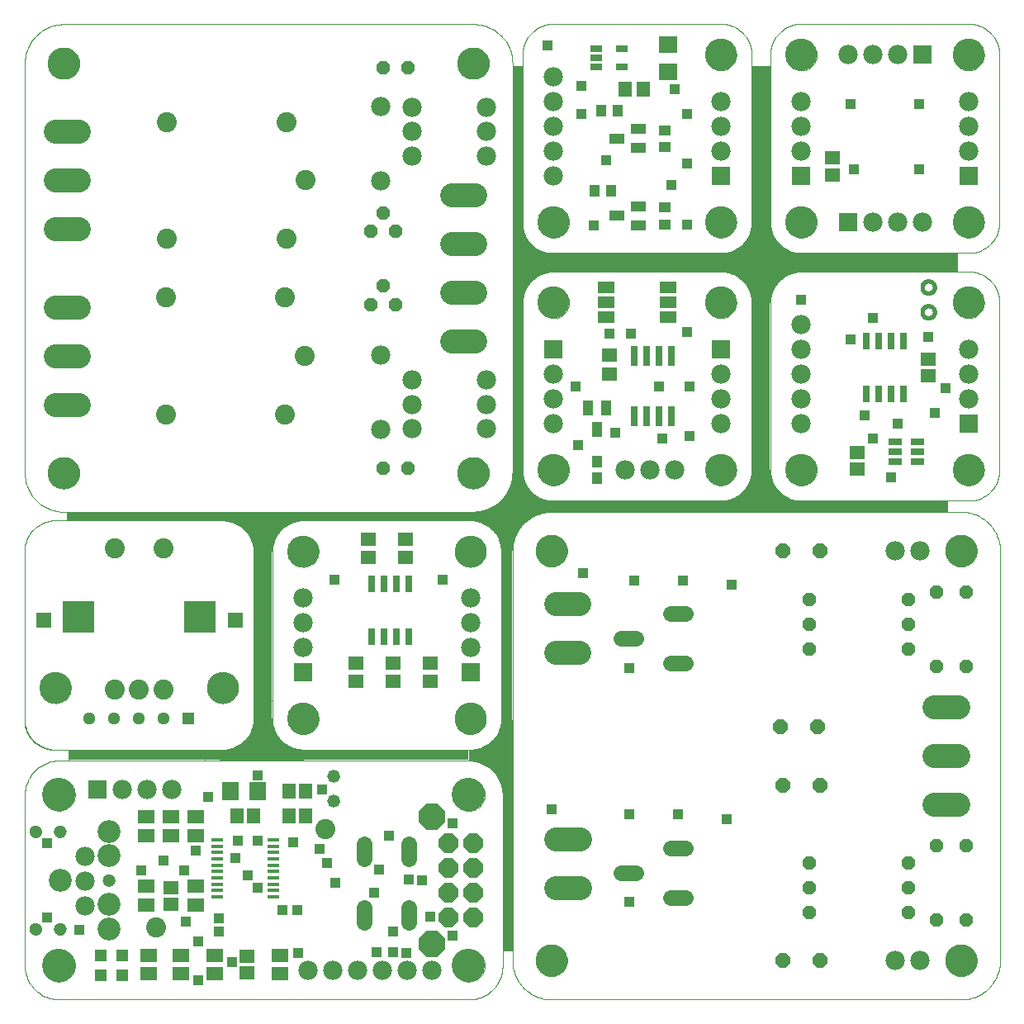
<source format=gts>
G75*
G70*
%OFA0B0*%
%FSLAX24Y24*%
%IPPOS*%
%LPD*%
%AMOC8*
5,1,8,0,0,1.08239X$1,22.5*
%
%ADD10C,0.0000*%
%ADD11C,0.0001*%
%ADD12R,0.0586X0.0442*%
%ADD13R,0.6806X0.0343*%
%ADD14R,0.0752X0.6757*%
%ADD15R,0.6708X0.0438*%
%ADD16R,0.0394X0.0787*%
%ADD17R,0.0448X0.7134*%
%ADD18R,0.0410X0.6916*%
%ADD19R,0.7051X0.0455*%
%ADD20R,0.7030X0.0752*%
%ADD21R,0.0744X0.6964*%
%ADD22R,0.6806X0.0343*%
%ADD23R,0.0405X0.6328*%
%ADD24C,0.0000*%
%ADD25R,0.0750X0.0750*%
%ADD26R,0.0591X0.0443*%
%ADD27C,0.0000*%
%ADD28C,0.0926*%
%ADD29C,0.0512*%
%ADD30OC8,0.0780*%
%ADD31R,0.0512X0.0512*%
%ADD32R,0.0670X0.0552*%
%ADD33R,0.0552X0.0631*%
%ADD34R,0.0670X0.0749*%
%ADD35C,0.0808*%
%ADD36R,0.0512X0.0158*%
%ADD37C,0.0520*%
%ADD38R,0.0780X0.0780*%
%ADD39C,0.0780*%
%ADD40R,0.0631X0.0552*%
%ADD41C,0.0631*%
%ADD42C,0.1340*%
%ADD43OC8,0.1040*%
%ADD44R,0.0396X0.0396*%
%ADD45C,0.0000*%
%ADD46C,0.1290*%
%ADD47C,0.0808*%
%ADD48R,0.1306X0.1306*%
%ADD49R,0.0512X0.0512*%
%ADD50C,0.0512*%
%ADD51R,0.0640X0.0640*%
%ADD52C,0.0000*%
%ADD53C,0.1290*%
%ADD54R,0.0780X0.0780*%
%ADD55C,0.0780*%
%ADD56R,0.0276X0.0650*%
%ADD57R,0.0631X0.0552*%
%ADD58R,0.0396X0.0396*%
%ADD59C,0.0780*%
%ADD60OC8,0.0520*%
%ADD61C,0.0808*%
%ADD62C,0.0000*%
%ADD63C,0.1300*%
%ADD64C,0.0977*%
%ADD65C,0.0000*%
%ADD66C,0.1300*%
%ADD67C,0.0977*%
%ADD68OC8,0.0520*%
%ADD69C,0.0780*%
%ADD70OC8,0.0580*%
%ADD71C,0.0640*%
%ADD72R,0.0396X0.0396*%
%ADD73C,0.0000*%
%ADD74C,0.1290*%
%ADD75R,0.0780X0.0780*%
%ADD76C,0.0780*%
%ADD77R,0.0434X0.0473*%
%ADD78R,0.0300X0.0840*%
%ADD79R,0.0670X0.0500*%
%ADD80R,0.0434X0.0591*%
%ADD81R,0.0631X0.0552*%
%ADD82R,0.0396X0.0396*%
%ADD83C,0.0000*%
%ADD84C,0.1290*%
%ADD85R,0.0780X0.0780*%
%ADD86C,0.0780*%
%ADD87R,0.0631X0.0552*%
%ADD88R,0.0396X0.0396*%
%ADD89C,0.0000*%
%ADD90C,0.1290*%
%ADD91C,0.0780*%
%ADD92R,0.0780X0.0780*%
%ADD93R,0.0512X0.0257*%
%ADD94R,0.0749X0.0670*%
%ADD95R,0.0434X0.0473*%
%ADD96R,0.0473X0.0434*%
%ADD97R,0.0591X0.0434*%
%ADD98R,0.0552X0.0631*%
%ADD99R,0.0396X0.0396*%
%ADD100C,0.0000*%
%ADD101C,0.1290*%
%ADD102C,0.0160*%
%ADD103R,0.0780X0.0780*%
%ADD104C,0.0780*%
%ADD105R,0.0540X0.0290*%
%ADD106R,0.0276X0.0650*%
%ADD107R,0.0631X0.0552*%
%ADD108R,0.0396X0.0396*%
D10*
X000114Y001475D02*
X000114Y001517D01*
X000114Y008368D01*
X000114Y008371D01*
X000114Y008368D02*
X000116Y008440D01*
X000122Y008512D01*
X000131Y008584D01*
X000144Y008655D01*
X000161Y008725D01*
X000181Y008794D01*
X000206Y008862D01*
X000233Y008928D01*
X000264Y008994D01*
X000299Y009057D01*
X000336Y009119D01*
X000377Y009178D01*
X000421Y009235D01*
X000468Y009290D01*
X000518Y009342D01*
X000570Y009392D01*
X000625Y009439D01*
X000682Y009483D01*
X000741Y009524D01*
X000803Y009561D01*
X000866Y009596D01*
X000932Y009627D01*
X000998Y009654D01*
X001066Y009679D01*
X001135Y009699D01*
X001205Y009716D01*
X001276Y009729D01*
X001348Y009738D01*
X001420Y009744D01*
X001492Y009746D01*
X001885Y009746D01*
X001885Y010189D01*
X001350Y010189D01*
X001489Y009746D02*
X001492Y009746D01*
X001420Y009744D01*
X001348Y009738D01*
X001276Y009729D01*
X001205Y009716D01*
X001135Y009699D01*
X001066Y009679D01*
X000998Y009654D01*
X000932Y009627D01*
X000866Y009596D01*
X000803Y009561D01*
X000741Y009524D01*
X000682Y009483D01*
X000625Y009439D01*
X000570Y009392D01*
X000518Y009342D01*
X000468Y009290D01*
X000421Y009235D01*
X000377Y009178D01*
X000336Y009119D01*
X000299Y009057D01*
X000264Y008994D01*
X000233Y008928D01*
X000206Y008862D01*
X000181Y008794D01*
X000161Y008725D01*
X000144Y008655D01*
X000131Y008584D01*
X000122Y008512D01*
X000116Y008440D01*
X000114Y008368D01*
X000100Y011439D02*
X000100Y018189D01*
X000102Y018257D01*
X000107Y018324D01*
X000116Y018391D01*
X000129Y018458D01*
X000146Y018523D01*
X000165Y018588D01*
X000189Y018652D01*
X000216Y018714D01*
X000246Y018775D01*
X000279Y018833D01*
X000315Y018890D01*
X000355Y018945D01*
X000397Y018998D01*
X000443Y019049D01*
X000490Y019096D01*
X000541Y019142D01*
X000594Y019184D01*
X000649Y019224D01*
X000706Y019260D01*
X000764Y019293D01*
X000825Y019323D01*
X000887Y019350D01*
X000951Y019374D01*
X001016Y019393D01*
X001081Y019410D01*
X001148Y019423D01*
X001215Y019432D01*
X001282Y019437D01*
X001350Y019439D01*
X001801Y019439D01*
X001801Y019444D02*
X001801Y019785D01*
X001689Y019785D01*
X001612Y019787D01*
X001535Y019793D01*
X001458Y019802D01*
X001382Y019815D01*
X001306Y019832D01*
X001232Y019853D01*
X001158Y019877D01*
X001086Y019905D01*
X001016Y019936D01*
X000947Y019971D01*
X000879Y020009D01*
X000814Y020050D01*
X000751Y020095D01*
X000690Y020143D01*
X000631Y020193D01*
X000575Y020246D01*
X000522Y020302D01*
X000472Y020361D01*
X000424Y020422D01*
X000379Y020485D01*
X000338Y020550D01*
X000300Y020618D01*
X000265Y020687D01*
X000234Y020757D01*
X000206Y020829D01*
X000182Y020903D01*
X000161Y020977D01*
X000144Y021053D01*
X000131Y021129D01*
X000122Y021206D01*
X000116Y021283D01*
X000114Y021360D01*
X000114Y037895D01*
X000116Y037972D01*
X000122Y038049D01*
X000131Y038126D01*
X000144Y038202D01*
X000161Y038278D01*
X000182Y038352D01*
X000206Y038426D01*
X000234Y038498D01*
X000265Y038568D01*
X000300Y038637D01*
X000338Y038705D01*
X000379Y038770D01*
X000424Y038833D01*
X000472Y038894D01*
X000522Y038953D01*
X000575Y039009D01*
X000631Y039062D01*
X000690Y039112D01*
X000751Y039160D01*
X000814Y039205D01*
X000879Y039246D01*
X000947Y039284D01*
X001016Y039319D01*
X001086Y039350D01*
X001158Y039378D01*
X001232Y039402D01*
X001306Y039423D01*
X001382Y039440D01*
X001458Y039453D01*
X001535Y039462D01*
X001612Y039468D01*
X001689Y039470D01*
X018224Y039470D01*
X018301Y039468D01*
X018378Y039462D01*
X018455Y039453D01*
X018531Y039440D01*
X018607Y039423D01*
X018681Y039402D01*
X018755Y039378D01*
X018827Y039350D01*
X018897Y039319D01*
X018966Y039284D01*
X019034Y039246D01*
X019099Y039205D01*
X019162Y039160D01*
X019223Y039112D01*
X019282Y039062D01*
X019338Y039009D01*
X019391Y038953D01*
X019441Y038894D01*
X019489Y038833D01*
X019534Y038770D01*
X019575Y038705D01*
X019613Y038637D01*
X019648Y038568D01*
X019679Y038498D01*
X019707Y038426D01*
X019731Y038352D01*
X019752Y038278D01*
X019769Y038202D01*
X019782Y038126D01*
X019791Y038049D01*
X019797Y037972D01*
X019799Y037895D01*
X019799Y037781D01*
X020208Y037781D01*
X020208Y038232D01*
X020210Y038300D01*
X020215Y038367D01*
X020224Y038434D01*
X020237Y038501D01*
X020254Y038566D01*
X020273Y038631D01*
X020297Y038695D01*
X020324Y038757D01*
X020354Y038818D01*
X020387Y038876D01*
X020423Y038933D01*
X020463Y038988D01*
X020505Y039041D01*
X020551Y039092D01*
X020598Y039139D01*
X020649Y039185D01*
X020702Y039227D01*
X020757Y039267D01*
X020814Y039303D01*
X020872Y039336D01*
X020933Y039366D01*
X020995Y039393D01*
X021059Y039417D01*
X021124Y039436D01*
X021189Y039453D01*
X021256Y039466D01*
X021323Y039475D01*
X021390Y039480D01*
X021458Y039482D01*
X028208Y039482D01*
X028276Y039480D01*
X028343Y039475D01*
X028410Y039466D01*
X028477Y039453D01*
X028542Y039436D01*
X028607Y039417D01*
X028671Y039393D01*
X028733Y039366D01*
X028794Y039336D01*
X028852Y039303D01*
X028909Y039267D01*
X028964Y039227D01*
X029017Y039185D01*
X029068Y039139D01*
X029115Y039092D01*
X029161Y039041D01*
X029203Y038988D01*
X029243Y038933D01*
X029279Y038876D01*
X029312Y038818D01*
X029342Y038757D01*
X029369Y038695D01*
X029393Y038631D01*
X029412Y038566D01*
X029429Y038501D01*
X029442Y038434D01*
X029451Y038367D01*
X029456Y038300D01*
X029458Y038232D01*
X029458Y037781D01*
X030208Y037781D01*
X030208Y038232D01*
X030210Y038300D01*
X030215Y038367D01*
X030224Y038434D01*
X030237Y038501D01*
X030254Y038566D01*
X030273Y038631D01*
X030297Y038695D01*
X030324Y038757D01*
X030354Y038818D01*
X030387Y038876D01*
X030423Y038933D01*
X030463Y038988D01*
X030505Y039041D01*
X030551Y039092D01*
X030598Y039139D01*
X030649Y039185D01*
X030702Y039227D01*
X030757Y039267D01*
X030814Y039303D01*
X030872Y039336D01*
X030933Y039366D01*
X030995Y039393D01*
X031059Y039417D01*
X031124Y039436D01*
X031189Y039453D01*
X031256Y039466D01*
X031323Y039475D01*
X031390Y039480D01*
X031458Y039482D01*
X038208Y039482D01*
X038276Y039480D01*
X038343Y039475D01*
X038410Y039466D01*
X038477Y039453D01*
X038542Y039436D01*
X038607Y039417D01*
X038671Y039393D01*
X038733Y039366D01*
X038794Y039336D01*
X038852Y039303D01*
X038909Y039267D01*
X038964Y039227D01*
X039017Y039185D01*
X039068Y039139D01*
X039115Y039092D01*
X039161Y039041D01*
X039203Y038988D01*
X039243Y038933D01*
X039279Y038876D01*
X039312Y038818D01*
X039342Y038757D01*
X039369Y038695D01*
X039393Y038631D01*
X039412Y038566D01*
X039429Y038501D01*
X039442Y038434D01*
X039451Y038367D01*
X039456Y038300D01*
X039458Y038232D01*
X039458Y031482D01*
X039456Y031414D01*
X039451Y031347D01*
X039442Y031280D01*
X039429Y031213D01*
X039412Y031148D01*
X039393Y031083D01*
X039369Y031019D01*
X039342Y030957D01*
X039312Y030896D01*
X039279Y030838D01*
X039243Y030781D01*
X039203Y030726D01*
X039161Y030673D01*
X039115Y030622D01*
X039068Y030575D01*
X039017Y030529D01*
X038964Y030487D01*
X038909Y030447D01*
X038852Y030411D01*
X038794Y030378D01*
X038733Y030348D01*
X038671Y030321D01*
X038607Y030297D01*
X038542Y030278D01*
X038477Y030261D01*
X038410Y030248D01*
X038343Y030239D01*
X038276Y030234D01*
X038208Y030232D01*
X037757Y030232D01*
X037757Y029482D01*
X038208Y029482D01*
X038276Y029480D01*
X038343Y029475D01*
X038410Y029466D01*
X038477Y029453D01*
X038542Y029436D01*
X038607Y029417D01*
X038671Y029393D01*
X038733Y029366D01*
X038794Y029336D01*
X038852Y029303D01*
X038909Y029267D01*
X038964Y029227D01*
X039017Y029185D01*
X039068Y029139D01*
X039115Y029092D01*
X039161Y029041D01*
X039203Y028988D01*
X039243Y028933D01*
X039279Y028876D01*
X039312Y028818D01*
X039342Y028757D01*
X039369Y028695D01*
X039393Y028631D01*
X039412Y028566D01*
X039429Y028501D01*
X039442Y028434D01*
X039451Y028367D01*
X039456Y028300D01*
X039458Y028232D01*
X039458Y021482D01*
X039456Y021414D01*
X039451Y021347D01*
X039442Y021280D01*
X039429Y021213D01*
X039412Y021148D01*
X039393Y021083D01*
X039369Y021019D01*
X039342Y020957D01*
X039312Y020896D01*
X039279Y020838D01*
X039243Y020781D01*
X039203Y020726D01*
X039161Y020673D01*
X039115Y020622D01*
X039068Y020575D01*
X039017Y020529D01*
X038964Y020487D01*
X038909Y020447D01*
X038852Y020411D01*
X038794Y020378D01*
X038733Y020348D01*
X038671Y020321D01*
X038607Y020297D01*
X038542Y020278D01*
X038477Y020261D01*
X038410Y020248D01*
X038343Y020239D01*
X038276Y020234D01*
X038208Y020232D01*
X037364Y020232D01*
X037364Y019785D01*
X037909Y019785D01*
X037986Y019783D01*
X038063Y019777D01*
X038140Y019768D01*
X038216Y019755D01*
X038292Y019738D01*
X038366Y019717D01*
X038440Y019693D01*
X038512Y019665D01*
X038582Y019634D01*
X038651Y019599D01*
X038719Y019561D01*
X038784Y019520D01*
X038847Y019475D01*
X038908Y019427D01*
X038967Y019377D01*
X039023Y019324D01*
X039076Y019268D01*
X039126Y019209D01*
X039174Y019148D01*
X039219Y019085D01*
X039260Y019020D01*
X039298Y018952D01*
X039333Y018883D01*
X039364Y018813D01*
X039392Y018741D01*
X039416Y018667D01*
X039437Y018593D01*
X039454Y018517D01*
X039467Y018441D01*
X039476Y018364D01*
X039482Y018287D01*
X039484Y018210D01*
X039484Y001675D01*
X039482Y001598D01*
X039476Y001521D01*
X039467Y001444D01*
X039454Y001368D01*
X039437Y001292D01*
X039416Y001218D01*
X039392Y001144D01*
X039364Y001072D01*
X039333Y001002D01*
X039298Y000933D01*
X039260Y000865D01*
X039219Y000800D01*
X039174Y000737D01*
X039126Y000676D01*
X039076Y000617D01*
X039023Y000561D01*
X038967Y000508D01*
X038908Y000458D01*
X038847Y000410D01*
X038784Y000365D01*
X038719Y000324D01*
X038651Y000286D01*
X038582Y000251D01*
X038512Y000220D01*
X038440Y000192D01*
X038366Y000168D01*
X038292Y000147D01*
X038216Y000130D01*
X038140Y000117D01*
X038063Y000108D01*
X037986Y000102D01*
X037909Y000100D01*
X021374Y000100D01*
X021297Y000102D01*
X021220Y000108D01*
X021143Y000117D01*
X021067Y000130D01*
X020991Y000147D01*
X020917Y000168D01*
X020843Y000192D01*
X020771Y000220D01*
X020701Y000251D01*
X020632Y000286D01*
X020564Y000324D01*
X020499Y000365D01*
X020436Y000410D01*
X020375Y000458D01*
X020316Y000508D01*
X020260Y000561D01*
X020207Y000617D01*
X020157Y000676D01*
X020109Y000737D01*
X020064Y000800D01*
X020023Y000865D01*
X019985Y000933D01*
X019950Y001002D01*
X019919Y001072D01*
X019891Y001144D01*
X019867Y001218D01*
X019846Y001292D01*
X019829Y001368D01*
X019816Y001444D01*
X019807Y001521D01*
X019801Y001598D01*
X019799Y001675D01*
X019799Y002069D01*
X019405Y002069D01*
X019405Y001478D01*
X019403Y001406D01*
X019397Y001334D01*
X019388Y001262D01*
X019375Y001191D01*
X019358Y001121D01*
X019338Y001052D01*
X019313Y000984D01*
X019286Y000918D01*
X019255Y000852D01*
X019220Y000789D01*
X019183Y000727D01*
X019142Y000668D01*
X019098Y000611D01*
X019051Y000556D01*
X019001Y000504D01*
X018949Y000454D01*
X018894Y000407D01*
X018837Y000363D01*
X018778Y000322D01*
X018716Y000285D01*
X018653Y000250D01*
X018587Y000219D01*
X018521Y000192D01*
X018453Y000167D01*
X018384Y000147D01*
X018314Y000130D01*
X018243Y000117D01*
X018171Y000108D01*
X018099Y000102D01*
X018027Y000100D01*
X018030Y000100D01*
X018027Y000100D02*
X001492Y000100D01*
X001489Y000100D01*
X001491Y000100D02*
X001418Y000103D01*
X001345Y000110D01*
X001273Y000120D01*
X001201Y000135D01*
X001130Y000153D01*
X001060Y000175D01*
X000992Y000200D01*
X000924Y000229D01*
X000859Y000261D01*
X000795Y000297D01*
X000733Y000336D01*
X000673Y000379D01*
X000616Y000424D01*
X000561Y000472D01*
X000509Y000523D01*
X000459Y000577D01*
X000412Y000634D01*
X000369Y000692D01*
X000328Y000753D01*
X000291Y000816D01*
X000257Y000881D01*
X000226Y000947D01*
X000199Y001015D01*
X000175Y001085D01*
X000156Y001155D01*
X000140Y001227D01*
X000127Y001299D01*
X000119Y001371D01*
X000114Y001445D01*
X000113Y001518D01*
X000114Y001445D01*
X000119Y001371D01*
X000127Y001299D01*
X000140Y001227D01*
X000156Y001155D01*
X000175Y001085D01*
X000199Y001015D01*
X000226Y000947D01*
X000257Y000881D01*
X000291Y000816D01*
X000328Y000753D01*
X000369Y000692D01*
X000412Y000634D01*
X000459Y000577D01*
X000509Y000523D01*
X000561Y000472D01*
X000616Y000424D01*
X000673Y000379D01*
X000733Y000336D01*
X000795Y000297D01*
X000859Y000261D01*
X000924Y000229D01*
X000992Y000200D01*
X001060Y000175D01*
X001130Y000153D01*
X001201Y000135D01*
X001273Y000120D01*
X001345Y000110D01*
X001418Y000103D01*
X001491Y000100D01*
X007988Y009745D02*
X007986Y009747D01*
X007986Y009749D01*
X007986Y010188D01*
X008168Y010188D01*
X008336Y010200D01*
X008501Y010236D01*
X008659Y010295D01*
X008806Y010376D01*
X008941Y010476D01*
X009060Y010596D01*
X009161Y010730D01*
X009242Y010878D01*
X009301Y011036D01*
X009337Y011201D01*
X009349Y011369D01*
X009349Y011439D01*
X010099Y011439D01*
X010099Y011427D01*
X010111Y011251D01*
X010149Y011078D01*
X010211Y010912D01*
X010295Y010757D01*
X010401Y010616D01*
X010526Y010491D01*
X010668Y010385D01*
X010823Y010300D01*
X010989Y010238D01*
X011161Y010201D01*
X011338Y010188D01*
X011338Y009749D01*
X011338Y009747D01*
X011340Y009745D01*
X011342Y009745D01*
X007990Y009745D01*
X007988Y009745D01*
X007988Y010189D02*
X008100Y010189D01*
X001350Y010189D02*
X001282Y010191D01*
X001215Y010196D01*
X001148Y010205D01*
X001081Y010218D01*
X001016Y010235D01*
X000951Y010254D01*
X000887Y010278D01*
X000825Y010305D01*
X000764Y010335D01*
X000706Y010368D01*
X000649Y010404D01*
X000594Y010444D01*
X000541Y010486D01*
X000490Y010532D01*
X000443Y010579D01*
X000397Y010630D01*
X000355Y010683D01*
X000315Y010738D01*
X000279Y010795D01*
X000246Y010853D01*
X000216Y010914D01*
X000189Y010976D01*
X000165Y011040D01*
X000146Y011105D01*
X000129Y011170D01*
X000116Y011237D01*
X000107Y011304D01*
X000102Y011371D01*
X000100Y011439D01*
X000102Y011371D01*
X000107Y011304D01*
X000116Y011237D01*
X000129Y011170D01*
X000146Y011105D01*
X000165Y011040D01*
X000189Y010976D01*
X000216Y010914D01*
X000246Y010853D01*
X000279Y010795D01*
X000315Y010738D01*
X000355Y010683D01*
X000397Y010630D01*
X000443Y010579D01*
X000490Y010532D01*
X000541Y010486D01*
X000594Y010444D01*
X000649Y010404D01*
X000706Y010368D01*
X000764Y010335D01*
X000825Y010305D01*
X000887Y010278D01*
X000951Y010254D01*
X001016Y010235D01*
X001081Y010218D01*
X001148Y010205D01*
X001215Y010196D01*
X001282Y010191D01*
X001350Y010189D01*
X000100Y018189D02*
X000102Y018257D01*
X000107Y018324D01*
X000116Y018391D01*
X000129Y018458D01*
X000146Y018523D01*
X000165Y018588D01*
X000189Y018652D01*
X000216Y018714D01*
X000246Y018775D01*
X000279Y018833D01*
X000315Y018890D01*
X000355Y018945D01*
X000397Y018998D01*
X000443Y019049D01*
X000490Y019096D01*
X000541Y019142D01*
X000594Y019184D01*
X000649Y019224D01*
X000706Y019260D01*
X000764Y019293D01*
X000825Y019323D01*
X000887Y019350D01*
X000951Y019374D01*
X001016Y019393D01*
X001081Y019410D01*
X001148Y019423D01*
X001215Y019432D01*
X001282Y019437D01*
X001350Y019439D01*
X001689Y019785D02*
X001612Y019787D01*
X001535Y019793D01*
X001458Y019802D01*
X001382Y019815D01*
X001306Y019832D01*
X001232Y019853D01*
X001158Y019877D01*
X001086Y019905D01*
X001016Y019936D01*
X000947Y019971D01*
X000879Y020009D01*
X000814Y020050D01*
X000751Y020095D01*
X000690Y020143D01*
X000631Y020193D01*
X000575Y020246D01*
X000522Y020302D01*
X000472Y020361D01*
X000424Y020422D01*
X000379Y020485D01*
X000338Y020550D01*
X000300Y020618D01*
X000265Y020687D01*
X000234Y020757D01*
X000206Y020829D01*
X000182Y020903D01*
X000161Y020977D01*
X000144Y021053D01*
X000131Y021129D01*
X000122Y021206D01*
X000116Y021283D01*
X000114Y021360D01*
X008102Y019783D02*
X011329Y019783D01*
X011329Y019443D01*
X011155Y019431D01*
X010984Y019394D01*
X010820Y019333D01*
X010666Y019249D01*
X010526Y019144D01*
X010402Y019020D01*
X010298Y018880D01*
X010214Y018726D01*
X010153Y018563D01*
X010115Y018392D01*
X010103Y018217D01*
X010103Y018201D01*
X009349Y018201D01*
X009336Y018377D01*
X009299Y018550D01*
X009237Y018715D01*
X009152Y018870D01*
X009046Y019012D01*
X008921Y019137D01*
X008780Y019243D01*
X008625Y019327D01*
X008459Y019389D01*
X008286Y019427D01*
X008110Y019439D01*
X008102Y019439D01*
X008102Y019783D01*
X018027Y019588D02*
X018030Y019588D01*
X018140Y019443D02*
X018140Y019775D01*
X018141Y019781D01*
X018145Y019786D01*
X018150Y019790D01*
X018157Y019791D01*
X018223Y019791D01*
X018429Y019805D01*
X018631Y019845D01*
X018826Y019911D01*
X019010Y020002D01*
X019182Y020117D01*
X019337Y020252D01*
X019472Y020407D01*
X019587Y020579D01*
X019678Y020763D01*
X019744Y020958D01*
X019784Y021160D01*
X019798Y021366D01*
X019798Y021482D01*
X020196Y021482D01*
X020202Y021481D01*
X020207Y021477D01*
X020211Y021472D01*
X020212Y021465D01*
X020212Y021416D01*
X020224Y021248D01*
X020260Y021084D01*
X020318Y020927D01*
X020399Y020779D01*
X020500Y020645D01*
X020618Y020526D01*
X020753Y020426D01*
X020900Y020345D01*
X021057Y020286D01*
X021222Y020251D01*
X021389Y020239D01*
X021464Y020239D01*
X021455Y020222D01*
X021455Y019783D01*
X021331Y019783D01*
X021131Y019770D01*
X020934Y019731D01*
X020744Y019666D01*
X020564Y019578D01*
X020398Y019466D01*
X020247Y019334D01*
X020115Y019183D01*
X020003Y019016D01*
X019914Y018837D01*
X019850Y018647D01*
X019811Y018450D01*
X019798Y018250D01*
X019367Y018250D01*
X019359Y018249D01*
X019352Y018245D01*
X019347Y018240D01*
X019343Y018233D01*
X019342Y018225D01*
X019342Y018241D01*
X019330Y018412D01*
X019293Y018580D01*
X019233Y018741D01*
X019151Y018891D01*
X019048Y019028D01*
X018927Y019150D01*
X018790Y019252D01*
X018639Y019335D01*
X018479Y019395D01*
X018311Y019431D01*
X018140Y019443D01*
X019350Y011377D02*
X019798Y011377D01*
X019798Y008373D01*
X019404Y008373D01*
X019402Y008373D01*
X019401Y008371D01*
X019400Y008369D01*
X019400Y008386D01*
X019400Y008373D01*
X019404Y008369D01*
X019404Y008386D01*
X019390Y008579D01*
X019349Y008769D01*
X019281Y008950D01*
X019189Y009121D01*
X019072Y009276D01*
X018935Y009413D01*
X018780Y009529D01*
X018610Y009622D01*
X018428Y009690D01*
X018239Y009731D01*
X018045Y009745D01*
X018045Y010188D01*
X018161Y010188D01*
X018331Y010200D01*
X018496Y010236D01*
X018655Y010296D01*
X018804Y010377D01*
X018940Y010478D01*
X019060Y010598D01*
X019162Y010734D01*
X019243Y010883D01*
X019302Y011042D01*
X019338Y011208D01*
X019350Y011377D01*
X018424Y009746D02*
X018421Y009746D01*
X019799Y001675D02*
X019801Y001598D01*
X019807Y001521D01*
X019816Y001444D01*
X019829Y001368D01*
X019846Y001292D01*
X019867Y001218D01*
X019891Y001144D01*
X019919Y001072D01*
X019950Y001002D01*
X019985Y000933D01*
X020023Y000865D01*
X020064Y000800D01*
X020109Y000737D01*
X020157Y000676D01*
X020207Y000617D01*
X020260Y000561D01*
X020316Y000508D01*
X020375Y000458D01*
X020436Y000410D01*
X020499Y000365D01*
X020564Y000324D01*
X020632Y000286D01*
X020701Y000251D01*
X020771Y000220D01*
X020843Y000192D01*
X020917Y000168D01*
X020991Y000147D01*
X021067Y000130D01*
X021143Y000117D01*
X021220Y000108D01*
X021297Y000102D01*
X021374Y000100D01*
X019405Y001478D02*
X019403Y001406D01*
X019397Y001334D01*
X019388Y001262D01*
X019375Y001191D01*
X019358Y001121D01*
X019338Y001052D01*
X019313Y000984D01*
X019286Y000918D01*
X019255Y000852D01*
X019220Y000789D01*
X019183Y000727D01*
X019142Y000668D01*
X019098Y000611D01*
X019051Y000556D01*
X019001Y000504D01*
X018949Y000454D01*
X018894Y000407D01*
X018837Y000363D01*
X018778Y000322D01*
X018716Y000285D01*
X018653Y000250D01*
X018587Y000219D01*
X018521Y000192D01*
X018453Y000167D01*
X018384Y000147D01*
X018314Y000130D01*
X018243Y000117D01*
X018171Y000108D01*
X018099Y000102D01*
X018027Y000100D01*
X028213Y019783D02*
X031457Y019783D01*
X031457Y020231D01*
X031374Y020231D01*
X031208Y020242D01*
X031045Y020278D01*
X030888Y020336D01*
X030742Y020416D01*
X030609Y020516D01*
X030491Y020634D01*
X030391Y020767D01*
X030311Y020914D01*
X030253Y021070D01*
X030217Y021233D01*
X030206Y021399D01*
X030206Y021478D01*
X030210Y021478D01*
X029456Y021478D01*
X029456Y021474D01*
X029443Y021297D01*
X029405Y021123D01*
X029343Y020957D01*
X029258Y020802D01*
X029152Y020660D01*
X029027Y020534D01*
X028885Y020428D01*
X028729Y020343D01*
X028563Y020281D01*
X028390Y020243D01*
X028213Y020231D01*
X028213Y019783D01*
X029462Y028253D02*
X029462Y028278D01*
X029449Y028449D01*
X029413Y028616D01*
X029353Y028777D01*
X029271Y028927D01*
X029168Y029065D01*
X029047Y029186D01*
X028909Y029289D01*
X028759Y029371D01*
X028598Y029431D01*
X028431Y029467D01*
X028260Y029479D01*
X028260Y030234D01*
X028268Y030234D01*
X028437Y030246D01*
X028602Y030282D01*
X028760Y030341D01*
X028909Y030422D01*
X029044Y030523D01*
X029164Y030643D01*
X029265Y030778D01*
X029346Y030926D01*
X029405Y031085D01*
X029441Y031250D01*
X029453Y031419D01*
X029453Y031477D01*
X029454Y031480D01*
X029456Y031483D01*
X029458Y031484D01*
X029462Y031485D01*
X030207Y031485D01*
X030207Y031386D01*
X030219Y031221D01*
X030254Y031059D01*
X030312Y030904D01*
X030392Y030758D01*
X030491Y030626D01*
X030608Y030509D01*
X030740Y030410D01*
X030886Y030330D01*
X031041Y030272D01*
X031203Y030237D01*
X031368Y030225D01*
X031459Y030225D01*
X031459Y029488D01*
X031458Y029485D01*
X031457Y029482D01*
X031454Y029480D01*
X031451Y029479D01*
X031434Y029479D01*
X031259Y029467D01*
X031088Y029430D01*
X030924Y029369D01*
X030771Y029285D01*
X030631Y029180D01*
X030507Y029056D01*
X030402Y028916D01*
X030318Y028762D01*
X030257Y028598D01*
X030220Y028427D01*
X030207Y028253D01*
X029462Y028253D01*
X021472Y029479D02*
X021472Y030225D01*
X021471Y030228D01*
X021469Y030231D01*
X021467Y030233D01*
X021464Y030234D01*
X021464Y030242D01*
X021439Y030242D01*
X021447Y030242D01*
X021453Y030241D01*
X021459Y030237D01*
X021462Y030232D01*
X021464Y030225D01*
X021455Y030234D01*
X021381Y030234D01*
X021213Y030246D01*
X021049Y030281D01*
X020892Y030340D01*
X020744Y030420D01*
X020610Y030521D01*
X020491Y030640D01*
X020391Y030774D01*
X020310Y030922D01*
X020252Y031079D01*
X020216Y031243D01*
X020204Y031410D01*
X020204Y031477D01*
X020204Y031480D01*
X020206Y031483D01*
X020209Y031484D01*
X020212Y031485D01*
X019798Y031485D01*
X019798Y028236D01*
X020212Y028236D01*
X020212Y028261D01*
X020225Y028434D01*
X020261Y028604D01*
X020322Y028767D01*
X020406Y028920D01*
X020510Y029059D01*
X020633Y029182D01*
X020772Y029286D01*
X020924Y029369D01*
X021087Y029430D01*
X021257Y029467D01*
X021430Y029479D01*
X021472Y029479D01*
X019799Y037895D02*
X019797Y037972D01*
X019791Y038049D01*
X019782Y038126D01*
X019769Y038202D01*
X019752Y038278D01*
X019731Y038352D01*
X019707Y038426D01*
X019679Y038498D01*
X019648Y038568D01*
X019613Y038637D01*
X019575Y038705D01*
X019534Y038770D01*
X019489Y038833D01*
X019441Y038894D01*
X019391Y038953D01*
X019338Y039009D01*
X019282Y039062D01*
X019223Y039112D01*
X019162Y039160D01*
X019099Y039205D01*
X019034Y039246D01*
X018966Y039284D01*
X018897Y039319D01*
X018827Y039350D01*
X018755Y039378D01*
X018681Y039402D01*
X018607Y039423D01*
X018531Y039440D01*
X018455Y039453D01*
X018378Y039462D01*
X018301Y039468D01*
X018224Y039470D01*
X020208Y038232D02*
X020210Y038300D01*
X020215Y038367D01*
X020224Y038434D01*
X020237Y038501D01*
X020254Y038566D01*
X020273Y038631D01*
X020297Y038695D01*
X020324Y038757D01*
X020354Y038818D01*
X020387Y038876D01*
X020423Y038933D01*
X020463Y038988D01*
X020505Y039041D01*
X020551Y039092D01*
X020598Y039139D01*
X020649Y039185D01*
X020702Y039227D01*
X020757Y039267D01*
X020814Y039303D01*
X020872Y039336D01*
X020933Y039366D01*
X020995Y039393D01*
X021059Y039417D01*
X021124Y039436D01*
X021189Y039453D01*
X021256Y039466D01*
X021323Y039475D01*
X021390Y039480D01*
X021458Y039482D01*
X028208Y039482D02*
X028276Y039480D01*
X028343Y039475D01*
X028410Y039466D01*
X028477Y039453D01*
X028542Y039436D01*
X028607Y039417D01*
X028671Y039393D01*
X028733Y039366D01*
X028794Y039336D01*
X028852Y039303D01*
X028909Y039267D01*
X028964Y039227D01*
X029017Y039185D01*
X029068Y039139D01*
X029115Y039092D01*
X029161Y039041D01*
X029203Y038988D01*
X029243Y038933D01*
X029279Y038876D01*
X029312Y038818D01*
X029342Y038757D01*
X029369Y038695D01*
X029393Y038631D01*
X029412Y038566D01*
X029429Y038501D01*
X029442Y038434D01*
X029451Y038367D01*
X029456Y038300D01*
X029458Y038232D01*
X030208Y038232D02*
X030210Y038300D01*
X030215Y038367D01*
X030224Y038434D01*
X030237Y038501D01*
X030254Y038566D01*
X030273Y038631D01*
X030297Y038695D01*
X030324Y038757D01*
X030354Y038818D01*
X030387Y038876D01*
X030423Y038933D01*
X030463Y038988D01*
X030505Y039041D01*
X030551Y039092D01*
X030598Y039139D01*
X030649Y039185D01*
X030702Y039227D01*
X030757Y039267D01*
X030814Y039303D01*
X030872Y039336D01*
X030933Y039366D01*
X030995Y039393D01*
X031059Y039417D01*
X031124Y039436D01*
X031189Y039453D01*
X031256Y039466D01*
X031323Y039475D01*
X031390Y039480D01*
X031458Y039482D01*
X038208Y039482D02*
X038276Y039480D01*
X038343Y039475D01*
X038410Y039466D01*
X038477Y039453D01*
X038542Y039436D01*
X038607Y039417D01*
X038671Y039393D01*
X038733Y039366D01*
X038794Y039336D01*
X038852Y039303D01*
X038909Y039267D01*
X038964Y039227D01*
X039017Y039185D01*
X039068Y039139D01*
X039115Y039092D01*
X039161Y039041D01*
X039203Y038988D01*
X039243Y038933D01*
X039279Y038876D01*
X039312Y038818D01*
X039342Y038757D01*
X039369Y038695D01*
X039393Y038631D01*
X039412Y038566D01*
X039429Y038501D01*
X039442Y038434D01*
X039451Y038367D01*
X039456Y038300D01*
X039458Y038232D01*
X039458Y031482D02*
X039456Y031414D01*
X039451Y031347D01*
X039442Y031280D01*
X039429Y031213D01*
X039412Y031148D01*
X039393Y031083D01*
X039369Y031019D01*
X039342Y030957D01*
X039312Y030896D01*
X039279Y030838D01*
X039243Y030781D01*
X039203Y030726D01*
X039161Y030673D01*
X039115Y030622D01*
X039068Y030575D01*
X039017Y030529D01*
X038964Y030487D01*
X038909Y030447D01*
X038852Y030411D01*
X038794Y030378D01*
X038733Y030348D01*
X038671Y030321D01*
X038607Y030297D01*
X038542Y030278D01*
X038477Y030261D01*
X038410Y030248D01*
X038343Y030239D01*
X038276Y030234D01*
X038208Y030232D01*
X038208Y029482D02*
X038276Y029480D01*
X038343Y029475D01*
X038410Y029466D01*
X038477Y029453D01*
X038542Y029436D01*
X038607Y029417D01*
X038671Y029393D01*
X038733Y029366D01*
X038794Y029336D01*
X038852Y029303D01*
X038909Y029267D01*
X038964Y029227D01*
X039017Y029185D01*
X039068Y029139D01*
X039115Y029092D01*
X039161Y029041D01*
X039203Y028988D01*
X039243Y028933D01*
X039279Y028876D01*
X039312Y028818D01*
X039342Y028757D01*
X039369Y028695D01*
X039393Y028631D01*
X039412Y028566D01*
X039429Y028501D01*
X039442Y028434D01*
X039451Y028367D01*
X039456Y028300D01*
X039458Y028232D01*
X039458Y021482D02*
X039456Y021414D01*
X039451Y021347D01*
X039442Y021280D01*
X039429Y021213D01*
X039412Y021148D01*
X039393Y021083D01*
X039369Y021019D01*
X039342Y020957D01*
X039312Y020896D01*
X039279Y020838D01*
X039243Y020781D01*
X039203Y020726D01*
X039161Y020673D01*
X039115Y020622D01*
X039068Y020575D01*
X039017Y020529D01*
X038964Y020487D01*
X038909Y020447D01*
X038852Y020411D01*
X038794Y020378D01*
X038733Y020348D01*
X038671Y020321D01*
X038607Y020297D01*
X038542Y020278D01*
X038477Y020261D01*
X038410Y020248D01*
X038343Y020239D01*
X038276Y020234D01*
X038208Y020232D01*
X037909Y019785D02*
X037986Y019783D01*
X038063Y019777D01*
X038140Y019768D01*
X038216Y019755D01*
X038292Y019738D01*
X038366Y019717D01*
X038440Y019693D01*
X038512Y019665D01*
X038582Y019634D01*
X038651Y019599D01*
X038719Y019561D01*
X038784Y019520D01*
X038847Y019475D01*
X038908Y019427D01*
X038967Y019377D01*
X039023Y019324D01*
X039076Y019268D01*
X039126Y019209D01*
X039174Y019148D01*
X039219Y019085D01*
X039260Y019020D01*
X039298Y018952D01*
X039333Y018883D01*
X039364Y018813D01*
X039392Y018741D01*
X039416Y018667D01*
X039437Y018593D01*
X039454Y018517D01*
X039467Y018441D01*
X039476Y018364D01*
X039482Y018287D01*
X039484Y018210D01*
X039484Y001675D02*
X039482Y001598D01*
X039476Y001521D01*
X039467Y001444D01*
X039454Y001368D01*
X039437Y001292D01*
X039416Y001218D01*
X039392Y001144D01*
X039364Y001072D01*
X039333Y001002D01*
X039298Y000933D01*
X039260Y000865D01*
X039219Y000800D01*
X039174Y000737D01*
X039126Y000676D01*
X039076Y000617D01*
X039023Y000561D01*
X038967Y000508D01*
X038908Y000458D01*
X038847Y000410D01*
X038784Y000365D01*
X038719Y000324D01*
X038651Y000286D01*
X038582Y000251D01*
X038512Y000220D01*
X038440Y000192D01*
X038366Y000168D01*
X038292Y000147D01*
X038216Y000130D01*
X038140Y000117D01*
X038063Y000108D01*
X037986Y000102D01*
X037909Y000100D01*
X000114Y037895D02*
X000116Y037972D01*
X000122Y038049D01*
X000131Y038126D01*
X000144Y038202D01*
X000161Y038278D01*
X000182Y038352D01*
X000206Y038426D01*
X000234Y038498D01*
X000265Y038568D01*
X000300Y038637D01*
X000338Y038705D01*
X000379Y038770D01*
X000424Y038833D01*
X000472Y038894D01*
X000522Y038953D01*
X000575Y039009D01*
X000631Y039062D01*
X000690Y039112D01*
X000751Y039160D01*
X000814Y039205D01*
X000879Y039246D01*
X000947Y039284D01*
X001016Y039319D01*
X001086Y039350D01*
X001158Y039378D01*
X001232Y039402D01*
X001306Y039423D01*
X001382Y039440D01*
X001458Y039453D01*
X001535Y039462D01*
X001612Y039468D01*
X001689Y039470D01*
D11*
X019798Y031484D02*
X020208Y031484D01*
X020207Y031483D02*
X019798Y031483D01*
X019798Y031482D02*
X020206Y031482D01*
X020205Y031481D02*
X019798Y031481D01*
X019798Y031480D02*
X020205Y031480D01*
X020204Y031479D02*
X019798Y031479D01*
X019798Y031478D02*
X020204Y031478D01*
X020204Y031477D02*
X019798Y031477D01*
X019798Y031476D02*
X020204Y031476D01*
X020204Y031475D02*
X019798Y031475D01*
X019798Y031474D02*
X020204Y031474D01*
X020204Y031473D02*
X019798Y031473D01*
X019798Y031472D02*
X020204Y031472D01*
X020204Y031471D02*
X019798Y031471D01*
X019798Y031470D02*
X020204Y031470D01*
X020204Y031469D02*
X019798Y031469D01*
X019798Y031468D02*
X020204Y031468D01*
X020204Y031467D02*
X019798Y031467D01*
X019798Y031466D02*
X020204Y031466D01*
X020204Y031465D02*
X019798Y031465D01*
X019798Y031464D02*
X020204Y031464D01*
X020204Y031463D02*
X019798Y031463D01*
X019798Y031462D02*
X020204Y031462D01*
X020204Y031461D02*
X019798Y031461D01*
X019798Y031460D02*
X020204Y031460D01*
X020204Y031459D02*
X019798Y031459D01*
X019798Y031458D02*
X020204Y031458D01*
X020204Y031457D02*
X019798Y031457D01*
X019798Y031456D02*
X020204Y031456D01*
X020204Y031455D02*
X019798Y031455D01*
X019798Y031454D02*
X020204Y031454D01*
X020204Y031453D02*
X019798Y031453D01*
X019798Y031452D02*
X020204Y031452D01*
X020204Y031451D02*
X019798Y031451D01*
X019798Y031450D02*
X020204Y031450D01*
X020204Y031449D02*
X019798Y031449D01*
X019798Y031448D02*
X020204Y031448D01*
X020204Y031447D02*
X019798Y031447D01*
X019798Y031446D02*
X020204Y031446D01*
X020204Y031445D02*
X019798Y031445D01*
X019798Y031444D02*
X020204Y031444D01*
X020204Y031443D02*
X019798Y031443D01*
X019798Y031442D02*
X020204Y031442D01*
X020204Y031441D02*
X019798Y031441D01*
X019798Y031440D02*
X020204Y031440D01*
X020204Y031439D02*
X019798Y031439D01*
X019798Y031438D02*
X020204Y031438D01*
X020204Y031437D02*
X019798Y031437D01*
X019798Y031436D02*
X020204Y031436D01*
X020204Y031435D02*
X019798Y031435D01*
X019798Y031434D02*
X020204Y031434D01*
X020204Y031433D02*
X019798Y031433D01*
X019798Y031432D02*
X020204Y031432D01*
X020204Y031431D02*
X019798Y031431D01*
X019798Y031430D02*
X020204Y031430D01*
X020204Y031429D02*
X019798Y031429D01*
X019798Y031428D02*
X020204Y031428D01*
X020204Y031427D02*
X019798Y031427D01*
X019798Y031426D02*
X020204Y031426D01*
X020204Y031425D02*
X019798Y031425D01*
X019798Y031424D02*
X020204Y031424D01*
X020204Y031423D02*
X019798Y031423D01*
X019798Y031422D02*
X020204Y031422D01*
X020204Y031421D02*
X019798Y031421D01*
X019798Y031420D02*
X020204Y031420D01*
X020204Y031419D02*
X019798Y031419D01*
X019798Y031418D02*
X020204Y031418D01*
X020204Y031417D02*
X019798Y031417D01*
X019798Y031416D02*
X020204Y031416D01*
X020204Y031415D02*
X019798Y031415D01*
X019798Y031414D02*
X020204Y031414D01*
X020204Y031413D02*
X019798Y031413D01*
X019798Y031412D02*
X020204Y031412D01*
X020204Y031411D02*
X019798Y031411D01*
X019798Y031410D02*
X020204Y031410D01*
X020204Y031409D02*
X019798Y031409D01*
X019798Y031408D02*
X020204Y031408D01*
X020204Y031407D02*
X019798Y031407D01*
X019798Y031406D02*
X020204Y031406D01*
X020204Y031405D02*
X019798Y031405D01*
X019798Y031404D02*
X020204Y031404D01*
X020204Y031403D02*
X019798Y031403D01*
X019798Y031402D02*
X020204Y031402D01*
X020205Y031401D02*
X019798Y031401D01*
X019798Y031400D02*
X020205Y031400D01*
X020205Y031399D02*
X019798Y031399D01*
X019798Y031398D02*
X020205Y031398D01*
X020205Y031397D02*
X019798Y031397D01*
X019798Y031396D02*
X020205Y031396D01*
X020205Y031395D02*
X019798Y031395D01*
X019798Y031394D02*
X020205Y031394D01*
X020205Y031393D02*
X019798Y031393D01*
X019798Y031392D02*
X020205Y031392D01*
X020205Y031391D02*
X019798Y031391D01*
X019798Y031390D02*
X020205Y031390D01*
X020205Y031389D02*
X019798Y031389D01*
X019798Y031388D02*
X020205Y031388D01*
X020206Y031387D02*
X019798Y031387D01*
X019798Y031386D02*
X020206Y031386D01*
X020206Y031385D02*
X019798Y031385D01*
X019798Y031384D02*
X020206Y031384D01*
X020206Y031383D02*
X019798Y031383D01*
X019798Y031382D02*
X020206Y031382D01*
X020206Y031381D02*
X019798Y031381D01*
X019798Y031380D02*
X020206Y031380D01*
X020206Y031379D02*
X019798Y031379D01*
X019798Y031378D02*
X020206Y031378D01*
X020206Y031377D02*
X019798Y031377D01*
X019798Y031376D02*
X020206Y031376D01*
X020206Y031375D02*
X019798Y031375D01*
X019798Y031374D02*
X020206Y031374D01*
X020207Y031373D02*
X019798Y031373D01*
X019798Y031372D02*
X020207Y031372D01*
X020207Y031371D02*
X019798Y031371D01*
X019798Y031370D02*
X020207Y031370D01*
X020207Y031369D02*
X019798Y031369D01*
X019798Y031368D02*
X020207Y031368D01*
X020207Y031367D02*
X019798Y031367D01*
X019798Y031366D02*
X020207Y031366D01*
X020207Y031365D02*
X019798Y031365D01*
X019798Y031364D02*
X020207Y031364D01*
X020207Y031363D02*
X019798Y031363D01*
X019798Y031362D02*
X020207Y031362D01*
X020207Y031361D02*
X019798Y031361D01*
X019798Y031360D02*
X020207Y031360D01*
X020208Y031359D02*
X019798Y031359D01*
X019798Y031358D02*
X020208Y031358D01*
X020208Y031357D02*
X019798Y031357D01*
X019798Y031356D02*
X020208Y031356D01*
X020208Y031355D02*
X019798Y031355D01*
X019798Y031354D02*
X020208Y031354D01*
X020208Y031353D02*
X019798Y031353D01*
X019798Y031352D02*
X020208Y031352D01*
X020208Y031351D02*
X019798Y031351D01*
X019798Y031350D02*
X020208Y031350D01*
X020208Y031349D02*
X019798Y031349D01*
X019798Y031348D02*
X020208Y031348D01*
X020208Y031347D02*
X019798Y031347D01*
X019798Y031346D02*
X020208Y031346D01*
X020209Y031345D02*
X019798Y031345D01*
X019798Y031344D02*
X020209Y031344D01*
X020209Y031343D02*
X019798Y031343D01*
X019798Y031342D02*
X020209Y031342D01*
X020209Y031341D02*
X019798Y031341D01*
X019798Y031340D02*
X020209Y031340D01*
X020209Y031339D02*
X019798Y031339D01*
X019798Y031338D02*
X020209Y031338D01*
X020209Y031337D02*
X019798Y031337D01*
X019798Y031336D02*
X020209Y031336D01*
X020209Y031335D02*
X019798Y031335D01*
X019798Y031334D02*
X020209Y031334D01*
X020209Y031333D02*
X019798Y031333D01*
X019798Y031332D02*
X020209Y031332D01*
X020210Y031331D02*
X019798Y031331D01*
X019798Y031330D02*
X020210Y031330D01*
X020210Y031329D02*
X019798Y031329D01*
X019798Y031328D02*
X020210Y031328D01*
X020210Y031327D02*
X019798Y031327D01*
X019798Y031326D02*
X020210Y031326D01*
X020210Y031325D02*
X019798Y031325D01*
X019798Y031324D02*
X020210Y031324D01*
X020210Y031323D02*
X019798Y031323D01*
X019798Y031322D02*
X020210Y031322D01*
X020210Y031321D02*
X019798Y031321D01*
X019798Y031320D02*
X020210Y031320D01*
X020210Y031319D02*
X019798Y031319D01*
X019798Y031318D02*
X020210Y031318D01*
X020211Y031317D02*
X019798Y031317D01*
X019798Y031316D02*
X020211Y031316D01*
X020211Y031315D02*
X019798Y031315D01*
X019798Y031314D02*
X020211Y031314D01*
X020211Y031313D02*
X019798Y031313D01*
X019798Y031312D02*
X020211Y031312D01*
X020211Y031311D02*
X019798Y031311D01*
X019798Y031310D02*
X020211Y031310D01*
X020211Y031309D02*
X019798Y031309D01*
X019798Y031308D02*
X020211Y031308D01*
X020211Y031307D02*
X019798Y031307D01*
X019798Y031306D02*
X020211Y031306D01*
X020211Y031305D02*
X019798Y031305D01*
X019798Y031304D02*
X020211Y031304D01*
X020212Y031303D02*
X019798Y031303D01*
X019798Y031302D02*
X020212Y031302D01*
X020212Y031301D02*
X019798Y031301D01*
X019798Y031300D02*
X020212Y031300D01*
X020212Y031299D02*
X019798Y031299D01*
X019798Y031298D02*
X020212Y031298D01*
X020212Y031297D02*
X019798Y031297D01*
X019798Y031296D02*
X020212Y031296D01*
X020212Y031295D02*
X019798Y031295D01*
X019798Y031294D02*
X020212Y031294D01*
X020212Y031293D02*
X019798Y031293D01*
X019798Y031292D02*
X020212Y031292D01*
X020212Y031291D02*
X019798Y031291D01*
X019798Y031290D02*
X020212Y031290D01*
X020213Y031289D02*
X019798Y031289D01*
X019798Y031288D02*
X020213Y031288D01*
X020213Y031287D02*
X019798Y031287D01*
X019798Y031286D02*
X020213Y031286D01*
X020213Y031285D02*
X019798Y031285D01*
X019798Y031284D02*
X020213Y031284D01*
X020213Y031283D02*
X019798Y031283D01*
X019798Y031282D02*
X020213Y031282D01*
X020213Y031281D02*
X019798Y031281D01*
X019798Y031280D02*
X020213Y031280D01*
X020213Y031279D02*
X019798Y031279D01*
X019798Y031278D02*
X020213Y031278D01*
X020213Y031277D02*
X019798Y031277D01*
X019798Y031276D02*
X020213Y031276D01*
X020214Y031275D02*
X019798Y031275D01*
X019798Y031274D02*
X020214Y031274D01*
X020214Y031273D02*
X019798Y031273D01*
X019798Y031272D02*
X020214Y031272D01*
X020214Y031271D02*
X019798Y031271D01*
X019798Y031270D02*
X020214Y031270D01*
X020214Y031269D02*
X019798Y031269D01*
X019798Y031268D02*
X020214Y031268D01*
X020214Y031267D02*
X019798Y031267D01*
X019798Y031266D02*
X020214Y031266D01*
X020214Y031265D02*
X019798Y031265D01*
X019798Y031264D02*
X020214Y031264D01*
X020214Y031263D02*
X019798Y031263D01*
X019798Y031262D02*
X020214Y031262D01*
X020215Y031261D02*
X019798Y031261D01*
X019798Y031260D02*
X020215Y031260D01*
X020215Y031259D02*
X019798Y031259D01*
X019798Y031258D02*
X020215Y031258D01*
X020215Y031257D02*
X019798Y031257D01*
X019798Y031256D02*
X020215Y031256D01*
X020215Y031255D02*
X019798Y031255D01*
X019798Y031254D02*
X020215Y031254D01*
X020215Y031253D02*
X019798Y031253D01*
X019798Y031252D02*
X020215Y031252D01*
X020215Y031251D02*
X019798Y031251D01*
X019798Y031250D02*
X020215Y031250D01*
X020215Y031249D02*
X019798Y031249D01*
X019798Y031248D02*
X020215Y031248D01*
X020216Y031247D02*
X019798Y031247D01*
X019798Y031246D02*
X020216Y031246D01*
X020216Y031245D02*
X019798Y031245D01*
X019798Y031244D02*
X020216Y031244D01*
X020216Y031243D02*
X019798Y031243D01*
X019798Y031242D02*
X020216Y031242D01*
X020216Y031241D02*
X019798Y031241D01*
X019798Y031240D02*
X020216Y031240D01*
X020217Y031239D02*
X019798Y031239D01*
X019798Y031238D02*
X020217Y031238D01*
X020217Y031237D02*
X019798Y031237D01*
X019798Y031236D02*
X020217Y031236D01*
X020217Y031235D02*
X019798Y031235D01*
X019798Y031234D02*
X020218Y031234D01*
X020218Y031233D02*
X019798Y031233D01*
X019798Y031232D02*
X020218Y031232D01*
X020218Y031231D02*
X019798Y031231D01*
X019798Y031230D02*
X020219Y031230D01*
X020219Y031229D02*
X019798Y031229D01*
X019798Y031228D02*
X020219Y031228D01*
X020219Y031227D02*
X019798Y031227D01*
X019798Y031226D02*
X020219Y031226D01*
X020220Y031225D02*
X019798Y031225D01*
X019798Y031224D02*
X020220Y031224D01*
X020220Y031223D02*
X019798Y031223D01*
X019798Y031222D02*
X020220Y031222D01*
X020221Y031221D02*
X019798Y031221D01*
X019798Y031220D02*
X020221Y031220D01*
X020221Y031219D02*
X019798Y031219D01*
X019798Y031218D02*
X020221Y031218D01*
X020221Y031217D02*
X019798Y031217D01*
X019798Y031216D02*
X020222Y031216D01*
X020222Y031215D02*
X019798Y031215D01*
X019798Y031214D02*
X020222Y031214D01*
X020222Y031213D02*
X019798Y031213D01*
X019798Y031212D02*
X020222Y031212D01*
X020223Y031211D02*
X019798Y031211D01*
X019798Y031210D02*
X020223Y031210D01*
X020223Y031209D02*
X019798Y031209D01*
X019798Y031208D02*
X020223Y031208D01*
X020224Y031207D02*
X019798Y031207D01*
X019798Y031206D02*
X020224Y031206D01*
X020224Y031205D02*
X019798Y031205D01*
X019798Y031204D02*
X020224Y031204D01*
X020224Y031203D02*
X019798Y031203D01*
X019798Y031202D02*
X020225Y031202D01*
X020225Y031201D02*
X019798Y031201D01*
X019798Y031200D02*
X020225Y031200D01*
X020225Y031199D02*
X019798Y031199D01*
X019798Y031198D02*
X020226Y031198D01*
X020226Y031197D02*
X019798Y031197D01*
X019798Y031196D02*
X020226Y031196D01*
X020226Y031195D02*
X019798Y031195D01*
X019798Y031194D02*
X020226Y031194D01*
X020227Y031193D02*
X019798Y031193D01*
X019798Y031192D02*
X020227Y031192D01*
X020227Y031191D02*
X019798Y031191D01*
X019798Y031190D02*
X020227Y031190D01*
X020227Y031189D02*
X019798Y031189D01*
X019798Y031188D02*
X020228Y031188D01*
X020228Y031187D02*
X019798Y031187D01*
X019798Y031186D02*
X020228Y031186D01*
X020228Y031185D02*
X019798Y031185D01*
X019798Y031184D02*
X020229Y031184D01*
X020229Y031183D02*
X019798Y031183D01*
X019798Y031182D02*
X020229Y031182D01*
X020229Y031181D02*
X019798Y031181D01*
X019798Y031180D02*
X020229Y031180D01*
X020230Y031179D02*
X019798Y031179D01*
X019798Y031178D02*
X020230Y031178D01*
X020230Y031177D02*
X019798Y031177D01*
X019798Y031176D02*
X020230Y031176D01*
X020231Y031175D02*
X019798Y031175D01*
X019798Y031174D02*
X020231Y031174D01*
X020231Y031173D02*
X019798Y031173D01*
X019798Y031172D02*
X020231Y031172D01*
X020231Y031171D02*
X019798Y031171D01*
X019798Y031170D02*
X020232Y031170D01*
X020232Y031169D02*
X019798Y031169D01*
X019798Y031168D02*
X020232Y031168D01*
X020232Y031167D02*
X019798Y031167D01*
X019798Y031166D02*
X020232Y031166D01*
X020233Y031165D02*
X019798Y031165D01*
X019798Y031164D02*
X020233Y031164D01*
X020233Y031163D02*
X019798Y031163D01*
X019798Y031162D02*
X020233Y031162D01*
X020234Y031161D02*
X019798Y031161D01*
X019798Y031160D02*
X020234Y031160D01*
X020234Y031159D02*
X019798Y031159D01*
X019798Y031158D02*
X020234Y031158D01*
X020234Y031157D02*
X019798Y031157D01*
X019798Y031156D02*
X020235Y031156D01*
X020235Y031155D02*
X019798Y031155D01*
X019798Y031154D02*
X020235Y031154D01*
X020235Y031153D02*
X019798Y031153D01*
X019798Y031152D02*
X020236Y031152D01*
X020236Y031151D02*
X019798Y031151D01*
X019798Y031150D02*
X020236Y031150D01*
X020236Y031149D02*
X019798Y031149D01*
X019798Y031148D02*
X020236Y031148D01*
X020237Y031147D02*
X019798Y031147D01*
X019798Y031146D02*
X020237Y031146D01*
X020237Y031145D02*
X019798Y031145D01*
X019798Y031144D02*
X020237Y031144D01*
X020237Y031143D02*
X019798Y031143D01*
X019798Y031142D02*
X020238Y031142D01*
X020238Y031141D02*
X019798Y031141D01*
X019798Y031140D02*
X020238Y031140D01*
X020238Y031139D02*
X019798Y031139D01*
X019798Y031138D02*
X020239Y031138D01*
X020239Y031137D02*
X019798Y031137D01*
X019798Y031136D02*
X020239Y031136D01*
X020239Y031135D02*
X019798Y031135D01*
X019798Y031134D02*
X020239Y031134D01*
X020240Y031133D02*
X019798Y031133D01*
X019798Y031132D02*
X020240Y031132D01*
X020240Y031131D02*
X019798Y031131D01*
X019798Y031130D02*
X020240Y031130D01*
X020241Y031129D02*
X019798Y031129D01*
X019798Y031128D02*
X020241Y031128D01*
X020241Y031127D02*
X019798Y031127D01*
X019798Y031126D02*
X020241Y031126D01*
X020241Y031125D02*
X019798Y031125D01*
X019798Y031124D02*
X020242Y031124D01*
X020242Y031123D02*
X019798Y031123D01*
X019798Y031122D02*
X020242Y031122D01*
X020242Y031121D02*
X019798Y031121D01*
X019798Y031120D02*
X020242Y031120D01*
X020243Y031119D02*
X019798Y031119D01*
X019798Y031118D02*
X020243Y031118D01*
X020243Y031117D02*
X019798Y031117D01*
X019798Y031116D02*
X020243Y031116D01*
X020244Y031115D02*
X019798Y031115D01*
X019798Y031114D02*
X020244Y031114D01*
X020244Y031113D02*
X019798Y031113D01*
X019798Y031112D02*
X020244Y031112D01*
X020244Y031111D02*
X019798Y031111D01*
X019798Y031110D02*
X020245Y031110D01*
X020245Y031109D02*
X019798Y031109D01*
X019798Y031108D02*
X020245Y031108D01*
X020245Y031107D02*
X019798Y031107D01*
X019798Y031106D02*
X020246Y031106D01*
X020246Y031105D02*
X019798Y031105D01*
X019798Y031104D02*
X020246Y031104D01*
X020246Y031103D02*
X019798Y031103D01*
X019798Y031102D02*
X020246Y031102D01*
X020247Y031101D02*
X019798Y031101D01*
X019798Y031100D02*
X020247Y031100D01*
X020247Y031099D02*
X019798Y031099D01*
X019798Y031098D02*
X020247Y031098D01*
X020247Y031097D02*
X019798Y031097D01*
X019798Y031096D02*
X020248Y031096D01*
X020248Y031095D02*
X019798Y031095D01*
X019798Y031094D02*
X020248Y031094D01*
X020248Y031093D02*
X019798Y031093D01*
X019798Y031092D02*
X020249Y031092D01*
X020249Y031091D02*
X019798Y031091D01*
X019798Y031090D02*
X020249Y031090D01*
X020249Y031089D02*
X019798Y031089D01*
X019798Y031088D02*
X020249Y031088D01*
X020250Y031087D02*
X019798Y031087D01*
X019798Y031086D02*
X020250Y031086D01*
X020250Y031085D02*
X019798Y031085D01*
X019798Y031084D02*
X020250Y031084D01*
X020251Y031083D02*
X019798Y031083D01*
X019798Y031082D02*
X020251Y031082D01*
X020251Y031081D02*
X019798Y031081D01*
X019798Y031080D02*
X020251Y031080D01*
X020251Y031079D02*
X019798Y031079D01*
X019798Y031078D02*
X020252Y031078D01*
X020252Y031077D02*
X019798Y031077D01*
X019798Y031076D02*
X020252Y031076D01*
X020253Y031075D02*
X019798Y031075D01*
X019798Y031074D02*
X020253Y031074D01*
X020254Y031073D02*
X019798Y031073D01*
X019798Y031072D02*
X020254Y031072D01*
X020254Y031071D02*
X019798Y031071D01*
X019798Y031070D02*
X020255Y031070D01*
X020255Y031069D02*
X019798Y031069D01*
X019798Y031068D02*
X020255Y031068D01*
X020256Y031067D02*
X019798Y031067D01*
X019798Y031066D02*
X020256Y031066D01*
X020257Y031065D02*
X019798Y031065D01*
X019798Y031064D02*
X020257Y031064D01*
X020257Y031063D02*
X019798Y031063D01*
X019798Y031062D02*
X020258Y031062D01*
X020258Y031061D02*
X019798Y031061D01*
X019798Y031060D02*
X020258Y031060D01*
X020259Y031059D02*
X019798Y031059D01*
X019798Y031058D02*
X020259Y031058D01*
X019798Y031058D01*
X019798Y031057D02*
X020260Y031057D01*
X020260Y031056D02*
X019798Y031056D01*
X019798Y031055D02*
X020261Y031055D01*
X020261Y031054D02*
X019798Y031054D01*
X019798Y031053D02*
X020261Y031053D01*
X020262Y031052D02*
X019798Y031052D01*
X019798Y031051D02*
X020262Y031051D01*
X020262Y031050D02*
X019798Y031050D01*
X019798Y031049D02*
X020263Y031049D01*
X020263Y031048D02*
X019798Y031048D01*
X019798Y031047D02*
X020264Y031047D01*
X020264Y031046D02*
X019798Y031046D01*
X019798Y031045D02*
X020264Y031045D01*
X020265Y031044D02*
X019798Y031044D01*
X019798Y031043D02*
X020265Y031043D01*
X020265Y031042D02*
X019798Y031042D01*
X019798Y031041D02*
X020266Y031041D01*
X020266Y031040D02*
X019798Y031040D01*
X019798Y031039D02*
X020267Y031039D01*
X020267Y031038D02*
X019798Y031038D01*
X019798Y031037D02*
X020267Y031037D01*
X020268Y031036D02*
X019798Y031036D01*
X019798Y031035D02*
X020268Y031035D01*
X020268Y031034D02*
X019798Y031034D01*
X019798Y031033D02*
X020269Y031033D01*
X020269Y031032D02*
X019798Y031032D01*
X019798Y031031D02*
X020270Y031031D01*
X020270Y031030D02*
X019798Y031030D01*
X019798Y031029D02*
X020270Y031029D01*
X020271Y031028D02*
X019798Y031028D01*
X019798Y031027D02*
X020271Y031027D01*
X020271Y031026D02*
X019798Y031026D01*
X019798Y031025D02*
X020272Y031025D01*
X020272Y031024D02*
X019798Y031024D01*
X019798Y031023D02*
X020273Y031023D01*
X020273Y031022D02*
X019798Y031022D01*
X019798Y031021D02*
X020273Y031021D01*
X020274Y031020D02*
X019798Y031020D01*
X019798Y031019D02*
X020274Y031019D01*
X020274Y031018D02*
X019798Y031018D01*
X019798Y031017D02*
X020275Y031017D01*
X020275Y031016D02*
X019798Y031016D01*
X019798Y031015D02*
X020276Y031015D01*
X020276Y031014D02*
X019798Y031014D01*
X019798Y031013D02*
X020276Y031013D01*
X020277Y031012D02*
X019798Y031012D01*
X019798Y031011D02*
X020277Y031011D01*
X020277Y031010D02*
X019798Y031010D01*
X019798Y031009D02*
X020278Y031009D01*
X020278Y031008D02*
X019798Y031008D01*
X019798Y031007D02*
X020279Y031007D01*
X020279Y031006D02*
X019798Y031006D01*
X019798Y031005D02*
X020279Y031005D01*
X020280Y031004D02*
X019798Y031004D01*
X019798Y031003D02*
X020280Y031003D01*
X020280Y031002D02*
X019798Y031002D01*
X019798Y031001D02*
X020281Y031001D01*
X020281Y031000D02*
X019798Y031000D01*
X019798Y030999D02*
X020281Y030999D01*
X020282Y030998D02*
X019798Y030998D01*
X019798Y030997D02*
X020282Y030997D01*
X020283Y030996D02*
X019798Y030996D01*
X019798Y030995D02*
X020283Y030995D01*
X020283Y030994D02*
X019798Y030994D01*
X019798Y030993D02*
X020284Y030993D01*
X020284Y030992D02*
X019798Y030992D01*
X019798Y030991D02*
X020284Y030991D01*
X020285Y030990D02*
X019798Y030990D01*
X019798Y030989D02*
X020285Y030989D01*
X020286Y030988D02*
X019798Y030988D01*
X019798Y030987D02*
X020286Y030987D01*
X020286Y030986D02*
X019798Y030986D01*
X019798Y030985D02*
X020287Y030985D01*
X020287Y030984D02*
X019798Y030984D01*
X019798Y030983D02*
X020287Y030983D01*
X020288Y030982D02*
X019798Y030982D01*
X019798Y030981D02*
X020288Y030981D01*
X020289Y030980D02*
X019798Y030980D01*
X019798Y030979D02*
X020289Y030979D01*
X020289Y030978D02*
X019798Y030978D01*
X019798Y030977D02*
X020290Y030977D01*
X020290Y030976D02*
X019798Y030976D01*
X019798Y030975D02*
X020290Y030975D01*
X020291Y030974D02*
X019798Y030974D01*
X019798Y030973D02*
X020291Y030973D01*
X020292Y030972D02*
X019798Y030972D01*
X019798Y030971D02*
X020292Y030971D01*
X020292Y030970D02*
X019798Y030970D01*
X019798Y030969D02*
X020293Y030969D01*
X020293Y030968D02*
X019798Y030968D01*
X019798Y030967D02*
X020293Y030967D01*
X020294Y030966D02*
X019798Y030966D01*
X019798Y030965D02*
X020294Y030965D01*
X020295Y030964D02*
X019798Y030964D01*
X019798Y030963D02*
X020295Y030963D01*
X020295Y030962D02*
X019798Y030962D01*
X019798Y030961D02*
X020296Y030961D01*
X020296Y030960D02*
X019798Y030960D01*
X019798Y030959D02*
X020296Y030959D01*
X020297Y030958D02*
X019798Y030958D01*
X019798Y030957D02*
X020297Y030957D01*
X020298Y030956D02*
X019798Y030956D01*
X019798Y030955D02*
X020298Y030955D01*
X020298Y030954D02*
X019798Y030954D01*
X019798Y030953D02*
X020299Y030953D01*
X020299Y030952D02*
X019798Y030952D01*
X019798Y030951D02*
X020299Y030951D01*
X020300Y030950D02*
X019798Y030950D01*
X019798Y030949D02*
X020300Y030949D01*
X020300Y030948D02*
X019798Y030948D01*
X019798Y030947D02*
X020301Y030947D01*
X020301Y030946D02*
X019798Y030946D01*
X019798Y030945D02*
X020302Y030945D01*
X020302Y030944D02*
X019798Y030944D01*
X019798Y030943D02*
X020302Y030943D01*
X020303Y030942D02*
X019798Y030942D01*
X019798Y030941D02*
X020303Y030941D01*
X020303Y030940D02*
X019798Y030940D01*
X019798Y030939D02*
X020304Y030939D01*
X020304Y030938D02*
X019798Y030938D01*
X019798Y030937D02*
X020305Y030937D01*
X020305Y030936D02*
X019798Y030936D01*
X019798Y030935D02*
X020305Y030935D01*
X020306Y030934D02*
X019798Y030934D01*
X019798Y030933D02*
X020306Y030933D01*
X020306Y030932D02*
X019798Y030932D01*
X019798Y030931D02*
X020307Y030931D01*
X020307Y030930D02*
X019798Y030930D01*
X019798Y030929D02*
X020308Y030929D01*
X020308Y030928D02*
X019798Y030928D01*
X019798Y030927D02*
X020308Y030927D01*
X020309Y030926D02*
X019798Y030926D01*
X019798Y030925D02*
X020309Y030925D01*
X020309Y030924D02*
X019798Y030924D01*
X019798Y030923D02*
X020310Y030923D01*
X020310Y030922D02*
X019798Y030922D01*
X019798Y030921D02*
X020311Y030921D01*
X020311Y030920D02*
X019798Y030920D01*
X019798Y030919D02*
X020312Y030919D01*
X020312Y030918D02*
X019798Y030918D01*
X019798Y030917D02*
X020313Y030917D01*
X020313Y030916D02*
X019798Y030916D01*
X019798Y030915D02*
X020314Y030915D01*
X020315Y030914D02*
X019798Y030914D01*
X019798Y030913D02*
X020315Y030913D01*
X020316Y030912D02*
X019798Y030912D01*
X019798Y030911D02*
X020316Y030911D01*
X020317Y030910D02*
X019798Y030910D01*
X019798Y030909D02*
X020317Y030909D01*
X020318Y030908D02*
X019798Y030908D01*
X019798Y030907D02*
X020318Y030907D01*
X020319Y030906D02*
X019798Y030906D01*
X019798Y030905D02*
X020319Y030905D01*
X020320Y030904D02*
X019798Y030904D01*
X019798Y030903D02*
X020321Y030903D01*
X020321Y030902D02*
X019798Y030902D01*
X019798Y030901D02*
X020322Y030901D01*
X020322Y030900D02*
X019798Y030900D01*
X019798Y030899D02*
X020323Y030899D01*
X020323Y030898D02*
X019798Y030898D01*
X019798Y030897D02*
X020324Y030897D01*
X020324Y030896D02*
X019798Y030896D01*
X019798Y030895D02*
X020325Y030895D01*
X020325Y030894D02*
X019798Y030894D01*
X019798Y030893D02*
X020326Y030893D01*
X020327Y030892D02*
X019798Y030892D01*
X019798Y030891D02*
X020327Y030891D01*
X020328Y030890D02*
X019798Y030890D01*
X019798Y030889D02*
X020328Y030889D01*
X020329Y030888D02*
X019798Y030888D01*
X019798Y030887D02*
X020329Y030887D01*
X020330Y030886D02*
X019798Y030886D01*
X019798Y030885D02*
X020330Y030885D01*
X020331Y030884D02*
X019798Y030884D01*
X019798Y030883D02*
X020331Y030883D01*
X020332Y030882D02*
X019798Y030882D01*
X019798Y030881D02*
X020333Y030881D01*
X020333Y030880D02*
X019798Y030880D01*
X019798Y030879D02*
X020334Y030879D01*
X020334Y030878D02*
X019798Y030878D01*
X019798Y030877D02*
X020335Y030877D01*
X020335Y030876D02*
X019798Y030876D01*
X019798Y030875D02*
X020336Y030875D01*
X020336Y030874D02*
X019798Y030874D01*
X019798Y030873D02*
X020337Y030873D01*
X020337Y030872D02*
X019798Y030872D01*
X019798Y030871D02*
X020338Y030871D01*
X020339Y030870D02*
X019798Y030870D01*
X019798Y030869D02*
X020339Y030869D01*
X020340Y030868D02*
X019798Y030868D01*
X019798Y030867D02*
X020340Y030867D01*
X020341Y030866D02*
X019798Y030866D01*
X019798Y030865D02*
X020341Y030865D01*
X020342Y030864D02*
X019798Y030864D01*
X019798Y030863D02*
X020342Y030863D01*
X020343Y030862D02*
X019798Y030862D01*
X019798Y030861D02*
X020343Y030861D01*
X020344Y030860D02*
X019798Y030860D01*
X019798Y030859D02*
X020345Y030859D01*
X020345Y030858D02*
X019798Y030858D01*
X019798Y030857D02*
X020346Y030857D01*
X020346Y030856D02*
X019798Y030856D01*
X019798Y030855D02*
X020347Y030855D01*
X020347Y030854D02*
X019798Y030854D01*
X019798Y030853D02*
X020348Y030853D01*
X020348Y030852D02*
X019798Y030852D01*
X019798Y030851D02*
X020349Y030851D01*
X020349Y030850D02*
X019798Y030850D01*
X019798Y030849D02*
X020350Y030849D01*
X020351Y030848D02*
X019798Y030848D01*
X019798Y030847D02*
X020351Y030847D01*
X020352Y030846D02*
X019798Y030846D01*
X019798Y030845D02*
X020352Y030845D01*
X020353Y030844D02*
X019798Y030844D01*
X019798Y030843D02*
X020353Y030843D01*
X020354Y030842D02*
X019798Y030842D01*
X019798Y030841D02*
X020354Y030841D01*
X020355Y030840D02*
X019798Y030840D01*
X019798Y030839D02*
X020355Y030839D01*
X020356Y030838D02*
X019798Y030838D01*
X019798Y030837D02*
X020357Y030837D01*
X020357Y030836D02*
X019798Y030836D01*
X019798Y030835D02*
X020358Y030835D01*
X020358Y030834D02*
X019798Y030834D01*
X019798Y030833D02*
X020359Y030833D01*
X020359Y030832D02*
X019798Y030832D01*
X019798Y030831D02*
X020360Y030831D01*
X020360Y030830D02*
X019798Y030830D01*
X019798Y030829D02*
X020361Y030829D01*
X020361Y030828D02*
X019798Y030828D01*
X019798Y030827D02*
X020362Y030827D01*
X020363Y030826D02*
X019798Y030826D01*
X019798Y030825D02*
X020363Y030825D01*
X020364Y030824D02*
X019798Y030824D01*
X019798Y030823D02*
X020364Y030823D01*
X020365Y030822D02*
X019798Y030822D01*
X019798Y030821D02*
X020365Y030821D01*
X020366Y030820D02*
X019798Y030820D01*
X019798Y030819D02*
X020366Y030819D01*
X020367Y030818D02*
X019798Y030818D01*
X019798Y030817D02*
X020367Y030817D01*
X020368Y030816D02*
X019798Y030816D01*
X019798Y030815D02*
X020369Y030815D01*
X020369Y030814D02*
X019798Y030814D01*
X019798Y030813D02*
X020370Y030813D01*
X020370Y030812D02*
X019798Y030812D01*
X019798Y030811D02*
X020371Y030811D01*
X020371Y030810D02*
X019798Y030810D01*
X019798Y030809D02*
X020372Y030809D01*
X020372Y030808D02*
X019798Y030808D01*
X019798Y030807D02*
X020373Y030807D01*
X020373Y030806D02*
X019798Y030806D01*
X019798Y030805D02*
X020374Y030805D01*
X020375Y030804D02*
X019798Y030804D01*
X019798Y030803D02*
X020375Y030803D01*
X020376Y030802D02*
X019798Y030802D01*
X019798Y030801D02*
X020376Y030801D01*
X020377Y030800D02*
X019798Y030800D01*
X019798Y030799D02*
X020377Y030799D01*
X020378Y030798D02*
X019798Y030798D01*
X019798Y030797D02*
X020378Y030797D01*
X020379Y030796D02*
X019798Y030796D01*
X019798Y030795D02*
X020379Y030795D01*
X020380Y030794D02*
X019798Y030794D01*
X019798Y030793D02*
X020381Y030793D01*
X020381Y030792D02*
X019798Y030792D01*
X019798Y030791D02*
X020382Y030791D01*
X020382Y030790D02*
X019798Y030790D01*
X019798Y030789D02*
X020383Y030789D01*
X020383Y030788D02*
X019798Y030788D01*
X019798Y030787D02*
X020384Y030787D01*
X020384Y030786D02*
X019798Y030786D01*
X019798Y030785D02*
X020385Y030785D01*
X020385Y030784D02*
X019798Y030784D01*
X019798Y030783D02*
X020386Y030783D01*
X020387Y030782D02*
X019798Y030782D01*
X019798Y030781D02*
X020387Y030781D01*
X020388Y030780D02*
X019798Y030780D01*
X019798Y030779D02*
X020388Y030779D01*
X020389Y030778D02*
X019798Y030778D01*
X019798Y030777D02*
X020389Y030777D01*
X020390Y030776D02*
X019798Y030776D01*
X019798Y030775D02*
X020390Y030775D01*
X020391Y030774D02*
X019798Y030774D01*
X019798Y030773D02*
X020392Y030773D01*
X020392Y030772D02*
X019798Y030772D01*
X019798Y030771D02*
X020393Y030771D01*
X020394Y030770D02*
X019798Y030770D01*
X019798Y030769D02*
X020395Y030769D01*
X020395Y030768D02*
X019798Y030768D01*
X019798Y030767D02*
X020396Y030767D01*
X020397Y030766D02*
X019798Y030766D01*
X019798Y030765D02*
X020398Y030765D01*
X020398Y030764D02*
X019798Y030764D01*
X019798Y030763D02*
X020399Y030763D01*
X020400Y030762D02*
X019798Y030762D01*
X019798Y030761D02*
X020401Y030761D01*
X020401Y030760D02*
X019798Y030760D01*
X019798Y030759D02*
X020402Y030759D01*
X020403Y030758D02*
X019798Y030758D01*
X019798Y030757D02*
X020404Y030757D01*
X020404Y030756D02*
X019798Y030756D01*
X019798Y030755D02*
X020405Y030755D01*
X020406Y030754D02*
X019798Y030754D01*
X019798Y030753D02*
X020407Y030753D01*
X020407Y030752D02*
X019798Y030752D01*
X019798Y030751D02*
X020408Y030751D01*
X020409Y030750D02*
X019798Y030750D01*
X019798Y030749D02*
X020410Y030749D01*
X020410Y030748D02*
X019798Y030748D01*
X019798Y030747D02*
X020411Y030747D01*
X020412Y030746D02*
X019798Y030746D01*
X019798Y030745D02*
X020413Y030745D01*
X020413Y030744D02*
X019798Y030744D01*
X019798Y030743D02*
X020414Y030743D01*
X020415Y030742D02*
X019798Y030742D01*
X019798Y030741D02*
X020416Y030741D01*
X020416Y030740D02*
X019798Y030740D01*
X019798Y030739D02*
X020417Y030739D01*
X020418Y030738D02*
X019798Y030738D01*
X019798Y030737D02*
X020419Y030737D01*
X020419Y030736D02*
X019798Y030736D01*
X019798Y030735D02*
X020420Y030735D01*
X020421Y030734D02*
X019798Y030734D01*
X019798Y030733D02*
X020422Y030733D01*
X020422Y030732D02*
X019798Y030732D01*
X019798Y030731D02*
X020423Y030731D01*
X020424Y030730D02*
X019798Y030730D01*
X019798Y030729D02*
X020425Y030729D01*
X020425Y030728D02*
X019798Y030728D01*
X019798Y030727D02*
X020426Y030727D01*
X020427Y030726D02*
X019798Y030726D01*
X019798Y030725D02*
X020428Y030725D01*
X020428Y030724D02*
X019798Y030724D01*
X019798Y030723D02*
X020429Y030723D01*
X020430Y030722D02*
X019798Y030722D01*
X019798Y030721D02*
X020431Y030721D01*
X020431Y030720D02*
X019798Y030720D01*
X019798Y030719D02*
X020432Y030719D01*
X020433Y030718D02*
X019798Y030718D01*
X019798Y030717D02*
X020434Y030717D01*
X020434Y030716D02*
X019798Y030716D01*
X019798Y030715D02*
X020435Y030715D01*
X020436Y030714D02*
X019798Y030714D01*
X019798Y030713D02*
X020437Y030713D01*
X020437Y030712D02*
X019798Y030712D01*
X019798Y030711D02*
X020438Y030711D01*
X020439Y030710D02*
X019798Y030710D01*
X019798Y030709D02*
X020440Y030709D01*
X020440Y030708D02*
X019798Y030708D01*
X019798Y030707D02*
X020441Y030707D01*
X020442Y030706D02*
X019798Y030706D01*
X019798Y030705D02*
X020443Y030705D01*
X020443Y030704D02*
X019798Y030704D01*
X019798Y030703D02*
X020444Y030703D01*
X020445Y030702D02*
X019798Y030702D01*
X019798Y030701D02*
X020446Y030701D01*
X020446Y030700D02*
X019798Y030700D01*
X019798Y030699D02*
X020447Y030699D01*
X020448Y030698D02*
X019798Y030698D01*
X019798Y030697D02*
X020449Y030697D01*
X020449Y030696D02*
X019798Y030696D01*
X019798Y030695D02*
X020450Y030695D01*
X020451Y030694D02*
X019798Y030694D01*
X019798Y030693D02*
X020452Y030693D01*
X020452Y030692D02*
X019798Y030692D01*
X019798Y030691D02*
X020453Y030691D01*
X020454Y030690D02*
X019798Y030690D01*
X019798Y030689D02*
X020455Y030689D01*
X020455Y030688D02*
X019798Y030688D01*
X019798Y030687D02*
X020456Y030687D01*
X020457Y030686D02*
X019798Y030686D01*
X019798Y030685D02*
X020458Y030685D01*
X020458Y030684D02*
X019798Y030684D01*
X019798Y030683D02*
X020459Y030683D01*
X020460Y030682D02*
X019798Y030682D01*
X019798Y030681D02*
X020461Y030681D01*
X020461Y030680D02*
X019798Y030680D01*
X019798Y030679D02*
X020462Y030679D01*
X020463Y030678D02*
X019798Y030678D01*
X019798Y030677D02*
X020464Y030677D01*
X020464Y030676D02*
X019798Y030676D01*
X019798Y030675D02*
X020465Y030675D01*
X020466Y030674D02*
X019798Y030674D01*
X019798Y030673D02*
X020467Y030673D01*
X020467Y030672D02*
X019798Y030672D01*
X019798Y030671D02*
X020468Y030671D01*
X020469Y030670D02*
X019798Y030670D01*
X019798Y030669D02*
X020470Y030669D01*
X020470Y030668D02*
X019798Y030668D01*
X019798Y030667D02*
X020471Y030667D01*
X020472Y030666D02*
X019798Y030666D01*
X019798Y030665D02*
X020472Y030665D01*
X020473Y030664D02*
X019798Y030664D01*
X019798Y030663D02*
X020474Y030663D01*
X020475Y030662D02*
X019798Y030662D01*
X019798Y030661D02*
X020475Y030661D01*
X020476Y030660D02*
X019798Y030660D01*
X019798Y030659D02*
X020477Y030659D01*
X020478Y030658D02*
X019798Y030658D01*
X019798Y030657D02*
X020478Y030657D01*
X020479Y030656D02*
X019798Y030656D01*
X019798Y030655D02*
X020480Y030655D01*
X020481Y030654D02*
X019798Y030654D01*
X019798Y030653D02*
X020481Y030653D01*
X020482Y030652D02*
X019798Y030652D01*
X019798Y030651D02*
X020483Y030651D01*
X020484Y030650D02*
X019798Y030650D01*
X019798Y030649D02*
X020484Y030649D01*
X020485Y030648D02*
X019798Y030648D01*
X019798Y030647D02*
X020486Y030647D01*
X020487Y030646D02*
X019798Y030646D01*
X019798Y030645D02*
X020487Y030645D01*
X020488Y030644D02*
X019798Y030644D01*
X019798Y030643D02*
X020489Y030643D01*
X020490Y030642D02*
X019798Y030642D01*
X019798Y030641D02*
X020490Y030641D01*
X020491Y030640D02*
X019798Y030640D01*
X019798Y030639D02*
X020492Y030639D01*
X020493Y030638D02*
X019798Y030638D01*
X019798Y030637D02*
X020494Y030637D01*
X020495Y030636D02*
X019798Y030636D01*
X019798Y030635D02*
X020496Y030635D01*
X020497Y030634D02*
X019798Y030634D01*
X019798Y030633D02*
X020498Y030633D01*
X020499Y030632D02*
X019798Y030632D01*
X019798Y030631D02*
X020500Y030631D01*
X020501Y030630D02*
X019798Y030630D01*
X019798Y030629D02*
X020502Y030629D01*
X020503Y030628D02*
X019798Y030628D01*
X019798Y030627D02*
X020504Y030627D01*
X020505Y030626D02*
X019798Y030626D01*
X019798Y030625D02*
X020506Y030625D01*
X020507Y030624D02*
X019798Y030624D01*
X019798Y030623D02*
X020508Y030623D01*
X020509Y030622D02*
X019798Y030622D01*
X019798Y030621D02*
X020510Y030621D01*
X020511Y030620D02*
X019798Y030620D01*
X019798Y030619D02*
X020512Y030619D01*
X020513Y030618D02*
X019798Y030618D01*
X019798Y030617D02*
X020514Y030617D01*
X020515Y030616D02*
X019798Y030616D01*
X019798Y030615D02*
X020516Y030615D01*
X020517Y030614D02*
X019798Y030614D01*
X019798Y030613D02*
X020518Y030613D01*
X020519Y030612D02*
X019798Y030612D01*
X019798Y030611D02*
X020520Y030611D01*
X020521Y030610D02*
X019798Y030610D01*
X019798Y030609D02*
X020522Y030609D01*
X020523Y030608D02*
X019798Y030608D01*
X019798Y030607D02*
X020524Y030607D01*
X020525Y030606D02*
X019798Y030606D01*
X019798Y030605D02*
X020526Y030605D01*
X020527Y030604D02*
X019798Y030604D01*
X019798Y030603D02*
X020528Y030603D01*
X020529Y030602D02*
X019798Y030602D01*
X019798Y030601D02*
X020530Y030601D01*
X020531Y030600D02*
X019798Y030600D01*
X019798Y030599D02*
X020532Y030599D01*
X020533Y030598D02*
X019798Y030598D01*
X019798Y030597D02*
X020534Y030597D01*
X020535Y030596D02*
X019798Y030596D01*
X019798Y030595D02*
X020536Y030595D01*
X020537Y030594D02*
X019798Y030594D01*
X019798Y030593D02*
X020538Y030593D01*
X020539Y030592D02*
X019798Y030592D01*
X019798Y030591D02*
X020540Y030591D01*
X020541Y030590D02*
X019798Y030590D01*
X019798Y030589D02*
X020542Y030589D01*
X020543Y030588D02*
X019798Y030588D01*
X019798Y030587D02*
X020544Y030587D01*
X020545Y030586D02*
X019798Y030586D01*
X019798Y030585D02*
X020546Y030585D01*
X020547Y030584D02*
X019798Y030584D01*
X019798Y030583D02*
X020548Y030583D01*
X020549Y030582D02*
X019798Y030582D01*
X019798Y030581D02*
X020550Y030581D01*
X020551Y030580D02*
X019798Y030580D01*
X019798Y030579D02*
X020552Y030579D01*
X020553Y030578D02*
X019798Y030578D01*
X019798Y030577D02*
X020554Y030577D01*
X020555Y030576D02*
X019798Y030576D01*
X019798Y030575D02*
X020556Y030575D01*
X020557Y030574D02*
X019798Y030574D01*
X019798Y030573D02*
X020558Y030573D01*
X020559Y030572D02*
X019798Y030572D01*
X019798Y030571D02*
X020560Y030571D01*
X020561Y030570D02*
X019798Y030570D01*
X019798Y030569D02*
X020562Y030569D01*
X020563Y030568D02*
X019798Y030568D01*
X019798Y030567D02*
X020564Y030567D01*
X020565Y030566D02*
X019798Y030566D01*
X019798Y030565D02*
X020566Y030565D01*
X020567Y030564D02*
X019798Y030564D01*
X019798Y030563D02*
X020568Y030563D01*
X020569Y030562D02*
X019798Y030562D01*
X019798Y030561D02*
X020570Y030561D01*
X020571Y030560D02*
X019798Y030560D01*
X019798Y030559D02*
X020572Y030559D01*
X020573Y030558D02*
X019798Y030558D01*
X019798Y030557D02*
X020574Y030557D01*
X020575Y030556D02*
X019798Y030556D01*
X019798Y030555D02*
X020576Y030555D01*
X020577Y030554D02*
X019798Y030554D01*
X019798Y030553D02*
X020578Y030553D01*
X020579Y030552D02*
X019798Y030552D01*
X019798Y030551D02*
X020580Y030551D01*
X020581Y030550D02*
X019798Y030550D01*
X019798Y030549D02*
X020582Y030549D01*
X020583Y030548D02*
X019798Y030548D01*
X019798Y030547D02*
X020584Y030547D01*
X020585Y030546D02*
X019798Y030546D01*
X019798Y030545D02*
X020586Y030545D01*
X020587Y030544D02*
X019798Y030544D01*
X019798Y030543D02*
X020588Y030543D01*
X020589Y030542D02*
X019798Y030542D01*
X019798Y030541D02*
X020590Y030541D01*
X020591Y030540D02*
X019798Y030540D01*
X019798Y030539D02*
X020592Y030539D01*
X020593Y030538D02*
X019798Y030538D01*
X019798Y030537D02*
X020594Y030537D01*
X020595Y030536D02*
X019798Y030536D01*
X019798Y030535D02*
X020596Y030535D01*
X020597Y030534D02*
X019798Y030534D01*
X019798Y030533D02*
X020598Y030533D01*
X020599Y030532D02*
X019798Y030532D01*
X019798Y030531D02*
X020600Y030531D01*
X020601Y030530D02*
X019798Y030530D01*
X019798Y030529D02*
X020602Y030529D01*
X020603Y030528D02*
X019798Y030528D01*
X019798Y030527D02*
X020604Y030527D01*
X020605Y030526D02*
X019798Y030526D01*
X019798Y030525D02*
X020606Y030525D01*
X020607Y030524D02*
X019798Y030524D01*
X019798Y030523D02*
X020608Y030523D01*
X020609Y030522D02*
X019798Y030522D01*
X019798Y030521D02*
X020610Y030521D01*
X020611Y030520D02*
X019798Y030520D01*
X019798Y030519D02*
X020613Y030519D01*
X020614Y030518D02*
X019798Y030518D01*
X019798Y030517D02*
X020615Y030517D01*
X020617Y030516D02*
X019798Y030516D01*
X019798Y030515D02*
X020618Y030515D01*
X020619Y030514D02*
X019798Y030514D01*
X019798Y030513D02*
X020621Y030513D01*
X020622Y030512D02*
X019798Y030512D01*
X019798Y030511D02*
X020623Y030511D01*
X020625Y030510D02*
X019798Y030510D01*
X019798Y030509D02*
X020626Y030509D01*
X020627Y030508D02*
X019798Y030508D01*
X019798Y030507D02*
X020629Y030507D01*
X020630Y030506D02*
X019798Y030506D01*
X019798Y030505D02*
X020631Y030505D01*
X020633Y030504D02*
X019798Y030504D01*
X019798Y030503D02*
X020634Y030503D01*
X020635Y030502D02*
X019798Y030502D01*
X019798Y030501D02*
X020637Y030501D01*
X020638Y030500D02*
X019798Y030500D01*
X019798Y030499D02*
X020639Y030499D01*
X020641Y030498D02*
X019798Y030498D01*
X019798Y030497D02*
X020642Y030497D01*
X020643Y030496D02*
X019798Y030496D01*
X019798Y030495D02*
X020645Y030495D01*
X020646Y030494D02*
X019798Y030494D01*
X019798Y030493D02*
X020647Y030493D01*
X020649Y030492D02*
X019798Y030492D01*
X019798Y030491D02*
X020650Y030491D01*
X020651Y030490D02*
X019798Y030490D01*
X019798Y030489D02*
X020653Y030489D01*
X020654Y030488D02*
X019798Y030488D01*
X019798Y030487D02*
X020655Y030487D01*
X020657Y030486D02*
X019798Y030486D01*
X019798Y030485D02*
X020658Y030485D01*
X020659Y030484D02*
X019798Y030484D01*
X019798Y030483D02*
X020661Y030483D01*
X020662Y030482D02*
X019798Y030482D01*
X019798Y030481D02*
X020663Y030481D01*
X020665Y030480D02*
X019798Y030480D01*
X019798Y030479D02*
X020666Y030479D01*
X020667Y030478D02*
X019798Y030478D01*
X019798Y030477D02*
X020669Y030477D01*
X020670Y030476D02*
X019798Y030476D01*
X019798Y030475D02*
X020671Y030475D01*
X020673Y030474D02*
X019798Y030474D01*
X019798Y030473D02*
X020674Y030473D01*
X020675Y030472D02*
X019798Y030472D01*
X019798Y030471D02*
X020677Y030471D01*
X020678Y030470D02*
X019798Y030470D01*
X019798Y030469D02*
X020679Y030469D01*
X020681Y030468D02*
X019798Y030468D01*
X019798Y030467D02*
X020682Y030467D01*
X020683Y030466D02*
X019798Y030466D01*
X019798Y030465D02*
X020685Y030465D01*
X020686Y030464D02*
X019798Y030464D01*
X019798Y030463D02*
X020687Y030463D01*
X020689Y030462D02*
X019798Y030462D01*
X019798Y030461D02*
X020690Y030461D01*
X020691Y030460D02*
X019798Y030460D01*
X019798Y030459D02*
X020693Y030459D01*
X020694Y030458D02*
X019798Y030458D01*
X019798Y030457D02*
X020695Y030457D01*
X020697Y030456D02*
X019798Y030456D01*
X019798Y030455D02*
X020698Y030455D01*
X020699Y030454D02*
X019798Y030454D01*
X019798Y030453D02*
X020701Y030453D01*
X020702Y030452D02*
X019798Y030452D01*
X019798Y030451D02*
X020703Y030451D01*
X020705Y030450D02*
X019798Y030450D01*
X019798Y030449D02*
X020706Y030449D01*
X020707Y030448D02*
X019798Y030448D01*
X019798Y030447D02*
X020709Y030447D01*
X020710Y030446D02*
X019798Y030446D01*
X019798Y030445D02*
X020711Y030445D01*
X020713Y030444D02*
X019798Y030444D01*
X019798Y030443D02*
X020714Y030443D01*
X020715Y030442D02*
X019798Y030442D01*
X019798Y030441D02*
X020717Y030441D01*
X020718Y030440D02*
X019798Y030440D01*
X019798Y030439D02*
X020719Y030439D01*
X020721Y030438D02*
X019798Y030438D01*
X019798Y030437D02*
X020722Y030437D01*
X020723Y030436D02*
X019798Y030436D01*
X019798Y030435D02*
X020725Y030435D01*
X020726Y030434D02*
X019798Y030434D01*
X019798Y030433D02*
X020727Y030433D01*
X020729Y030432D02*
X019798Y030432D01*
X019798Y030431D02*
X020730Y030431D01*
X020731Y030430D02*
X019798Y030430D01*
X019798Y030429D02*
X020733Y030429D01*
X020734Y030428D02*
X019798Y030428D01*
X019798Y030427D02*
X020735Y030427D01*
X020737Y030426D02*
X019798Y030426D01*
X019798Y030425D02*
X020738Y030425D01*
X020739Y030424D02*
X019798Y030424D01*
X019798Y030423D02*
X020741Y030423D01*
X020742Y030422D02*
X019798Y030422D01*
X019798Y030421D02*
X020743Y030421D01*
X020745Y030420D02*
X019798Y030420D01*
X019798Y030419D02*
X020747Y030419D01*
X020749Y030418D02*
X019798Y030418D01*
X019798Y030417D02*
X020750Y030417D01*
X020752Y030416D02*
X019798Y030416D01*
X019798Y030415D02*
X020754Y030415D01*
X020756Y030414D02*
X019798Y030414D01*
X019798Y030413D02*
X020758Y030413D01*
X020760Y030412D02*
X019798Y030412D01*
X019798Y030411D02*
X020761Y030411D01*
X020763Y030410D02*
X019798Y030410D01*
X019798Y030409D02*
X020765Y030409D01*
X020767Y030408D02*
X019798Y030408D01*
X019798Y030407D02*
X020769Y030407D01*
X020771Y030406D02*
X019798Y030406D01*
X019798Y030405D02*
X020772Y030405D01*
X020774Y030404D02*
X019798Y030404D01*
X019798Y030403D02*
X020776Y030403D01*
X020778Y030402D02*
X019798Y030402D01*
X019798Y030401D02*
X020780Y030401D01*
X020782Y030400D02*
X019798Y030400D01*
X019798Y030399D02*
X020783Y030399D01*
X020785Y030398D02*
X019798Y030398D01*
X019798Y030397D02*
X020787Y030397D01*
X020789Y030396D02*
X019798Y030396D01*
X019798Y030395D02*
X020791Y030395D01*
X020793Y030394D02*
X019798Y030394D01*
X019798Y030393D02*
X020794Y030393D01*
X020796Y030392D02*
X019798Y030392D01*
X019798Y030391D02*
X020798Y030391D01*
X020800Y030390D02*
X019798Y030390D01*
X019798Y030389D02*
X020802Y030389D01*
X020804Y030388D02*
X019798Y030388D01*
X019798Y030387D02*
X020805Y030387D01*
X020807Y030386D02*
X019798Y030386D01*
X019798Y030385D02*
X020809Y030385D01*
X020811Y030384D02*
X019798Y030384D01*
X019798Y030383D02*
X020813Y030383D01*
X020814Y030382D02*
X019798Y030382D01*
X019798Y030381D02*
X020816Y030381D01*
X020818Y030380D02*
X019798Y030380D01*
X019798Y030379D02*
X020820Y030379D01*
X020822Y030378D02*
X019798Y030378D01*
X019798Y030377D02*
X020824Y030377D01*
X020825Y030376D02*
X019798Y030376D01*
X019798Y030375D02*
X020827Y030375D01*
X020829Y030374D02*
X019798Y030374D01*
X019798Y030373D02*
X020831Y030373D01*
X020833Y030372D02*
X019798Y030372D01*
X019798Y030371D02*
X020835Y030371D01*
X020836Y030370D02*
X019798Y030370D01*
X019798Y030369D02*
X020838Y030369D01*
X020840Y030368D02*
X019798Y030368D01*
X019798Y030367D02*
X020842Y030367D01*
X020844Y030366D02*
X019798Y030366D01*
X019798Y030365D02*
X020846Y030365D01*
X020847Y030364D02*
X019798Y030364D01*
X019798Y030363D02*
X020849Y030363D01*
X020851Y030362D02*
X019798Y030362D01*
X019798Y030361D02*
X020853Y030361D01*
X020855Y030360D02*
X019798Y030360D01*
X019798Y030359D02*
X020857Y030359D01*
X020858Y030358D02*
X019798Y030358D01*
X019798Y030357D02*
X020860Y030357D01*
X020862Y030356D02*
X019798Y030356D01*
X019798Y030355D02*
X020864Y030355D01*
X020866Y030354D02*
X019798Y030354D01*
X019798Y030353D02*
X020868Y030353D01*
X020869Y030352D02*
X019798Y030352D01*
X019798Y030351D02*
X020871Y030351D01*
X020873Y030350D02*
X019798Y030350D01*
X019798Y030349D02*
X020875Y030349D01*
X020877Y030348D02*
X019798Y030348D01*
X019798Y030347D02*
X020879Y030347D01*
X020880Y030346D02*
X019798Y030346D01*
X019798Y030345D02*
X020882Y030345D01*
X020884Y030344D02*
X019798Y030344D01*
X019798Y030343D02*
X020886Y030343D01*
X020888Y030342D02*
X019798Y030342D01*
X019798Y030341D02*
X020890Y030341D01*
X020891Y030340D02*
X019798Y030340D01*
X019798Y030339D02*
X020894Y030339D01*
X020896Y030338D02*
X019798Y030338D01*
X019798Y030337D02*
X020899Y030337D01*
X020902Y030336D02*
X019798Y030336D01*
X019798Y030335D02*
X020905Y030335D01*
X020907Y030334D02*
X019798Y030334D01*
X019798Y030333D02*
X020910Y030333D01*
X020913Y030332D02*
X019798Y030332D01*
X019798Y030331D02*
X020915Y030331D01*
X020918Y030330D02*
X019798Y030330D01*
X019798Y030329D02*
X020921Y030329D01*
X020923Y030328D02*
X019798Y030328D01*
X019798Y030327D02*
X020926Y030327D01*
X020929Y030326D02*
X019798Y030326D01*
X019798Y030325D02*
X020931Y030325D01*
X020934Y030324D02*
X019798Y030324D01*
X019798Y030323D02*
X020937Y030323D01*
X020939Y030322D02*
X019798Y030322D01*
X019798Y030321D02*
X020942Y030321D01*
X020945Y030320D02*
X019798Y030320D01*
X019798Y030319D02*
X020947Y030319D01*
X020950Y030318D02*
X019798Y030318D01*
X019798Y030317D02*
X020953Y030317D01*
X020955Y030316D02*
X019798Y030316D01*
X019798Y030315D02*
X020958Y030315D01*
X020961Y030314D02*
X019798Y030314D01*
X019798Y030313D02*
X020963Y030313D01*
X020966Y030312D02*
X019798Y030312D01*
X019798Y030311D02*
X020969Y030311D01*
X020971Y030310D02*
X019798Y030310D01*
X019798Y030309D02*
X020974Y030309D01*
X020977Y030308D02*
X019798Y030308D01*
X019798Y030307D02*
X020980Y030307D01*
X020982Y030306D02*
X019798Y030306D01*
X019798Y030305D02*
X020985Y030305D01*
X020988Y030304D02*
X019798Y030304D01*
X019798Y030303D02*
X020990Y030303D01*
X020993Y030302D02*
X019798Y030302D01*
X019798Y030301D02*
X020996Y030301D01*
X020998Y030300D02*
X019798Y030300D01*
X019798Y030299D02*
X021001Y030299D01*
X021004Y030298D02*
X019798Y030298D01*
X019798Y030297D02*
X021006Y030297D01*
X021009Y030296D02*
X019798Y030296D01*
X019798Y030295D02*
X021012Y030295D01*
X021014Y030294D02*
X019798Y030294D01*
X019798Y030293D02*
X021017Y030293D01*
X021020Y030292D02*
X019798Y030292D01*
X019798Y030291D02*
X021022Y030291D01*
X021025Y030290D02*
X019798Y030290D01*
X019798Y030289D02*
X021028Y030289D01*
X021030Y030288D02*
X019798Y030288D01*
X019798Y030287D02*
X021033Y030287D01*
X021036Y030286D02*
X019798Y030286D01*
X019798Y030285D02*
X021038Y030285D01*
X021041Y030284D02*
X019798Y030284D01*
X019798Y030283D02*
X021044Y030283D01*
X021046Y030282D02*
X019798Y030282D01*
X019798Y030281D02*
X021049Y030281D01*
X021054Y030280D02*
X019798Y030280D01*
X019798Y030279D02*
X021058Y030279D01*
X021063Y030278D02*
X019798Y030278D01*
X019798Y030277D02*
X021068Y030277D01*
X021072Y030276D02*
X019798Y030276D01*
X019798Y030275D02*
X021077Y030275D01*
X021081Y030274D02*
X019798Y030274D01*
X019798Y030273D02*
X021086Y030273D01*
X021090Y030272D02*
X019798Y030272D01*
X019798Y030271D02*
X021095Y030271D01*
X021100Y030270D02*
X019798Y030270D01*
X019798Y030269D02*
X021104Y030269D01*
X021109Y030268D02*
X019798Y030268D01*
X019798Y030267D02*
X021113Y030267D01*
X021118Y030266D02*
X019798Y030266D01*
X019798Y030265D02*
X021123Y030265D01*
X021127Y030264D02*
X019798Y030264D01*
X019798Y030263D02*
X021132Y030263D01*
X021136Y030262D02*
X019798Y030262D01*
X019798Y030261D02*
X021141Y030261D01*
X021146Y030260D02*
X019798Y030260D01*
X019798Y030259D02*
X021150Y030259D01*
X021155Y030258D02*
X019798Y030258D01*
X019798Y030257D02*
X021159Y030257D01*
X021164Y030256D02*
X019798Y030256D01*
X019798Y030255D02*
X021169Y030255D01*
X021173Y030254D02*
X019798Y030254D01*
X019798Y030253D02*
X021178Y030253D01*
X021182Y030252D02*
X019798Y030252D01*
X019798Y030251D02*
X021187Y030251D01*
X021192Y030250D02*
X019798Y030250D01*
X019798Y030249D02*
X021196Y030249D01*
X021201Y030248D02*
X019798Y030248D01*
X019798Y030247D02*
X021205Y030247D01*
X021210Y030246D02*
X019798Y030246D01*
X019798Y030245D02*
X021217Y030245D01*
X021231Y030244D02*
X019798Y030244D01*
X019798Y030243D02*
X021245Y030243D01*
X021259Y030242D02*
X019798Y030242D01*
X019798Y030241D02*
X021273Y030241D01*
X021287Y030240D02*
X019798Y030240D01*
X019798Y030239D02*
X021301Y030239D01*
X021315Y030238D02*
X019798Y030238D01*
X019798Y030237D02*
X021329Y030237D01*
X021343Y030236D02*
X019798Y030236D01*
X019798Y030235D02*
X021357Y030235D01*
X021371Y030234D02*
X019798Y030234D01*
X019798Y030233D02*
X021456Y030233D01*
X021457Y030232D02*
X019798Y030232D01*
X019798Y030231D02*
X021458Y030231D01*
X021459Y030230D02*
X019798Y030230D01*
X019798Y030229D02*
X021460Y030229D01*
X021461Y030228D02*
X019798Y030228D01*
X019798Y030227D02*
X021462Y030227D01*
X021463Y030226D02*
X019798Y030226D01*
X019798Y030225D02*
X021464Y030225D01*
X021472Y030225D01*
X021472Y030224D02*
X019798Y030224D01*
X019798Y030223D02*
X021472Y030223D01*
X021472Y030222D02*
X019798Y030222D01*
X019798Y030221D02*
X021472Y030221D01*
X021472Y030220D02*
X019798Y030220D01*
X019798Y030219D02*
X021472Y030219D01*
X021472Y030218D02*
X019798Y030218D01*
X019798Y030217D02*
X021472Y030217D01*
X021472Y030216D02*
X019798Y030216D01*
X019798Y030215D02*
X021472Y030215D01*
X021472Y030214D02*
X019798Y030214D01*
X019798Y030213D02*
X021472Y030213D01*
X021472Y030212D02*
X019798Y030212D01*
X019798Y030211D02*
X021472Y030211D01*
X021472Y030210D02*
X019798Y030210D01*
X019798Y030209D02*
X021472Y030209D01*
X021472Y030208D02*
X019798Y030208D01*
X019798Y030207D02*
X021472Y030207D01*
X021472Y030206D02*
X019798Y030206D01*
X019798Y030205D02*
X021472Y030205D01*
X021472Y030204D02*
X019798Y030204D01*
X019798Y030203D02*
X021472Y030203D01*
X021472Y030202D02*
X019798Y030202D01*
X019798Y030201D02*
X021472Y030201D01*
X021472Y030200D02*
X019798Y030200D01*
X019798Y030199D02*
X021472Y030199D01*
X021472Y030198D02*
X019798Y030198D01*
X019798Y030197D02*
X021472Y030197D01*
X021472Y030196D02*
X019798Y030196D01*
X019798Y030195D02*
X021472Y030195D01*
X021472Y030194D02*
X019798Y030194D01*
X019798Y030193D02*
X021472Y030193D01*
X021472Y030192D02*
X019798Y030192D01*
X019798Y030191D02*
X021472Y030191D01*
X021472Y030190D02*
X019798Y030190D01*
X019798Y030189D02*
X021472Y030189D01*
X021472Y030188D02*
X019798Y030188D01*
X019798Y030187D02*
X021472Y030187D01*
X021472Y030186D02*
X019798Y030186D01*
X019798Y030185D02*
X021472Y030185D01*
X021472Y030184D02*
X019798Y030184D01*
X019798Y030183D02*
X021472Y030183D01*
X021472Y030182D02*
X019798Y030182D01*
X019798Y030181D02*
X021472Y030181D01*
X021472Y030180D02*
X019798Y030180D01*
X019798Y030179D02*
X021472Y030179D01*
X021472Y030178D02*
X019798Y030178D01*
X019798Y030177D02*
X021472Y030177D01*
X021472Y030176D02*
X019798Y030176D01*
X019798Y030175D02*
X021472Y030175D01*
X021472Y030174D02*
X019798Y030174D01*
X019798Y030173D02*
X021472Y030173D01*
X021472Y030172D02*
X019798Y030172D01*
X019798Y030171D02*
X021472Y030171D01*
X021472Y030170D02*
X019798Y030170D01*
X019798Y030169D02*
X021472Y030169D01*
X021472Y030168D02*
X019798Y030168D01*
X019798Y030167D02*
X021472Y030167D01*
X021472Y030166D02*
X019798Y030166D01*
X019798Y030165D02*
X021472Y030165D01*
X021472Y030164D02*
X019798Y030164D01*
X019798Y030163D02*
X021472Y030163D01*
X021472Y030162D02*
X019798Y030162D01*
X019798Y030161D02*
X021472Y030161D01*
X021472Y030160D02*
X019798Y030160D01*
X019798Y030159D02*
X021472Y030159D01*
X021472Y030158D02*
X019798Y030158D01*
X019798Y030157D02*
X021472Y030157D01*
X021472Y030156D02*
X019798Y030156D01*
X019798Y030155D02*
X021472Y030155D01*
X021472Y030154D02*
X019798Y030154D01*
X019798Y030153D02*
X021472Y030153D01*
X021472Y030152D02*
X019798Y030152D01*
X019798Y030151D02*
X021472Y030151D01*
X021472Y030150D02*
X019798Y030150D01*
X019798Y030149D02*
X021472Y030149D01*
X021472Y030148D02*
X019798Y030148D01*
X019798Y030147D02*
X021472Y030147D01*
X021472Y030146D02*
X019798Y030146D01*
X019798Y030145D02*
X021472Y030145D01*
X021472Y030144D02*
X019798Y030144D01*
X019798Y030143D02*
X021472Y030143D01*
X021472Y030142D02*
X019798Y030142D01*
X019798Y030141D02*
X021472Y030141D01*
X021472Y030140D02*
X019798Y030140D01*
X019798Y030139D02*
X021472Y030139D01*
X021472Y030138D02*
X019798Y030138D01*
X019798Y030137D02*
X021472Y030137D01*
X021472Y030136D02*
X019798Y030136D01*
X019798Y030135D02*
X021472Y030135D01*
X021472Y030134D02*
X019798Y030134D01*
X019798Y030133D02*
X021472Y030133D01*
X021472Y030132D02*
X019798Y030132D01*
X019798Y030131D02*
X021472Y030131D01*
X021472Y030130D02*
X019798Y030130D01*
X019798Y030129D02*
X021472Y030129D01*
X021472Y030128D02*
X019798Y030128D01*
X019798Y030127D02*
X021472Y030127D01*
X021472Y030126D02*
X019798Y030126D01*
X019798Y030125D02*
X021472Y030125D01*
X021472Y030124D02*
X019798Y030124D01*
X019798Y030123D02*
X021472Y030123D01*
X021472Y030122D02*
X019798Y030122D01*
X019798Y030121D02*
X021472Y030121D01*
X021472Y030120D02*
X019798Y030120D01*
X019798Y030119D02*
X021472Y030119D01*
X021472Y030118D02*
X019798Y030118D01*
X019798Y030117D02*
X021472Y030117D01*
X021472Y030116D02*
X019798Y030116D01*
X019798Y030115D02*
X021472Y030115D01*
X021472Y030114D02*
X019798Y030114D01*
X019798Y030113D02*
X021472Y030113D01*
X021472Y030112D02*
X019798Y030112D01*
X019798Y030111D02*
X021472Y030111D01*
X021472Y030110D02*
X019798Y030110D01*
X019798Y030109D02*
X021472Y030109D01*
X021472Y030108D02*
X019798Y030108D01*
X019798Y030107D02*
X021472Y030107D01*
X021472Y030106D02*
X019798Y030106D01*
X019798Y030105D02*
X021472Y030105D01*
X021472Y030104D02*
X019798Y030104D01*
X019798Y030103D02*
X021472Y030103D01*
X021472Y030102D02*
X019798Y030102D01*
X019798Y030101D02*
X021472Y030101D01*
X021472Y030100D02*
X019798Y030100D01*
X019798Y030099D02*
X021472Y030099D01*
X021472Y030098D02*
X019798Y030098D01*
X019798Y030097D02*
X021472Y030097D01*
X021472Y030096D02*
X019798Y030096D01*
X019798Y030095D02*
X021472Y030095D01*
X021472Y030094D02*
X019798Y030094D01*
X019798Y030093D02*
X021472Y030093D01*
X021472Y030092D02*
X019798Y030092D01*
X019798Y030091D02*
X021472Y030091D01*
X021472Y030090D02*
X019798Y030090D01*
X019798Y030089D02*
X021472Y030089D01*
X021472Y030088D02*
X019798Y030088D01*
X019798Y030087D02*
X021472Y030087D01*
X021472Y030086D02*
X019798Y030086D01*
X019798Y030085D02*
X021472Y030085D01*
X021472Y030084D02*
X019798Y030084D01*
X019798Y030083D02*
X021472Y030083D01*
X021472Y030082D02*
X019798Y030082D01*
X019798Y030081D02*
X021472Y030081D01*
X021472Y030080D02*
X019798Y030080D01*
X019798Y030079D02*
X021472Y030079D01*
X021472Y030078D02*
X019798Y030078D01*
X019798Y030077D02*
X021472Y030077D01*
X021472Y030076D02*
X019798Y030076D01*
X019798Y030075D02*
X021472Y030075D01*
X021472Y030074D02*
X019798Y030074D01*
X019798Y030073D02*
X021472Y030073D01*
X021472Y030072D02*
X019798Y030072D01*
X019798Y030071D02*
X021472Y030071D01*
X021472Y030070D02*
X019798Y030070D01*
X019798Y030069D02*
X021472Y030069D01*
X021472Y030068D02*
X019798Y030068D01*
X019798Y030067D02*
X021472Y030067D01*
X021472Y030066D02*
X019798Y030066D01*
X019798Y030065D02*
X021472Y030065D01*
X021472Y030064D02*
X019798Y030064D01*
X019798Y030063D02*
X021472Y030063D01*
X021472Y030062D02*
X019798Y030062D01*
X019798Y030061D02*
X021472Y030061D01*
X021472Y030060D02*
X019798Y030060D01*
X019798Y030059D02*
X021472Y030059D01*
X021472Y030058D02*
X019798Y030058D01*
X019798Y030057D02*
X021472Y030057D01*
X021472Y030056D02*
X019798Y030056D01*
X019798Y030055D02*
X021472Y030055D01*
X021472Y030054D02*
X019798Y030054D01*
X019798Y030053D02*
X021472Y030053D01*
X021472Y030052D02*
X019798Y030052D01*
X019798Y030051D02*
X021472Y030051D01*
X021472Y030050D02*
X019798Y030050D01*
X019798Y030049D02*
X021472Y030049D01*
X021472Y030048D02*
X019798Y030048D01*
X019798Y030047D02*
X021472Y030047D01*
X021472Y030046D02*
X019798Y030046D01*
X019798Y030045D02*
X021472Y030045D01*
X021472Y030044D02*
X019798Y030044D01*
X019798Y030043D02*
X021472Y030043D01*
X019798Y030043D01*
X019798Y030042D02*
X021472Y030042D01*
X021472Y030041D02*
X019798Y030041D01*
X019798Y030040D02*
X021472Y030040D01*
X021472Y030039D02*
X019798Y030039D01*
X019798Y030038D02*
X021472Y030038D01*
X021472Y030037D02*
X019798Y030037D01*
X019798Y030036D02*
X021472Y030036D01*
X021472Y030035D02*
X019798Y030035D01*
X019798Y030034D02*
X021472Y030034D01*
X021472Y030033D02*
X019798Y030033D01*
X019798Y030032D02*
X021472Y030032D01*
X021472Y030031D02*
X019798Y030031D01*
X019798Y030030D02*
X021472Y030030D01*
X021472Y030029D02*
X019798Y030029D01*
X019798Y030028D02*
X021472Y030028D01*
X021472Y030027D02*
X019798Y030027D01*
X019798Y030026D02*
X021472Y030026D01*
X021472Y030025D02*
X019798Y030025D01*
X019798Y030024D02*
X021472Y030024D01*
X021472Y030023D02*
X019798Y030023D01*
X019798Y030022D02*
X021472Y030022D01*
X021472Y030021D02*
X019798Y030021D01*
X019798Y030020D02*
X021472Y030020D01*
X021472Y030019D02*
X019798Y030019D01*
X019798Y030018D02*
X021472Y030018D01*
X021472Y030017D02*
X019798Y030017D01*
X019798Y030016D02*
X021472Y030016D01*
X021472Y030015D02*
X019798Y030015D01*
X019798Y030014D02*
X021472Y030014D01*
X021472Y030013D02*
X019798Y030013D01*
X019798Y030012D02*
X021472Y030012D01*
X021472Y030011D02*
X019798Y030011D01*
X019798Y030010D02*
X021472Y030010D01*
X021472Y030009D02*
X019798Y030009D01*
X019798Y030008D02*
X021472Y030008D01*
X021472Y030007D02*
X019798Y030007D01*
X019798Y030006D02*
X021472Y030006D01*
X021472Y030005D02*
X019798Y030005D01*
X019798Y030004D02*
X021472Y030004D01*
X021472Y030003D02*
X019798Y030003D01*
X019798Y030002D02*
X021472Y030002D01*
X021472Y030001D02*
X019798Y030001D01*
X019798Y030000D02*
X021472Y030000D01*
X021472Y029999D02*
X019798Y029999D01*
X019798Y029998D02*
X021472Y029998D01*
X021472Y029997D02*
X019798Y029997D01*
X019798Y029996D02*
X021472Y029996D01*
X021472Y029995D02*
X019798Y029995D01*
X019798Y029994D02*
X021472Y029994D01*
X021472Y029993D02*
X019798Y029993D01*
X019798Y029992D02*
X021472Y029992D01*
X021472Y029991D02*
X019798Y029991D01*
X019798Y029990D02*
X021472Y029990D01*
X021472Y029989D02*
X019798Y029989D01*
X019798Y029988D02*
X021472Y029988D01*
X021472Y029987D02*
X019798Y029987D01*
X019798Y029986D02*
X021472Y029986D01*
X021472Y029985D02*
X019798Y029985D01*
X019798Y029984D02*
X021472Y029984D01*
X021472Y029983D02*
X019798Y029983D01*
X019798Y029982D02*
X021472Y029982D01*
X021472Y029981D02*
X019798Y029981D01*
X019798Y029980D02*
X021472Y029980D01*
X021472Y029979D02*
X019798Y029979D01*
X019798Y029978D02*
X021472Y029978D01*
X021472Y029977D02*
X019798Y029977D01*
X019798Y029976D02*
X021472Y029976D01*
X021472Y029975D02*
X019798Y029975D01*
X019798Y029974D02*
X021472Y029974D01*
X021472Y029973D02*
X019798Y029973D01*
X019798Y029972D02*
X021472Y029972D01*
X021472Y029971D02*
X019798Y029971D01*
X019798Y029970D02*
X021472Y029970D01*
X021472Y029969D02*
X019798Y029969D01*
X019798Y029968D02*
X021472Y029968D01*
X021472Y029967D02*
X019798Y029967D01*
X019798Y029966D02*
X021472Y029966D01*
X021472Y029965D02*
X019798Y029965D01*
X019798Y029964D02*
X021472Y029964D01*
X021472Y029963D02*
X019798Y029963D01*
X019798Y029962D02*
X021472Y029962D01*
X021472Y029961D02*
X019798Y029961D01*
X019798Y029960D02*
X021472Y029960D01*
X021472Y029959D02*
X019798Y029959D01*
X019798Y029958D02*
X021472Y029958D01*
X021472Y029957D02*
X019798Y029957D01*
X019798Y029956D02*
X021472Y029956D01*
X021472Y029955D02*
X019798Y029955D01*
X019798Y029954D02*
X021472Y029954D01*
X021472Y029953D02*
X019798Y029953D01*
X019798Y029952D02*
X021472Y029952D01*
X021472Y029951D02*
X019798Y029951D01*
X019798Y029950D02*
X021472Y029950D01*
X021472Y029949D02*
X019798Y029949D01*
X019798Y029948D02*
X021472Y029948D01*
X021472Y029947D02*
X019798Y029947D01*
X019798Y029946D02*
X021472Y029946D01*
X021472Y029945D02*
X019798Y029945D01*
X019798Y029944D02*
X021472Y029944D01*
X021472Y029943D02*
X019798Y029943D01*
X019798Y029942D02*
X021472Y029942D01*
X021472Y029941D02*
X019798Y029941D01*
X019798Y029940D02*
X021472Y029940D01*
X021472Y029939D02*
X019798Y029939D01*
X019798Y029938D02*
X021472Y029938D01*
X021472Y029937D02*
X019798Y029937D01*
X019798Y029936D02*
X021472Y029936D01*
X021472Y029935D02*
X019798Y029935D01*
X019798Y029934D02*
X021472Y029934D01*
X021472Y029933D02*
X019798Y029933D01*
X019798Y029932D02*
X021472Y029932D01*
X021472Y029931D02*
X019798Y029931D01*
X019798Y029930D02*
X021472Y029930D01*
X021472Y029929D02*
X019798Y029929D01*
X019798Y029928D02*
X021472Y029928D01*
X021472Y029927D02*
X019798Y029927D01*
X019798Y029926D02*
X021472Y029926D01*
X021472Y029925D02*
X019798Y029925D01*
X019798Y029924D02*
X021472Y029924D01*
X021472Y029923D02*
X019798Y029923D01*
X019798Y029922D02*
X021472Y029922D01*
X021472Y029921D02*
X019798Y029921D01*
X019798Y029920D02*
X021472Y029920D01*
X021472Y029919D02*
X019798Y029919D01*
X019798Y029918D02*
X021472Y029918D01*
X021472Y029917D02*
X019798Y029917D01*
X019798Y029916D02*
X021472Y029916D01*
X021472Y029915D02*
X019798Y029915D01*
X019798Y029914D02*
X021472Y029914D01*
X021472Y029913D02*
X019798Y029913D01*
X019798Y029912D02*
X021472Y029912D01*
X021472Y029911D02*
X019798Y029911D01*
X019798Y029910D02*
X021472Y029910D01*
X021472Y029909D02*
X019798Y029909D01*
X019798Y029908D02*
X021472Y029908D01*
X021472Y029907D02*
X019798Y029907D01*
X019798Y029906D02*
X021472Y029906D01*
X021472Y029905D02*
X019798Y029905D01*
X019798Y029904D02*
X021472Y029904D01*
X021472Y029903D02*
X019798Y029903D01*
X019798Y029902D02*
X021472Y029902D01*
X021472Y029901D02*
X019798Y029901D01*
X019798Y029900D02*
X021472Y029900D01*
X021472Y029899D02*
X019798Y029899D01*
X019798Y029898D02*
X021472Y029898D01*
X021472Y029897D02*
X019798Y029897D01*
X019798Y029896D02*
X021472Y029896D01*
X021472Y029895D02*
X019798Y029895D01*
X019798Y029894D02*
X021472Y029894D01*
X021472Y029893D02*
X019798Y029893D01*
X019798Y029892D02*
X021472Y029892D01*
X021472Y029891D02*
X019798Y029891D01*
X019798Y029890D02*
X021472Y029890D01*
X021472Y029889D02*
X019798Y029889D01*
X019798Y029888D02*
X021472Y029888D01*
X021472Y029887D02*
X019798Y029887D01*
X019798Y029886D02*
X021472Y029886D01*
X021472Y029885D02*
X019798Y029885D01*
X019798Y029884D02*
X021472Y029884D01*
X021472Y029883D02*
X019798Y029883D01*
X019798Y029882D02*
X021472Y029882D01*
X021472Y029881D02*
X019798Y029881D01*
X019798Y029880D02*
X021472Y029880D01*
X021472Y029879D02*
X019798Y029879D01*
X019798Y029878D02*
X021472Y029878D01*
X021472Y029877D02*
X019798Y029877D01*
X019798Y029876D02*
X021472Y029876D01*
X021472Y029875D02*
X019798Y029875D01*
X019798Y029874D02*
X021472Y029874D01*
X021472Y029873D02*
X019798Y029873D01*
X019798Y029872D02*
X021472Y029872D01*
X021472Y029871D02*
X019798Y029871D01*
X019798Y029870D02*
X021472Y029870D01*
X021472Y029869D02*
X019798Y029869D01*
X019798Y029868D02*
X021472Y029868D01*
X021472Y029867D02*
X019798Y029867D01*
X019798Y029866D02*
X021472Y029866D01*
X021472Y029865D02*
X019798Y029865D01*
X019798Y029864D02*
X021472Y029864D01*
X021472Y029863D02*
X019798Y029863D01*
X019798Y029862D02*
X021472Y029862D01*
X021472Y029861D02*
X019798Y029861D01*
X019798Y029860D02*
X021472Y029860D01*
X021472Y029859D02*
X019798Y029859D01*
X019798Y029858D02*
X021472Y029858D01*
X021472Y029857D02*
X019798Y029857D01*
X019798Y029856D02*
X021472Y029856D01*
X021472Y029855D02*
X019798Y029855D01*
X019798Y029854D02*
X021472Y029854D01*
X021472Y029853D02*
X019798Y029853D01*
X019798Y029852D02*
X021472Y029852D01*
X021472Y029851D02*
X019798Y029851D01*
X019798Y029850D02*
X021472Y029850D01*
X021472Y029849D02*
X019798Y029849D01*
X019798Y029848D02*
X021472Y029848D01*
X021472Y029847D02*
X019798Y029847D01*
X019798Y029846D02*
X021472Y029846D01*
X021472Y029845D02*
X019798Y029845D01*
X019798Y029844D02*
X021472Y029844D01*
X021472Y029843D02*
X019798Y029843D01*
X019798Y029842D02*
X021472Y029842D01*
X021472Y029841D02*
X019798Y029841D01*
X019798Y029840D02*
X021472Y029840D01*
X021472Y029839D02*
X019798Y029839D01*
X019798Y029838D02*
X021472Y029838D01*
X021472Y029837D02*
X019798Y029837D01*
X019798Y029836D02*
X021472Y029836D01*
X021472Y029835D02*
X019798Y029835D01*
X019798Y029834D02*
X021472Y029834D01*
X021472Y029833D02*
X019798Y029833D01*
X019798Y029832D02*
X021472Y029832D01*
X021472Y029831D02*
X019798Y029831D01*
X019798Y029830D02*
X021472Y029830D01*
X021472Y029829D02*
X019798Y029829D01*
X019798Y029828D02*
X021472Y029828D01*
X021472Y029827D02*
X019798Y029827D01*
X019798Y029826D02*
X021472Y029826D01*
X021472Y029825D02*
X019798Y029825D01*
X019798Y029824D02*
X021472Y029824D01*
X021472Y029823D02*
X019798Y029823D01*
X019798Y029822D02*
X021472Y029822D01*
X021472Y029821D02*
X019798Y029821D01*
X019798Y029820D02*
X021472Y029820D01*
X021472Y029819D02*
X019798Y029819D01*
X019798Y029818D02*
X021472Y029818D01*
X021472Y029817D02*
X019798Y029817D01*
X019798Y029816D02*
X021472Y029816D01*
X021472Y029815D02*
X019798Y029815D01*
X019798Y029814D02*
X021472Y029814D01*
X021472Y029813D02*
X019798Y029813D01*
X019798Y029812D02*
X021472Y029812D01*
X021472Y029811D02*
X019798Y029811D01*
X019798Y029810D02*
X021472Y029810D01*
X021472Y029809D02*
X019798Y029809D01*
X019798Y029808D02*
X021472Y029808D01*
X021472Y029807D02*
X019798Y029807D01*
X019798Y029806D02*
X021472Y029806D01*
X021472Y029805D02*
X019798Y029805D01*
X019798Y029804D02*
X021472Y029804D01*
X021472Y029803D02*
X019798Y029803D01*
X019798Y029802D02*
X021472Y029802D01*
X021472Y029801D02*
X019798Y029801D01*
X019798Y029800D02*
X021472Y029800D01*
X021472Y029799D02*
X019798Y029799D01*
X019798Y029798D02*
X021472Y029798D01*
X021472Y029797D02*
X019798Y029797D01*
X019798Y029796D02*
X021472Y029796D01*
X021472Y029795D02*
X019798Y029795D01*
X019798Y029794D02*
X021472Y029794D01*
X021472Y029793D02*
X019798Y029793D01*
X019798Y029792D02*
X021472Y029792D01*
X021472Y029791D02*
X019798Y029791D01*
X019798Y029790D02*
X021472Y029790D01*
X021472Y029789D02*
X019798Y029789D01*
X019798Y029788D02*
X021472Y029788D01*
X021472Y029787D02*
X019798Y029787D01*
X019798Y029786D02*
X021472Y029786D01*
X021472Y029785D02*
X019798Y029785D01*
X019798Y029784D02*
X021472Y029784D01*
X021472Y029783D02*
X019798Y029783D01*
X019798Y029782D02*
X021472Y029782D01*
X021472Y029781D02*
X019798Y029781D01*
X019798Y029780D02*
X021472Y029780D01*
X021472Y029779D02*
X019798Y029779D01*
X019798Y029778D02*
X021472Y029778D01*
X021472Y029777D02*
X019798Y029777D01*
X019798Y029776D02*
X021472Y029776D01*
X021472Y029775D02*
X019798Y029775D01*
X019798Y029774D02*
X021472Y029774D01*
X021472Y029773D02*
X019798Y029773D01*
X019798Y029772D02*
X021472Y029772D01*
X021472Y029771D02*
X019798Y029771D01*
X019798Y029770D02*
X021472Y029770D01*
X021472Y029769D02*
X019798Y029769D01*
X019798Y029768D02*
X021472Y029768D01*
X021472Y029767D02*
X019798Y029767D01*
X019798Y029766D02*
X021472Y029766D01*
X021472Y029765D02*
X019798Y029765D01*
X019798Y029764D02*
X021472Y029764D01*
X021472Y029763D02*
X019798Y029763D01*
X019798Y029762D02*
X021472Y029762D01*
X021472Y029761D02*
X019798Y029761D01*
X019798Y029760D02*
X021472Y029760D01*
X021472Y029759D02*
X019798Y029759D01*
X019798Y029758D02*
X021472Y029758D01*
X021472Y029757D02*
X019798Y029757D01*
X019798Y029756D02*
X021472Y029756D01*
X021472Y029755D02*
X019798Y029755D01*
X019798Y029754D02*
X021472Y029754D01*
X021472Y029753D02*
X019798Y029753D01*
X019798Y029752D02*
X021472Y029752D01*
X021472Y029751D02*
X019798Y029751D01*
X019798Y029750D02*
X021472Y029750D01*
X021472Y029749D02*
X019798Y029749D01*
X019798Y029748D02*
X021472Y029748D01*
X021472Y029747D02*
X019798Y029747D01*
X019798Y029746D02*
X021472Y029746D01*
X021472Y029745D02*
X019798Y029745D01*
X019798Y029744D02*
X021472Y029744D01*
X021472Y029743D02*
X019798Y029743D01*
X019798Y029742D02*
X021472Y029742D01*
X021472Y029741D02*
X019798Y029741D01*
X019798Y029740D02*
X021472Y029740D01*
X021472Y029739D02*
X019798Y029739D01*
X019798Y029738D02*
X021472Y029738D01*
X021472Y029737D02*
X019798Y029737D01*
X019798Y029736D02*
X021472Y029736D01*
X021472Y029735D02*
X019798Y029735D01*
X019798Y029734D02*
X021472Y029734D01*
X021472Y029733D02*
X019798Y029733D01*
X019798Y029732D02*
X021472Y029732D01*
X021472Y029731D02*
X019798Y029731D01*
X019798Y029730D02*
X021472Y029730D01*
X021472Y029729D02*
X019798Y029729D01*
X019798Y029728D02*
X021472Y029728D01*
X021472Y029727D02*
X019798Y029727D01*
X019798Y029726D02*
X021472Y029726D01*
X021472Y029725D02*
X019798Y029725D01*
X019798Y029724D02*
X021472Y029724D01*
X021472Y029723D02*
X019798Y029723D01*
X019798Y029722D02*
X021472Y029722D01*
X021472Y029721D02*
X019798Y029721D01*
X019798Y029720D02*
X021472Y029720D01*
X021472Y029719D02*
X019798Y029719D01*
X019798Y029718D02*
X021472Y029718D01*
X021472Y029717D02*
X019798Y029717D01*
X019798Y029716D02*
X021472Y029716D01*
X021472Y029715D02*
X019798Y029715D01*
X019798Y029714D02*
X021472Y029714D01*
X021472Y029713D02*
X019798Y029713D01*
X019798Y029712D02*
X021472Y029712D01*
X021472Y029711D02*
X019798Y029711D01*
X019798Y029710D02*
X021472Y029710D01*
X021472Y029709D02*
X019798Y029709D01*
X019798Y029708D02*
X021472Y029708D01*
X021472Y029707D02*
X019798Y029707D01*
X019798Y029706D02*
X021472Y029706D01*
X021472Y029705D02*
X019798Y029705D01*
X019798Y029704D02*
X021472Y029704D01*
X021472Y029703D02*
X019798Y029703D01*
X019798Y029702D02*
X021472Y029702D01*
X021472Y029701D02*
X019798Y029701D01*
X019798Y029700D02*
X021472Y029700D01*
X021472Y029699D02*
X019798Y029699D01*
X019798Y029698D02*
X021472Y029698D01*
X021472Y029697D02*
X019798Y029697D01*
X019798Y029696D02*
X021472Y029696D01*
X021472Y029695D02*
X019798Y029695D01*
X019798Y029694D02*
X021472Y029694D01*
X021472Y029693D02*
X019798Y029693D01*
X019798Y029692D02*
X021472Y029692D01*
X021472Y029691D02*
X019798Y029691D01*
X019798Y029690D02*
X021472Y029690D01*
X021472Y029689D02*
X019798Y029689D01*
X019798Y029688D02*
X021472Y029688D01*
X021472Y029687D02*
X019798Y029687D01*
X019798Y029686D02*
X021472Y029686D01*
X021472Y029685D02*
X019798Y029685D01*
X019798Y029684D02*
X021472Y029684D01*
X021472Y029683D02*
X019798Y029683D01*
X019798Y029682D02*
X021472Y029682D01*
X021472Y029681D02*
X019798Y029681D01*
X019798Y029680D02*
X021472Y029680D01*
X021472Y029679D02*
X019798Y029679D01*
X019798Y029678D02*
X021472Y029678D01*
X021472Y029677D02*
X019798Y029677D01*
X019798Y029676D02*
X021472Y029676D01*
X021472Y029675D02*
X019798Y029675D01*
X019798Y029674D02*
X021472Y029674D01*
X021472Y029673D02*
X019798Y029673D01*
X019798Y029672D02*
X021472Y029672D01*
X021472Y029671D02*
X019798Y029671D01*
X019798Y029670D02*
X021472Y029670D01*
X021472Y029669D02*
X019798Y029669D01*
X019798Y029668D02*
X021472Y029668D01*
X021472Y029667D02*
X019798Y029667D01*
X019798Y029666D02*
X021472Y029666D01*
X021472Y029665D02*
X019798Y029665D01*
X019798Y029664D02*
X021472Y029664D01*
X021472Y029663D02*
X019798Y029663D01*
X019798Y029662D02*
X021472Y029662D01*
X021472Y029661D02*
X019798Y029661D01*
X019798Y029660D02*
X021472Y029660D01*
X021472Y029659D02*
X019798Y029659D01*
X019798Y029658D02*
X021472Y029658D01*
X021472Y029657D02*
X019798Y029657D01*
X019798Y029656D02*
X021472Y029656D01*
X021472Y029655D02*
X019798Y029655D01*
X019798Y029654D02*
X021472Y029654D01*
X021472Y029653D02*
X019798Y029653D01*
X019798Y029652D02*
X021472Y029652D01*
X021472Y029651D02*
X019798Y029651D01*
X019798Y029650D02*
X021472Y029650D01*
X021472Y029649D02*
X019798Y029649D01*
X019798Y029648D02*
X021472Y029648D01*
X021472Y029647D02*
X019798Y029647D01*
X019798Y029646D02*
X021472Y029646D01*
X021472Y029645D02*
X019798Y029645D01*
X019798Y029644D02*
X021472Y029644D01*
X021472Y029643D02*
X019798Y029643D01*
X019798Y029642D02*
X021472Y029642D01*
X021472Y029641D02*
X019798Y029641D01*
X019798Y029640D02*
X021472Y029640D01*
X021472Y029639D02*
X019798Y029639D01*
X019798Y029638D02*
X021472Y029638D01*
X021472Y029637D02*
X019798Y029637D01*
X019798Y029636D02*
X021472Y029636D01*
X021472Y029635D02*
X019798Y029635D01*
X019798Y029634D02*
X021472Y029634D01*
X021472Y029633D02*
X019798Y029633D01*
X019798Y029632D02*
X021472Y029632D01*
X021472Y029631D02*
X019798Y029631D01*
X019798Y029630D02*
X021472Y029630D01*
X021472Y029629D02*
X019798Y029629D01*
X019798Y029628D02*
X021472Y029628D01*
X021472Y029627D02*
X019798Y029627D01*
X019798Y029626D02*
X021472Y029626D01*
X021472Y029625D02*
X019798Y029625D01*
X019798Y029624D02*
X021472Y029624D01*
X021472Y029623D02*
X019798Y029623D01*
X019798Y029622D02*
X021472Y029622D01*
X021472Y029621D02*
X019798Y029621D01*
X019798Y029620D02*
X021472Y029620D01*
X021472Y029619D02*
X019798Y029619D01*
X019798Y029618D02*
X021472Y029618D01*
X021472Y029617D02*
X019798Y029617D01*
X019798Y029616D02*
X021472Y029616D01*
X021472Y029615D02*
X019798Y029615D01*
X019798Y029614D02*
X021472Y029614D01*
X021472Y029613D02*
X019798Y029613D01*
X019798Y029612D02*
X021472Y029612D01*
X021472Y029611D02*
X019798Y029611D01*
X019798Y029610D02*
X021472Y029610D01*
X021472Y029609D02*
X019798Y029609D01*
X019798Y029608D02*
X021472Y029608D01*
X021472Y029607D02*
X019798Y029607D01*
X019798Y029606D02*
X021472Y029606D01*
X021472Y029605D02*
X019798Y029605D01*
X019798Y029604D02*
X021472Y029604D01*
X021472Y029603D02*
X019798Y029603D01*
X019798Y029602D02*
X021472Y029602D01*
X021472Y029601D02*
X019798Y029601D01*
X019798Y029600D02*
X021472Y029600D01*
X021472Y029599D02*
X019798Y029599D01*
X019798Y029598D02*
X021472Y029598D01*
X021472Y029597D02*
X019798Y029597D01*
X019798Y029596D02*
X021472Y029596D01*
X021472Y029595D02*
X019798Y029595D01*
X019798Y029594D02*
X021472Y029594D01*
X021472Y029593D02*
X019798Y029593D01*
X019798Y029592D02*
X021472Y029592D01*
X021472Y029591D02*
X019798Y029591D01*
X019798Y029590D02*
X021472Y029590D01*
X021472Y029589D02*
X019798Y029589D01*
X019798Y029588D02*
X021472Y029588D01*
X021472Y029587D02*
X019798Y029587D01*
X019798Y029586D02*
X021472Y029586D01*
X021472Y029585D02*
X019798Y029585D01*
X019798Y029584D02*
X021472Y029584D01*
X021472Y029583D02*
X019798Y029583D01*
X019798Y029582D02*
X021472Y029582D01*
X021472Y029581D02*
X019798Y029581D01*
X019798Y029580D02*
X021472Y029580D01*
X021472Y029579D02*
X019798Y029579D01*
X019798Y029578D02*
X021472Y029578D01*
X021472Y029577D02*
X019798Y029577D01*
X019798Y029576D02*
X021472Y029576D01*
X021472Y029575D02*
X019798Y029575D01*
X019798Y029574D02*
X021472Y029574D01*
X021472Y029573D02*
X019798Y029573D01*
X019798Y029572D02*
X021472Y029572D01*
X021472Y029571D02*
X019798Y029571D01*
X019798Y029570D02*
X021472Y029570D01*
X021472Y029569D02*
X019798Y029569D01*
X019798Y029568D02*
X021472Y029568D01*
X021472Y029567D02*
X019798Y029567D01*
X019798Y029566D02*
X021472Y029566D01*
X021472Y029565D02*
X019798Y029565D01*
X019798Y029564D02*
X021472Y029564D01*
X021472Y029563D02*
X019798Y029563D01*
X019798Y029562D02*
X021472Y029562D01*
X021472Y029561D02*
X019798Y029561D01*
X019798Y029560D02*
X021472Y029560D01*
X021472Y029559D02*
X019798Y029559D01*
X019798Y029558D02*
X021472Y029558D01*
X021472Y029557D02*
X019798Y029557D01*
X019798Y029556D02*
X021472Y029556D01*
X021472Y029555D02*
X019798Y029555D01*
X019798Y029554D02*
X021472Y029554D01*
X021472Y029553D02*
X019798Y029553D01*
X019798Y029552D02*
X021472Y029552D01*
X021472Y029551D02*
X019798Y029551D01*
X019798Y029550D02*
X021472Y029550D01*
X021472Y029549D02*
X019798Y029549D01*
X019798Y029548D02*
X021472Y029548D01*
X021472Y029547D02*
X019798Y029547D01*
X019798Y029546D02*
X021472Y029546D01*
X021472Y029545D02*
X019798Y029545D01*
X019798Y029544D02*
X021472Y029544D01*
X021472Y029543D02*
X019798Y029543D01*
X019798Y029542D02*
X021472Y029542D01*
X021472Y029541D02*
X019798Y029541D01*
X019798Y029540D02*
X021472Y029540D01*
X021472Y029539D02*
X019798Y029539D01*
X019798Y029538D02*
X021472Y029538D01*
X021472Y029537D02*
X019798Y029537D01*
X019798Y029536D02*
X021472Y029536D01*
X021472Y029535D02*
X019798Y029535D01*
X019798Y029534D02*
X021472Y029534D01*
X021472Y029533D02*
X019798Y029533D01*
X019798Y029532D02*
X021472Y029532D01*
X021472Y029531D02*
X019798Y029531D01*
X019798Y029530D02*
X021472Y029530D01*
X021472Y029529D02*
X019798Y029529D01*
X019798Y029528D02*
X021472Y029528D01*
X021472Y029527D02*
X019798Y029527D01*
X019798Y029526D02*
X021472Y029526D01*
X021472Y029525D02*
X019798Y029525D01*
X019798Y029524D02*
X021472Y029524D01*
X021472Y029523D02*
X019798Y029523D01*
X019798Y029522D02*
X021472Y029522D01*
X021472Y029521D02*
X019798Y029521D01*
X019798Y029520D02*
X021472Y029520D01*
X021472Y029519D02*
X019798Y029519D01*
X019798Y029518D02*
X021472Y029518D01*
X021472Y029517D02*
X019798Y029517D01*
X019798Y029516D02*
X021472Y029516D01*
X021472Y029515D02*
X019798Y029515D01*
X019798Y029514D02*
X021472Y029514D01*
X021472Y029513D02*
X019798Y029513D01*
X019798Y029512D02*
X021472Y029512D01*
X021472Y029511D02*
X019798Y029511D01*
X019798Y029510D02*
X021472Y029510D01*
X021472Y029509D02*
X019798Y029509D01*
X019798Y029508D02*
X021472Y029508D01*
X021472Y029507D02*
X019798Y029507D01*
X019798Y029506D02*
X021472Y029506D01*
X021472Y029505D02*
X019798Y029505D01*
X019798Y029504D02*
X021472Y029504D01*
X021472Y029503D02*
X019798Y029503D01*
X019798Y029502D02*
X021472Y029502D01*
X021472Y029501D02*
X019798Y029501D01*
X019798Y029500D02*
X021472Y029500D01*
X021472Y029499D02*
X019798Y029499D01*
X019798Y029498D02*
X021472Y029498D01*
X021472Y029497D02*
X019798Y029497D01*
X019798Y029496D02*
X021472Y029496D01*
X021472Y029495D02*
X019798Y029495D01*
X019798Y029494D02*
X021472Y029494D01*
X021472Y029493D02*
X019798Y029493D01*
X019798Y029492D02*
X021472Y029492D01*
X021472Y029491D02*
X019798Y029491D01*
X019798Y029490D02*
X021472Y029490D01*
X021472Y029489D02*
X019798Y029489D01*
X019798Y029488D02*
X021472Y029488D01*
X021472Y029487D02*
X019798Y029487D01*
X019798Y029486D02*
X021472Y029486D01*
X021472Y029485D02*
X019798Y029485D01*
X019798Y029484D02*
X021472Y029484D01*
X021472Y029483D02*
X019798Y029483D01*
X019798Y029482D02*
X021472Y029482D01*
X021472Y029481D02*
X019798Y029481D01*
X019798Y029480D02*
X021472Y029480D01*
X021425Y029479D02*
X019798Y029479D01*
X019798Y029478D02*
X021411Y029478D01*
X021397Y029477D02*
X019798Y029477D01*
X019798Y029476D02*
X021383Y029476D01*
X021369Y029475D02*
X019798Y029475D01*
X019798Y029474D02*
X021355Y029474D01*
X021341Y029473D02*
X019798Y029473D01*
X019798Y029472D02*
X021327Y029472D01*
X021313Y029471D02*
X019798Y029471D01*
X019798Y029470D02*
X021299Y029470D01*
X021286Y029469D02*
X019798Y029469D01*
X019798Y029468D02*
X021272Y029468D01*
X021258Y029467D02*
X019798Y029467D01*
X019798Y029466D02*
X021253Y029466D01*
X021248Y029465D02*
X019798Y029465D01*
X019798Y029464D02*
X021243Y029464D01*
X021239Y029463D02*
X019798Y029463D01*
X019798Y029462D02*
X021234Y029462D01*
X021230Y029461D02*
X019798Y029461D01*
X019798Y029460D02*
X021225Y029460D01*
X021221Y029459D02*
X019798Y029459D01*
X019798Y029458D02*
X021216Y029458D01*
X021211Y029457D02*
X019798Y029457D01*
X019798Y029456D02*
X021207Y029456D01*
X021202Y029455D02*
X019798Y029455D01*
X019798Y029454D02*
X021198Y029454D01*
X021193Y029453D02*
X019798Y029453D01*
X019798Y029452D02*
X021188Y029452D01*
X021184Y029451D02*
X019798Y029451D01*
X019798Y029450D02*
X021179Y029450D01*
X021175Y029449D02*
X019798Y029449D01*
X019798Y029448D02*
X021170Y029448D01*
X021165Y029447D02*
X019798Y029447D01*
X019798Y029446D02*
X021161Y029446D01*
X021156Y029445D02*
X019798Y029445D01*
X019798Y029444D02*
X021152Y029444D01*
X021147Y029443D02*
X019798Y029443D01*
X019798Y029442D02*
X021142Y029442D01*
X021138Y029441D02*
X019798Y029441D01*
X019798Y029440D02*
X021133Y029440D01*
X021129Y029439D02*
X019798Y029439D01*
X019798Y029438D02*
X021124Y029438D01*
X021119Y029437D02*
X019798Y029437D01*
X019798Y029436D02*
X021115Y029436D01*
X021110Y029435D02*
X019798Y029435D01*
X019798Y029434D02*
X021106Y029434D01*
X021101Y029433D02*
X019798Y029433D01*
X019798Y029432D02*
X021097Y029432D01*
X021092Y029431D02*
X019798Y029431D01*
X019798Y029430D02*
X021087Y029430D01*
X021085Y029429D02*
X019798Y029429D01*
X019798Y029428D02*
X021082Y029428D01*
X021079Y029427D02*
X019798Y029427D01*
X019798Y029426D02*
X021077Y029426D01*
X021074Y029425D02*
X019798Y029425D01*
X019798Y029424D02*
X021071Y029424D01*
X021069Y029423D02*
X019798Y029423D01*
X019798Y029422D02*
X021066Y029422D01*
X021063Y029421D02*
X019798Y029421D01*
X019798Y029420D02*
X021061Y029420D01*
X021058Y029419D02*
X019798Y029419D01*
X019798Y029418D02*
X021055Y029418D01*
X021052Y029417D02*
X019798Y029417D01*
X019798Y029416D02*
X021050Y029416D01*
X021047Y029415D02*
X019798Y029415D01*
X019798Y029414D02*
X021044Y029414D01*
X021042Y029413D02*
X019798Y029413D01*
X019798Y029412D02*
X021039Y029412D01*
X021036Y029411D02*
X019798Y029411D01*
X019798Y029410D02*
X021034Y029410D01*
X021031Y029409D02*
X019798Y029409D01*
X019798Y029408D02*
X021028Y029408D01*
X021026Y029407D02*
X019798Y029407D01*
X019798Y029406D02*
X021023Y029406D01*
X021020Y029405D02*
X019798Y029405D01*
X019798Y029404D02*
X021018Y029404D01*
X021015Y029403D02*
X019798Y029403D01*
X019798Y029402D02*
X021012Y029402D01*
X021010Y029401D02*
X019798Y029401D01*
X019798Y029400D02*
X021007Y029400D01*
X021004Y029399D02*
X019798Y029399D01*
X019798Y029398D02*
X021002Y029398D01*
X020999Y029397D02*
X019798Y029397D01*
X019798Y029396D02*
X020996Y029396D01*
X020994Y029395D02*
X019798Y029395D01*
X019798Y029394D02*
X020991Y029394D01*
X020988Y029393D02*
X019798Y029393D01*
X019798Y029392D02*
X020986Y029392D01*
X020983Y029391D02*
X019798Y029391D01*
X019798Y029390D02*
X020980Y029390D01*
X020977Y029389D02*
X019798Y029389D01*
X019798Y029388D02*
X020975Y029388D01*
X020972Y029387D02*
X019798Y029387D01*
X019798Y029386D02*
X020969Y029386D01*
X020967Y029385D02*
X019798Y029385D01*
X019798Y029384D02*
X020964Y029384D01*
X020961Y029383D02*
X019798Y029383D01*
X019798Y029382D02*
X020959Y029382D01*
X020956Y029381D02*
X019798Y029381D01*
X019798Y029380D02*
X020953Y029380D01*
X020951Y029379D02*
X019798Y029379D01*
X019798Y029378D02*
X020948Y029378D01*
X020945Y029377D02*
X019798Y029377D01*
X019798Y029376D02*
X020943Y029376D01*
X020940Y029375D02*
X019798Y029375D01*
X019798Y029374D02*
X020937Y029374D01*
X020935Y029373D02*
X019798Y029373D01*
X019798Y029372D02*
X020932Y029372D01*
X020929Y029371D02*
X019798Y029371D01*
X019798Y029370D02*
X020927Y029370D01*
X020924Y029369D02*
X019798Y029369D01*
X019798Y029368D02*
X020922Y029368D01*
X020920Y029367D02*
X019798Y029367D01*
X019798Y029366D02*
X020919Y029366D01*
X020917Y029365D02*
X019798Y029365D01*
X019798Y029364D02*
X020915Y029364D01*
X020913Y029363D02*
X019798Y029363D01*
X019798Y029362D02*
X020911Y029362D01*
X020909Y029361D02*
X019798Y029361D01*
X019798Y029360D02*
X020908Y029360D01*
X020906Y029359D02*
X019798Y029359D01*
X019798Y029358D02*
X020904Y029358D01*
X020902Y029357D02*
X019798Y029357D01*
X019798Y029356D02*
X020900Y029356D01*
X020898Y029355D02*
X019798Y029355D01*
X019798Y029354D02*
X020897Y029354D01*
X020895Y029353D02*
X019798Y029353D01*
X019798Y029352D02*
X020893Y029352D01*
X020891Y029351D02*
X019798Y029351D01*
X019798Y029350D02*
X020889Y029350D01*
X020887Y029349D02*
X019798Y029349D01*
X019798Y029348D02*
X020886Y029348D01*
X020884Y029347D02*
X019798Y029347D01*
X019798Y029346D02*
X020882Y029346D01*
X020880Y029345D02*
X019798Y029345D01*
X019798Y029344D02*
X020878Y029344D01*
X020876Y029343D02*
X019798Y029343D01*
X019798Y029342D02*
X020875Y029342D01*
X020873Y029341D02*
X019798Y029341D01*
X019798Y029340D02*
X020871Y029340D01*
X020869Y029339D02*
X019798Y029339D01*
X019798Y029338D02*
X020867Y029338D01*
X020865Y029337D02*
X019798Y029337D01*
X019798Y029336D02*
X020864Y029336D01*
X020862Y029335D02*
X019798Y029335D01*
X019798Y029334D02*
X020860Y029334D01*
X020858Y029333D02*
X019798Y029333D01*
X019798Y029332D02*
X020856Y029332D01*
X020855Y029331D02*
X019798Y029331D01*
X019798Y029330D02*
X020853Y029330D01*
X020851Y029329D02*
X019798Y029329D01*
X019798Y029328D02*
X020849Y029328D01*
X020847Y029327D02*
X019798Y029327D01*
X019798Y029326D02*
X020845Y029326D01*
X020844Y029325D02*
X019798Y029325D01*
X019798Y029324D02*
X020842Y029324D01*
X020840Y029323D02*
X019798Y029323D01*
X019798Y029322D02*
X020838Y029322D01*
X020836Y029321D02*
X019798Y029321D01*
X019798Y029320D02*
X020834Y029320D01*
X020833Y029319D02*
X019798Y029319D01*
X019798Y029318D02*
X020831Y029318D01*
X020829Y029317D02*
X019798Y029317D01*
X019798Y029316D02*
X020827Y029316D01*
X020825Y029315D02*
X019798Y029315D01*
X019798Y029314D02*
X020823Y029314D01*
X020822Y029313D02*
X019798Y029313D01*
X019798Y029312D02*
X020820Y029312D01*
X020818Y029311D02*
X019798Y029311D01*
X019798Y029310D02*
X020816Y029310D01*
X020814Y029309D02*
X019798Y029309D01*
X019798Y029308D02*
X020812Y029308D01*
X020811Y029307D02*
X019798Y029307D01*
X019798Y029306D02*
X020809Y029306D01*
X020807Y029305D02*
X019798Y029305D01*
X019798Y029304D02*
X020805Y029304D01*
X020803Y029303D02*
X019798Y029303D01*
X019798Y029302D02*
X020801Y029302D01*
X020800Y029301D02*
X019798Y029301D01*
X019798Y029300D02*
X020798Y029300D01*
X020796Y029299D02*
X019798Y029299D01*
X019798Y029298D02*
X020794Y029298D01*
X020792Y029297D02*
X019798Y029297D01*
X019798Y029296D02*
X020790Y029296D01*
X020789Y029295D02*
X019798Y029295D01*
X019798Y029294D02*
X020787Y029294D01*
X020785Y029293D02*
X019798Y029293D01*
X019798Y029292D02*
X020783Y029292D01*
X020781Y029291D02*
X019798Y029291D01*
X019798Y029290D02*
X020780Y029290D01*
X020778Y029289D02*
X019798Y029289D01*
X019798Y029288D02*
X020776Y029288D01*
X020774Y029287D02*
X019798Y029287D01*
X019798Y029286D02*
X020772Y029286D01*
X020771Y029285D02*
X019798Y029285D01*
X019798Y029284D02*
X020769Y029284D01*
X020768Y029283D02*
X019798Y029283D01*
X019798Y029282D02*
X020767Y029282D01*
X020765Y029281D02*
X019798Y029281D01*
X019798Y029280D02*
X020764Y029280D01*
X020763Y029279D02*
X019798Y029279D01*
X019798Y029278D02*
X020761Y029278D01*
X020760Y029277D02*
X019798Y029277D01*
X019798Y029276D02*
X020759Y029276D01*
X020757Y029275D02*
X019798Y029275D01*
X019798Y029274D02*
X020756Y029274D01*
X020755Y029273D02*
X019798Y029273D01*
X019798Y029272D02*
X020753Y029272D01*
X020752Y029271D02*
X019798Y029271D01*
X019798Y029270D02*
X020751Y029270D01*
X020749Y029269D02*
X019798Y029269D01*
X019798Y029268D02*
X020748Y029268D01*
X020747Y029267D02*
X019798Y029267D01*
X019798Y029266D02*
X020745Y029266D01*
X020744Y029265D02*
X019798Y029265D01*
X019798Y029264D02*
X020743Y029264D01*
X020741Y029263D02*
X019798Y029263D01*
X019798Y029262D02*
X020740Y029262D01*
X020739Y029261D02*
X019798Y029261D01*
X019798Y029260D02*
X020737Y029260D01*
X020736Y029259D02*
X019798Y029259D01*
X019798Y029258D02*
X020735Y029258D01*
X020733Y029257D02*
X019798Y029257D01*
X019798Y029256D02*
X020732Y029256D01*
X020731Y029255D02*
X019798Y029255D01*
X019798Y029254D02*
X020729Y029254D01*
X020728Y029253D02*
X019798Y029253D01*
X019798Y029252D02*
X020727Y029252D01*
X020725Y029251D02*
X019798Y029251D01*
X019798Y029250D02*
X020724Y029250D01*
X020723Y029249D02*
X019798Y029249D01*
X019798Y029248D02*
X020721Y029248D01*
X020720Y029247D02*
X019798Y029247D01*
X019798Y029246D02*
X020719Y029246D01*
X020717Y029245D02*
X019798Y029245D01*
X019798Y029244D02*
X020716Y029244D01*
X020715Y029243D02*
X019798Y029243D01*
X019798Y029242D02*
X020713Y029242D01*
X020712Y029241D02*
X019798Y029241D01*
X019798Y029240D02*
X020711Y029240D01*
X020709Y029239D02*
X019798Y029239D01*
X019798Y029238D02*
X020708Y029238D01*
X020707Y029237D02*
X019798Y029237D01*
X019798Y029236D02*
X020705Y029236D01*
X020704Y029235D02*
X019798Y029235D01*
X019798Y029234D02*
X020703Y029234D01*
X020701Y029233D02*
X019798Y029233D01*
X019798Y029232D02*
X020700Y029232D01*
X020699Y029231D02*
X019798Y029231D01*
X019798Y029230D02*
X020697Y029230D01*
X020696Y029229D02*
X019798Y029229D01*
X019798Y029228D02*
X020695Y029228D01*
X020693Y029227D02*
X019798Y029227D01*
X019798Y029226D02*
X020692Y029226D01*
X020691Y029225D02*
X019798Y029225D01*
X019798Y029224D02*
X020689Y029224D01*
X020688Y029223D02*
X019798Y029223D01*
X019798Y029222D02*
X020687Y029222D01*
X020685Y029221D02*
X019798Y029221D01*
X019798Y029220D02*
X020684Y029220D01*
X020683Y029219D02*
X019798Y029219D01*
X019798Y029218D02*
X020681Y029218D01*
X020680Y029217D02*
X019798Y029217D01*
X019798Y029216D02*
X020679Y029216D01*
X020677Y029215D02*
X019798Y029215D01*
X019798Y029214D02*
X020676Y029214D01*
X020675Y029213D02*
X019798Y029213D01*
X019798Y029212D02*
X020673Y029212D01*
X020672Y029211D02*
X019798Y029211D01*
X019798Y029210D02*
X020671Y029210D01*
X020669Y029209D02*
X019798Y029209D01*
X019798Y029208D02*
X020668Y029208D01*
X020667Y029207D02*
X019798Y029207D01*
X019798Y029206D02*
X020665Y029206D01*
X020664Y029205D02*
X019798Y029205D01*
X019798Y029204D02*
X020663Y029204D01*
X020661Y029203D02*
X019798Y029203D01*
X019798Y029202D02*
X020660Y029202D01*
X020659Y029201D02*
X019798Y029201D01*
X019798Y029200D02*
X020657Y029200D01*
X020656Y029199D02*
X019798Y029199D01*
X019798Y029198D02*
X020655Y029198D01*
X020653Y029197D02*
X019798Y029197D01*
X019798Y029196D02*
X020652Y029196D01*
X020651Y029195D02*
X019798Y029195D01*
X019798Y029194D02*
X020649Y029194D01*
X020648Y029193D02*
X019798Y029193D01*
X019798Y029192D02*
X020647Y029192D01*
X020645Y029191D02*
X019798Y029191D01*
X019798Y029190D02*
X020644Y029190D01*
X020643Y029189D02*
X019798Y029189D01*
X019798Y029188D02*
X020641Y029188D01*
X020640Y029187D02*
X019798Y029187D01*
X019798Y029186D02*
X020639Y029186D01*
X020637Y029185D02*
X019798Y029185D01*
X019798Y029184D02*
X020636Y029184D01*
X020635Y029183D02*
X019798Y029183D01*
X019798Y029182D02*
X020633Y029182D01*
X020632Y029181D02*
X019798Y029181D01*
X019798Y029180D02*
X020631Y029180D01*
X020630Y029179D02*
X019798Y029179D01*
X019798Y029178D02*
X020629Y029178D01*
X020628Y029177D02*
X019798Y029177D01*
X019798Y029176D02*
X020627Y029176D01*
X020626Y029175D02*
X019798Y029175D01*
X019798Y029174D02*
X020625Y029174D01*
X020624Y029173D02*
X019798Y029173D01*
X019798Y029172D02*
X020623Y029172D01*
X020622Y029171D02*
X019798Y029171D01*
X019798Y029170D02*
X020621Y029170D01*
X020620Y029169D02*
X019798Y029169D01*
X019798Y029168D02*
X020619Y029168D01*
X020618Y029167D02*
X019798Y029167D01*
X019798Y029166D02*
X020617Y029166D01*
X020616Y029165D02*
X019798Y029165D01*
X019798Y029164D02*
X020615Y029164D01*
X020614Y029163D02*
X019798Y029163D01*
X019798Y029162D02*
X020613Y029162D01*
X020612Y029161D02*
X019798Y029161D01*
X019798Y029160D02*
X020611Y029160D01*
X020610Y029159D02*
X019798Y029159D01*
X019798Y029158D02*
X020609Y029158D01*
X020608Y029157D02*
X019798Y029157D01*
X019798Y029156D02*
X020607Y029156D01*
X020606Y029155D02*
X019798Y029155D01*
X019798Y029154D02*
X020605Y029154D01*
X020604Y029153D02*
X019798Y029153D01*
X019798Y029152D02*
X020603Y029152D01*
X020602Y029151D02*
X019798Y029151D01*
X019798Y029150D02*
X020601Y029150D01*
X020600Y029149D02*
X019798Y029149D01*
X019798Y029148D02*
X020599Y029148D01*
X020598Y029147D02*
X019798Y029147D01*
X019798Y029146D02*
X020597Y029146D01*
X020596Y029145D02*
X019798Y029145D01*
X019798Y029144D02*
X020595Y029144D01*
X020594Y029143D02*
X019798Y029143D01*
X019798Y029142D02*
X020593Y029142D01*
X020592Y029141D02*
X019798Y029141D01*
X019798Y029140D02*
X020591Y029140D01*
X020590Y029139D02*
X019798Y029139D01*
X019798Y029138D02*
X020589Y029138D01*
X020588Y029137D02*
X019798Y029137D01*
X019798Y029136D02*
X020587Y029136D01*
X020586Y029135D02*
X019798Y029135D01*
X019798Y029134D02*
X020585Y029134D01*
X020584Y029133D02*
X019798Y029133D01*
X019798Y029132D02*
X020583Y029132D01*
X020582Y029131D02*
X019798Y029131D01*
X019798Y029130D02*
X020581Y029130D01*
X020580Y029129D02*
X019798Y029129D01*
X019798Y029128D02*
X020579Y029128D01*
X020578Y029127D02*
X019798Y029127D01*
X019798Y029126D02*
X020577Y029126D01*
X020576Y029125D02*
X019798Y029125D01*
X019798Y029124D02*
X020575Y029124D01*
X020574Y029123D02*
X019798Y029123D01*
X019798Y029122D02*
X020573Y029122D01*
X020572Y029121D02*
X019798Y029121D01*
X019798Y029120D02*
X020571Y029120D01*
X020570Y029119D02*
X019798Y029119D01*
X019798Y029118D02*
X020569Y029118D01*
X020568Y029117D02*
X019798Y029117D01*
X019798Y029116D02*
X020567Y029116D01*
X020566Y029115D02*
X019798Y029115D01*
X019798Y029114D02*
X020565Y029114D01*
X020564Y029113D02*
X019798Y029113D01*
X019798Y029112D02*
X020563Y029112D01*
X020562Y029111D02*
X019798Y029111D01*
X019798Y029110D02*
X020561Y029110D01*
X020560Y029109D02*
X019798Y029109D01*
X019798Y029108D02*
X020559Y029108D01*
X020558Y029107D02*
X019798Y029107D01*
X019798Y029106D02*
X020557Y029106D01*
X020556Y029105D02*
X019798Y029105D01*
X019798Y029104D02*
X020555Y029104D01*
X020554Y029103D02*
X019798Y029103D01*
X019798Y029102D02*
X020553Y029102D01*
X020552Y029101D02*
X019798Y029101D01*
X019798Y029100D02*
X020551Y029100D01*
X020550Y029099D02*
X019798Y029099D01*
X019798Y029098D02*
X020549Y029098D01*
X020548Y029097D02*
X019798Y029097D01*
X019798Y029096D02*
X020547Y029096D01*
X020546Y029095D02*
X019798Y029095D01*
X019798Y029094D02*
X020545Y029094D01*
X020544Y029093D02*
X019798Y029093D01*
X019798Y029092D02*
X020543Y029092D01*
X020542Y029091D02*
X019798Y029091D01*
X019798Y029090D02*
X020541Y029090D01*
X020540Y029089D02*
X019798Y029089D01*
X019798Y029088D02*
X020539Y029088D01*
X020538Y029087D02*
X019798Y029087D01*
X019798Y029086D02*
X020537Y029086D01*
X020536Y029085D02*
X019798Y029085D01*
X019798Y029084D02*
X020535Y029084D01*
X020534Y029083D02*
X019798Y029083D01*
X019798Y029082D02*
X020533Y029082D01*
X020532Y029081D02*
X019798Y029081D01*
X019798Y029080D02*
X020531Y029080D01*
X020530Y029079D02*
X019798Y029079D01*
X019798Y029078D02*
X020529Y029078D01*
X020528Y029077D02*
X019798Y029077D01*
X019798Y029076D02*
X020527Y029076D01*
X020526Y029075D02*
X019798Y029075D01*
X019798Y029074D02*
X020525Y029074D01*
X020524Y029073D02*
X019798Y029073D01*
X019798Y029072D02*
X020523Y029072D01*
X020522Y029071D02*
X019798Y029071D01*
X019798Y029070D02*
X020521Y029070D01*
X020520Y029069D02*
X019798Y029069D01*
X019798Y029068D02*
X020519Y029068D01*
X020518Y029067D02*
X019798Y029067D01*
X019798Y029066D02*
X020517Y029066D01*
X020516Y029065D02*
X019798Y029065D01*
X019798Y029064D02*
X020515Y029064D01*
X020514Y029063D02*
X019798Y029063D01*
X019798Y029062D02*
X020513Y029062D01*
X020512Y029061D02*
X019798Y029061D01*
X019798Y029060D02*
X020511Y029060D01*
X020510Y029059D02*
X019798Y029059D01*
X019798Y029058D02*
X020509Y029058D01*
X020509Y029057D02*
X019798Y029057D01*
X019798Y029056D02*
X020508Y029056D01*
X020507Y029055D02*
X019798Y029055D01*
X019798Y029054D02*
X020506Y029054D01*
X020506Y029053D02*
X019798Y029053D01*
X019798Y029052D02*
X020505Y029052D01*
X020504Y029051D02*
X019798Y029051D01*
X019798Y029050D02*
X020503Y029050D01*
X020503Y029049D02*
X019798Y029049D01*
X019798Y029048D02*
X020502Y029048D01*
X020501Y029047D02*
X019798Y029047D01*
X019798Y029046D02*
X020500Y029046D01*
X020500Y029045D02*
X019798Y029045D01*
X019798Y029044D02*
X020499Y029044D01*
X020498Y029043D02*
X019798Y029043D01*
X019798Y029042D02*
X020497Y029042D01*
X020497Y029041D02*
X019798Y029041D01*
X019798Y029040D02*
X020496Y029040D01*
X020495Y029039D02*
X019798Y029039D01*
X019798Y029038D02*
X020494Y029038D01*
X020494Y029037D02*
X019798Y029037D01*
X019798Y029036D02*
X020493Y029036D01*
X020492Y029035D02*
X019798Y029035D01*
X019798Y029034D02*
X020491Y029034D01*
X020491Y029033D02*
X019798Y029033D01*
X019798Y029032D02*
X020490Y029032D01*
X020489Y029031D02*
X019798Y029031D01*
X019798Y029030D02*
X020488Y029030D01*
X020488Y029029D02*
X019798Y029029D01*
X019798Y029028D02*
X020487Y029028D01*
X020486Y029028D02*
X019798Y029028D01*
X019798Y029027D02*
X020485Y029027D01*
X020485Y029026D02*
X019798Y029026D01*
X019798Y029025D02*
X020484Y029025D01*
X020483Y029024D02*
X019798Y029024D01*
X019798Y029023D02*
X020482Y029023D01*
X020482Y029022D02*
X019798Y029022D01*
X019798Y029021D02*
X020481Y029021D01*
X020480Y029020D02*
X019798Y029020D01*
X019798Y029019D02*
X020479Y029019D01*
X020479Y029018D02*
X019798Y029018D01*
X019798Y029017D02*
X020478Y029017D01*
X020477Y029016D02*
X019798Y029016D01*
X019798Y029015D02*
X020476Y029015D01*
X020476Y029014D02*
X019798Y029014D01*
X019798Y029013D02*
X020475Y029013D01*
X020474Y029012D02*
X019798Y029012D01*
X019798Y029011D02*
X020473Y029011D01*
X020473Y029010D02*
X019798Y029010D01*
X019798Y029009D02*
X020472Y029009D01*
X020471Y029008D02*
X019798Y029008D01*
X019798Y029007D02*
X020470Y029007D01*
X020470Y029006D02*
X019798Y029006D01*
X019798Y029005D02*
X020469Y029005D01*
X020468Y029004D02*
X019798Y029004D01*
X019798Y029003D02*
X020467Y029003D01*
X020467Y029002D02*
X019798Y029002D01*
X019798Y029001D02*
X020466Y029001D01*
X020465Y029000D02*
X019798Y029000D01*
X019798Y028999D02*
X020464Y028999D01*
X020464Y028998D02*
X019798Y028998D01*
X019798Y028997D02*
X020463Y028997D01*
X020462Y028996D02*
X019798Y028996D01*
X019798Y028995D02*
X020462Y028995D01*
X020461Y028994D02*
X019798Y028994D01*
X019798Y028993D02*
X020460Y028993D01*
X020459Y028992D02*
X019798Y028992D01*
X019798Y028991D02*
X020459Y028991D01*
X020458Y028990D02*
X019798Y028990D01*
X019798Y028989D02*
X020457Y028989D01*
X020456Y028988D02*
X019798Y028988D01*
X019798Y028987D02*
X020456Y028987D01*
X020455Y028986D02*
X019798Y028986D01*
X019798Y028985D02*
X020454Y028985D01*
X020453Y028984D02*
X019798Y028984D01*
X019798Y028983D02*
X020453Y028983D01*
X020452Y028982D02*
X019798Y028982D01*
X019798Y028981D02*
X020451Y028981D01*
X020450Y028980D02*
X019798Y028980D01*
X019798Y028979D02*
X020450Y028979D01*
X020449Y028978D02*
X019798Y028978D01*
X019798Y028977D02*
X020448Y028977D01*
X020447Y028976D02*
X019798Y028976D01*
X019798Y028975D02*
X020447Y028975D01*
X020446Y028974D02*
X019798Y028974D01*
X019798Y028973D02*
X020445Y028973D01*
X020444Y028972D02*
X019798Y028972D01*
X019798Y028971D02*
X020444Y028971D01*
X020443Y028970D02*
X019798Y028970D01*
X019798Y028969D02*
X020442Y028969D01*
X020441Y028968D02*
X019798Y028968D01*
X019798Y028967D02*
X020441Y028967D01*
X020440Y028966D02*
X019798Y028966D01*
X019798Y028965D02*
X020439Y028965D01*
X020438Y028964D02*
X019798Y028964D01*
X019798Y028963D02*
X020438Y028963D01*
X020437Y028962D02*
X019798Y028962D01*
X019798Y028961D02*
X020436Y028961D01*
X020435Y028960D02*
X019798Y028960D01*
X019798Y028959D02*
X020435Y028959D01*
X020434Y028958D02*
X019798Y028958D01*
X019798Y028957D02*
X020433Y028957D01*
X020432Y028956D02*
X019798Y028956D01*
X019798Y028955D02*
X020432Y028955D01*
X020431Y028954D02*
X019798Y028954D01*
X019798Y028953D02*
X020430Y028953D01*
X020429Y028952D02*
X019798Y028952D01*
X019798Y028951D02*
X020429Y028951D01*
X020428Y028950D02*
X019798Y028950D01*
X019798Y028949D02*
X020427Y028949D01*
X020426Y028948D02*
X019798Y028948D01*
X019798Y028947D02*
X020426Y028947D01*
X020425Y028946D02*
X019798Y028946D01*
X019798Y028945D02*
X020424Y028945D01*
X020423Y028944D02*
X019798Y028944D01*
X019798Y028943D02*
X020423Y028943D01*
X020422Y028942D02*
X019798Y028942D01*
X019798Y028941D02*
X020421Y028941D01*
X020420Y028940D02*
X019798Y028940D01*
X019798Y028939D02*
X020420Y028939D01*
X020419Y028938D02*
X019798Y028938D01*
X019798Y028937D02*
X020418Y028937D01*
X020417Y028936D02*
X019798Y028936D01*
X019798Y028935D02*
X020417Y028935D01*
X020416Y028934D02*
X019798Y028934D01*
X019798Y028933D02*
X020415Y028933D01*
X020414Y028932D02*
X019798Y028932D01*
X019798Y028931D02*
X020414Y028931D01*
X020413Y028930D02*
X019798Y028930D01*
X019798Y028929D02*
X020412Y028929D01*
X020411Y028928D02*
X019798Y028928D01*
X019798Y028927D02*
X020411Y028927D01*
X020410Y028926D02*
X019798Y028926D01*
X019798Y028925D02*
X020409Y028925D01*
X020408Y028924D02*
X019798Y028924D01*
X019798Y028923D02*
X020408Y028923D01*
X020407Y028922D02*
X019798Y028922D01*
X019798Y028921D02*
X020406Y028921D01*
X020405Y028920D02*
X019798Y028920D01*
X019798Y028919D02*
X020405Y028919D01*
X020404Y028918D02*
X019798Y028918D01*
X019798Y028917D02*
X020404Y028917D01*
X020403Y028916D02*
X019798Y028916D01*
X019798Y028915D02*
X020403Y028915D01*
X020402Y028914D02*
X019798Y028914D01*
X019798Y028913D02*
X020402Y028913D01*
X020401Y028912D02*
X019798Y028912D01*
X019798Y028911D02*
X020401Y028911D01*
X020400Y028910D02*
X019798Y028910D01*
X019798Y028909D02*
X020399Y028909D01*
X020399Y028908D02*
X019798Y028908D01*
X019798Y028907D02*
X020398Y028907D01*
X020398Y028906D02*
X019798Y028906D01*
X019798Y028905D02*
X020397Y028905D01*
X020397Y028904D02*
X019798Y028904D01*
X019798Y028903D02*
X020396Y028903D01*
X020396Y028902D02*
X019798Y028902D01*
X019798Y028901D02*
X020395Y028901D01*
X020395Y028900D02*
X019798Y028900D01*
X019798Y028899D02*
X020394Y028899D01*
X020393Y028898D02*
X019798Y028898D01*
X019798Y028897D02*
X020393Y028897D01*
X020392Y028896D02*
X019798Y028896D01*
X019798Y028895D02*
X020392Y028895D01*
X020391Y028894D02*
X019798Y028894D01*
X019798Y028893D02*
X020391Y028893D01*
X020390Y028892D02*
X019798Y028892D01*
X019798Y028891D02*
X020390Y028891D01*
X020389Y028890D02*
X019798Y028890D01*
X019798Y028889D02*
X020389Y028889D01*
X020388Y028888D02*
X019798Y028888D01*
X019798Y028887D02*
X020387Y028887D01*
X020387Y028886D02*
X019798Y028886D01*
X019798Y028885D02*
X020386Y028885D01*
X020386Y028884D02*
X019798Y028884D01*
X019798Y028883D02*
X020385Y028883D01*
X020385Y028882D02*
X019798Y028882D01*
X019798Y028881D02*
X020384Y028881D01*
X020384Y028880D02*
X019798Y028880D01*
X019798Y028879D02*
X020383Y028879D01*
X020383Y028878D02*
X019798Y028878D01*
X019798Y028877D02*
X020382Y028877D01*
X020381Y028876D02*
X019798Y028876D01*
X019798Y028875D02*
X020381Y028875D01*
X020380Y028874D02*
X019798Y028874D01*
X019798Y028873D02*
X020380Y028873D01*
X020379Y028872D02*
X019798Y028872D01*
X019798Y028871D02*
X020379Y028871D01*
X020378Y028870D02*
X019798Y028870D01*
X019798Y028869D02*
X020378Y028869D01*
X020377Y028868D02*
X019798Y028868D01*
X019798Y028867D02*
X020377Y028867D01*
X020376Y028866D02*
X019798Y028866D01*
X019798Y028865D02*
X020375Y028865D01*
X020375Y028864D02*
X019798Y028864D01*
X019798Y028863D02*
X020374Y028863D01*
X020374Y028862D02*
X019798Y028862D01*
X019798Y028861D02*
X020373Y028861D01*
X020373Y028860D02*
X019798Y028860D01*
X019798Y028859D02*
X020372Y028859D01*
X020372Y028858D02*
X019798Y028858D01*
X019798Y028857D02*
X020371Y028857D01*
X020371Y028856D02*
X019798Y028856D01*
X019798Y028855D02*
X020370Y028855D01*
X020369Y028854D02*
X019798Y028854D01*
X019798Y028853D02*
X020369Y028853D01*
X020368Y028852D02*
X019798Y028852D01*
X019798Y028851D02*
X020368Y028851D01*
X020367Y028850D02*
X019798Y028850D01*
X019798Y028849D02*
X020367Y028849D01*
X020366Y028848D02*
X019798Y028848D01*
X019798Y028847D02*
X020366Y028847D01*
X020365Y028846D02*
X019798Y028846D01*
X019798Y028845D02*
X020365Y028845D01*
X020364Y028844D02*
X019798Y028844D01*
X019798Y028843D02*
X020363Y028843D01*
X020363Y028842D02*
X019798Y028842D01*
X019798Y028841D02*
X020362Y028841D01*
X020362Y028840D02*
X019798Y028840D01*
X019798Y028839D02*
X020361Y028839D01*
X020361Y028838D02*
X019798Y028838D01*
X019798Y028837D02*
X020360Y028837D01*
X020360Y028836D02*
X019798Y028836D01*
X019798Y028835D02*
X020359Y028835D01*
X020359Y028834D02*
X019798Y028834D01*
X019798Y028833D02*
X020358Y028833D01*
X020357Y028832D02*
X019798Y028832D01*
X019798Y028831D02*
X020357Y028831D01*
X020356Y028830D02*
X019798Y028830D01*
X019798Y028829D02*
X020356Y028829D01*
X020355Y028828D02*
X019798Y028828D01*
X019798Y028827D02*
X020355Y028827D01*
X020354Y028826D02*
X019798Y028826D01*
X019798Y028825D02*
X020354Y028825D01*
X020353Y028824D02*
X019798Y028824D01*
X019798Y028823D02*
X020353Y028823D01*
X020352Y028822D02*
X019798Y028822D01*
X019798Y028821D02*
X020351Y028821D01*
X020351Y028820D02*
X019798Y028820D01*
X019798Y028819D02*
X020350Y028819D01*
X020350Y028818D02*
X019798Y028818D01*
X019798Y028817D02*
X020349Y028817D01*
X020349Y028816D02*
X019798Y028816D01*
X019798Y028815D02*
X020348Y028815D01*
X020348Y028814D02*
X019798Y028814D01*
X019798Y028813D02*
X020347Y028813D01*
X020347Y028812D02*
X019798Y028812D01*
X019798Y028811D02*
X020346Y028811D01*
X020345Y028810D02*
X019798Y028810D01*
X019798Y028809D02*
X020345Y028809D01*
X020344Y028808D02*
X019798Y028808D01*
X019798Y028807D02*
X020344Y028807D01*
X020343Y028806D02*
X019798Y028806D01*
X019798Y028805D02*
X020343Y028805D01*
X020342Y028804D02*
X019798Y028804D01*
X019798Y028803D02*
X020342Y028803D01*
X020341Y028802D02*
X019798Y028802D01*
X019798Y028801D02*
X020341Y028801D01*
X020340Y028800D02*
X019798Y028800D01*
X019798Y028799D02*
X020339Y028799D01*
X020339Y028798D02*
X019798Y028798D01*
X019798Y028797D02*
X020338Y028797D01*
X020338Y028796D02*
X019798Y028796D01*
X019798Y028795D02*
X020337Y028795D01*
X020337Y028794D02*
X019798Y028794D01*
X019798Y028793D02*
X020336Y028793D01*
X020336Y028792D02*
X019798Y028792D01*
X019798Y028791D02*
X020335Y028791D01*
X020335Y028790D02*
X019798Y028790D01*
X019798Y028789D02*
X020334Y028789D01*
X020333Y028788D02*
X019798Y028788D01*
X019798Y028787D02*
X020333Y028787D01*
X020332Y028786D02*
X019798Y028786D01*
X019798Y028785D02*
X020332Y028785D01*
X020331Y028784D02*
X019798Y028784D01*
X019798Y028783D02*
X020331Y028783D01*
X020330Y028782D02*
X019798Y028782D01*
X019798Y028781D02*
X020330Y028781D01*
X020329Y028780D02*
X019798Y028780D01*
X019798Y028779D02*
X020329Y028779D01*
X020328Y028778D02*
X019798Y028778D01*
X019798Y028777D02*
X020327Y028777D01*
X020327Y028776D02*
X019798Y028776D01*
X019798Y028775D02*
X020326Y028775D01*
X020326Y028774D02*
X019798Y028774D01*
X019798Y028773D02*
X020325Y028773D01*
X020325Y028772D02*
X019798Y028772D01*
X019798Y028771D02*
X020324Y028771D01*
X020324Y028770D02*
X019798Y028770D01*
X019798Y028769D02*
X020323Y028769D01*
X020323Y028768D02*
X019798Y028768D01*
X019798Y028767D02*
X020322Y028767D01*
X020322Y028766D02*
X019798Y028766D01*
X019798Y028765D02*
X020321Y028765D01*
X020321Y028764D02*
X019798Y028764D01*
X019798Y028763D02*
X020321Y028763D01*
X020320Y028762D02*
X019798Y028762D01*
X019798Y028761D02*
X020320Y028761D01*
X020319Y028760D02*
X019798Y028760D01*
X019798Y028759D02*
X020319Y028759D01*
X020319Y028758D02*
X019798Y028758D01*
X019798Y028757D02*
X020318Y028757D01*
X020318Y028756D02*
X019798Y028756D01*
X019798Y028755D02*
X020318Y028755D01*
X020317Y028754D02*
X019798Y028754D01*
X019798Y028753D02*
X020317Y028753D01*
X020316Y028752D02*
X019798Y028752D01*
X019798Y028751D02*
X020316Y028751D01*
X020316Y028750D02*
X019798Y028750D01*
X019798Y028749D02*
X020315Y028749D01*
X020315Y028748D02*
X019798Y028748D01*
X019798Y028747D02*
X020315Y028747D01*
X020314Y028746D02*
X019798Y028746D01*
X019798Y028745D02*
X020314Y028745D01*
X020313Y028744D02*
X019798Y028744D01*
X019798Y028743D02*
X020313Y028743D01*
X020313Y028742D02*
X019798Y028742D01*
X019798Y028741D02*
X020312Y028741D01*
X020312Y028740D02*
X019798Y028740D01*
X019798Y028739D02*
X020312Y028739D01*
X020311Y028738D02*
X019798Y028738D01*
X019798Y028737D02*
X020311Y028737D01*
X020311Y028736D02*
X019798Y028736D01*
X019798Y028735D02*
X020310Y028735D01*
X020310Y028734D02*
X019798Y028734D01*
X019798Y028733D02*
X020309Y028733D01*
X020309Y028732D02*
X019798Y028732D01*
X019798Y028731D02*
X020309Y028731D01*
X020308Y028730D02*
X019798Y028730D01*
X019798Y028729D02*
X020308Y028729D01*
X020308Y028728D02*
X019798Y028728D01*
X019798Y028727D02*
X020307Y028727D01*
X020307Y028726D02*
X019798Y028726D01*
X019798Y028725D02*
X020306Y028725D01*
X020306Y028724D02*
X019798Y028724D01*
X019798Y028723D02*
X020306Y028723D01*
X020305Y028722D02*
X019798Y028722D01*
X019798Y028721D02*
X020305Y028721D01*
X020305Y028720D02*
X019798Y028720D01*
X019798Y028719D02*
X020304Y028719D01*
X020304Y028718D02*
X019798Y028718D01*
X019798Y028717D02*
X020303Y028717D01*
X020303Y028716D02*
X019798Y028716D01*
X019798Y028715D02*
X020303Y028715D01*
X020302Y028714D02*
X019798Y028714D01*
X019798Y028713D02*
X020302Y028713D01*
X020302Y028712D02*
X019798Y028712D01*
X019798Y028711D02*
X020301Y028711D01*
X020301Y028710D02*
X019798Y028710D01*
X019798Y028709D02*
X020300Y028709D01*
X020300Y028708D02*
X019798Y028708D01*
X019798Y028707D02*
X020300Y028707D01*
X020299Y028706D02*
X019798Y028706D01*
X019798Y028705D02*
X020299Y028705D01*
X020299Y028704D02*
X019798Y028704D01*
X019798Y028703D02*
X020298Y028703D01*
X020298Y028702D02*
X019798Y028702D01*
X019798Y028701D02*
X020297Y028701D01*
X020297Y028700D02*
X019798Y028700D01*
X019798Y028699D02*
X020297Y028699D01*
X020296Y028698D02*
X019798Y028698D01*
X019798Y028697D02*
X020296Y028697D01*
X020296Y028696D02*
X019798Y028696D01*
X019798Y028695D02*
X020295Y028695D01*
X020295Y028694D02*
X019798Y028694D01*
X019798Y028693D02*
X020294Y028693D01*
X020294Y028692D02*
X019798Y028692D01*
X019798Y028691D02*
X020294Y028691D01*
X020293Y028690D02*
X019798Y028690D01*
X019798Y028689D02*
X020293Y028689D01*
X020293Y028688D02*
X019798Y028688D01*
X019798Y028687D02*
X020292Y028687D01*
X020292Y028686D02*
X019798Y028686D01*
X019798Y028685D02*
X020292Y028685D01*
X020291Y028684D02*
X019798Y028684D01*
X019798Y028683D02*
X020291Y028683D01*
X020290Y028682D02*
X019798Y028682D01*
X019798Y028681D02*
X020290Y028681D01*
X020290Y028680D02*
X019798Y028680D01*
X019798Y028679D02*
X020289Y028679D01*
X020289Y028678D02*
X019798Y028678D01*
X019798Y028677D02*
X020289Y028677D01*
X020288Y028676D02*
X019798Y028676D01*
X019798Y028675D02*
X020288Y028675D01*
X020287Y028674D02*
X019798Y028674D01*
X019798Y028673D02*
X020287Y028673D01*
X020287Y028672D02*
X019798Y028672D01*
X019798Y028671D02*
X020286Y028671D01*
X020286Y028670D02*
X019798Y028670D01*
X019798Y028669D02*
X020286Y028669D01*
X020285Y028668D02*
X019798Y028668D01*
X019798Y028667D02*
X020285Y028667D01*
X020284Y028666D02*
X019798Y028666D01*
X019798Y028665D02*
X020284Y028665D01*
X020284Y028664D02*
X019798Y028664D01*
X019798Y028663D02*
X020283Y028663D01*
X020283Y028662D02*
X019798Y028662D01*
X019798Y028661D02*
X020283Y028661D01*
X020282Y028660D02*
X019798Y028660D01*
X019798Y028659D02*
X020282Y028659D01*
X020281Y028658D02*
X019798Y028658D01*
X019798Y028657D02*
X020281Y028657D01*
X020281Y028656D02*
X019798Y028656D01*
X019798Y028655D02*
X020280Y028655D01*
X020280Y028654D02*
X019798Y028654D01*
X019798Y028653D02*
X020280Y028653D01*
X020279Y028652D02*
X019798Y028652D01*
X019798Y028651D02*
X020279Y028651D01*
X020278Y028650D02*
X019798Y028650D01*
X019798Y028649D02*
X020278Y028649D01*
X020278Y028648D02*
X019798Y028648D01*
X019798Y028647D02*
X020277Y028647D01*
X020277Y028646D02*
X019798Y028646D01*
X019798Y028645D02*
X020277Y028645D01*
X020276Y028644D02*
X019798Y028644D01*
X019798Y028643D02*
X020276Y028643D01*
X020275Y028642D02*
X019798Y028642D01*
X019798Y028641D02*
X020275Y028641D01*
X020275Y028640D02*
X019798Y028640D01*
X019798Y028639D02*
X020274Y028639D01*
X020274Y028638D02*
X019798Y028638D01*
X019798Y028637D02*
X020274Y028637D01*
X020273Y028636D02*
X019798Y028636D01*
X019798Y028635D02*
X020273Y028635D01*
X020273Y028634D02*
X019798Y028634D01*
X019798Y028633D02*
X020272Y028633D01*
X020272Y028632D02*
X019798Y028632D01*
X019798Y028631D02*
X020271Y028631D01*
X020271Y028630D02*
X019798Y028630D01*
X019798Y028629D02*
X020271Y028629D01*
X020270Y028628D02*
X019798Y028628D01*
X019798Y028627D02*
X020270Y028627D01*
X020270Y028626D02*
X019798Y028626D01*
X019798Y028625D02*
X020269Y028625D01*
X020269Y028624D02*
X019798Y028624D01*
X019798Y028623D02*
X020268Y028623D01*
X020268Y028622D02*
X019798Y028622D01*
X019798Y028621D02*
X020268Y028621D01*
X020267Y028620D02*
X019798Y028620D01*
X019798Y028619D02*
X020267Y028619D01*
X020267Y028618D02*
X019798Y028618D01*
X019798Y028617D02*
X020266Y028617D01*
X020266Y028616D02*
X019798Y028616D01*
X019798Y028615D02*
X020265Y028615D01*
X020265Y028614D02*
X019798Y028614D01*
X019798Y028613D02*
X020265Y028613D01*
X020264Y028612D02*
X019798Y028612D01*
X019798Y028611D02*
X020264Y028611D01*
X020264Y028610D02*
X019798Y028610D01*
X019798Y028609D02*
X020263Y028609D01*
X020263Y028608D02*
X019798Y028608D01*
X019798Y028607D02*
X020262Y028607D01*
X020262Y028606D02*
X019798Y028606D01*
X019798Y028605D02*
X020262Y028605D01*
X020261Y028604D02*
X019798Y028604D01*
X019798Y028603D02*
X020261Y028603D01*
X020261Y028602D02*
X019798Y028602D01*
X019798Y028601D02*
X020261Y028601D01*
X020261Y028600D02*
X019798Y028600D01*
X019798Y028599D02*
X020260Y028599D01*
X020260Y028598D02*
X019798Y028598D01*
X019798Y028597D02*
X020260Y028597D01*
X020260Y028596D02*
X019798Y028596D01*
X019798Y028595D02*
X020259Y028595D01*
X020259Y028594D02*
X019798Y028594D01*
X019798Y028593D02*
X020259Y028593D01*
X020259Y028592D02*
X019798Y028592D01*
X019798Y028591D02*
X020259Y028591D01*
X020258Y028590D02*
X019798Y028590D01*
X019798Y028589D02*
X020258Y028589D01*
X020258Y028588D02*
X019798Y028588D01*
X019798Y028587D02*
X020258Y028587D01*
X020257Y028586D02*
X019798Y028586D01*
X019798Y028585D02*
X020257Y028585D01*
X020257Y028584D02*
X019798Y028584D01*
X019798Y028583D02*
X020257Y028583D01*
X020257Y028582D02*
X019798Y028582D01*
X019798Y028581D02*
X020256Y028581D01*
X020256Y028580D02*
X019798Y028580D01*
X019798Y028579D02*
X020256Y028579D01*
X020256Y028578D02*
X019798Y028578D01*
X019798Y028577D02*
X020256Y028577D01*
X020255Y028576D02*
X019798Y028576D01*
X019798Y028575D02*
X020255Y028575D01*
X020255Y028574D02*
X019798Y028574D01*
X019798Y028573D02*
X020255Y028573D01*
X020254Y028572D02*
X019798Y028572D01*
X019798Y028571D02*
X020254Y028571D01*
X020254Y028570D02*
X019798Y028570D01*
X019798Y028569D02*
X020254Y028569D01*
X020254Y028568D02*
X019798Y028568D01*
X019798Y028567D02*
X020253Y028567D01*
X020253Y028566D02*
X019798Y028566D01*
X019798Y028565D02*
X020253Y028565D01*
X020253Y028564D02*
X019798Y028564D01*
X019798Y028563D02*
X020252Y028563D01*
X020252Y028562D02*
X019798Y028562D01*
X019798Y028561D02*
X020252Y028561D01*
X020252Y028560D02*
X019798Y028560D01*
X019798Y028559D02*
X020252Y028559D01*
X020251Y028558D02*
X019798Y028558D01*
X019798Y028557D02*
X020251Y028557D01*
X020251Y028556D02*
X019798Y028556D01*
X019798Y028555D02*
X020251Y028555D01*
X020251Y028554D02*
X019798Y028554D01*
X019798Y028553D02*
X020250Y028553D01*
X020250Y028552D02*
X019798Y028552D01*
X019798Y028551D02*
X020250Y028551D01*
X020250Y028550D02*
X019798Y028550D01*
X019798Y028549D02*
X020249Y028549D01*
X020249Y028548D02*
X019798Y028548D01*
X019798Y028547D02*
X020249Y028547D01*
X020249Y028546D02*
X019798Y028546D01*
X019798Y028545D02*
X020249Y028545D01*
X020248Y028544D02*
X019798Y028544D01*
X019798Y028543D02*
X020248Y028543D01*
X020248Y028542D02*
X019798Y028542D01*
X019798Y028541D02*
X020248Y028541D01*
X020247Y028540D02*
X019798Y028540D01*
X019798Y028539D02*
X020247Y028539D01*
X020247Y028538D02*
X019798Y028538D01*
X019798Y028537D02*
X020247Y028537D01*
X020247Y028536D02*
X019798Y028536D01*
X019798Y028535D02*
X020246Y028535D01*
X020246Y028534D02*
X019798Y028534D01*
X019798Y028533D02*
X020246Y028533D01*
X020246Y028532D02*
X019798Y028532D01*
X019798Y028531D02*
X020246Y028531D01*
X020245Y028530D02*
X019798Y028530D01*
X019798Y028529D02*
X020245Y028529D01*
X020245Y028528D02*
X019798Y028528D01*
X019798Y028527D02*
X020245Y028527D01*
X020244Y028526D02*
X019798Y028526D01*
X019798Y028525D02*
X020244Y028525D01*
X020244Y028524D02*
X019798Y028524D01*
X019798Y028523D02*
X020244Y028523D01*
X020244Y028522D02*
X019798Y028522D01*
X019798Y028521D02*
X020243Y028521D01*
X020243Y028520D02*
X019798Y028520D01*
X019798Y028519D02*
X020243Y028519D01*
X020243Y028518D02*
X019798Y028518D01*
X019798Y028517D02*
X020242Y028517D01*
X020242Y028516D02*
X019798Y028516D01*
X019798Y028515D02*
X020242Y028515D01*
X020242Y028514D02*
X019798Y028514D01*
X019798Y028513D02*
X020242Y028513D01*
X020241Y028512D02*
X019798Y028512D01*
X019798Y028511D02*
X020241Y028511D01*
X020241Y028510D02*
X019798Y028510D01*
X019798Y028509D02*
X020241Y028509D01*
X020241Y028508D02*
X019798Y028508D01*
X019798Y028507D02*
X020240Y028507D01*
X020240Y028506D02*
X019798Y028506D01*
X019798Y028505D02*
X020240Y028505D01*
X020240Y028504D02*
X019798Y028504D01*
X019798Y028503D02*
X020239Y028503D01*
X020239Y028502D02*
X019798Y028502D01*
X019798Y028501D02*
X020239Y028501D01*
X020239Y028500D02*
X019798Y028500D01*
X019798Y028499D02*
X020239Y028499D01*
X020238Y028498D02*
X019798Y028498D01*
X019798Y028497D02*
X020238Y028497D01*
X020238Y028496D02*
X019798Y028496D01*
X019798Y028495D02*
X020238Y028495D01*
X020237Y028494D02*
X019798Y028494D01*
X019798Y028493D02*
X020237Y028493D01*
X020237Y028492D02*
X019798Y028492D01*
X019798Y028491D02*
X020237Y028491D01*
X020237Y028490D02*
X019798Y028490D01*
X019798Y028489D02*
X020236Y028489D01*
X020236Y028488D02*
X019798Y028488D01*
X019798Y028487D02*
X020236Y028487D01*
X020236Y028486D02*
X019798Y028486D01*
X019798Y028485D02*
X020236Y028485D01*
X020235Y028484D02*
X019798Y028484D01*
X019798Y028483D02*
X020235Y028483D01*
X020235Y028482D02*
X019798Y028482D01*
X019798Y028481D02*
X020235Y028481D01*
X020234Y028480D02*
X019798Y028480D01*
X019798Y028479D02*
X020234Y028479D01*
X020234Y028478D02*
X019798Y028478D01*
X019798Y028477D02*
X020234Y028477D01*
X020234Y028476D02*
X019798Y028476D01*
X019798Y028475D02*
X020233Y028475D01*
X020233Y028474D02*
X019798Y028474D01*
X019798Y028473D02*
X020233Y028473D01*
X020233Y028472D02*
X019798Y028472D01*
X019798Y028471D02*
X020232Y028471D01*
X020232Y028470D02*
X019798Y028470D01*
X019798Y028469D02*
X020232Y028469D01*
X020232Y028468D02*
X019798Y028468D01*
X019798Y028467D02*
X020232Y028467D01*
X020231Y028466D02*
X019798Y028466D01*
X019798Y028465D02*
X020231Y028465D01*
X020231Y028464D02*
X019798Y028464D01*
X019798Y028463D02*
X020231Y028463D01*
X020231Y028462D02*
X019798Y028462D01*
X019798Y028461D02*
X020230Y028461D01*
X020230Y028460D02*
X019798Y028460D01*
X019798Y028459D02*
X020230Y028459D01*
X020230Y028458D02*
X019798Y028458D01*
X019798Y028457D02*
X020229Y028457D01*
X020229Y028456D02*
X019798Y028456D01*
X019798Y028455D02*
X020229Y028455D01*
X020229Y028454D02*
X019798Y028454D01*
X019798Y028453D02*
X020229Y028453D01*
X020228Y028452D02*
X019798Y028452D01*
X019798Y028451D02*
X020228Y028451D01*
X020228Y028450D02*
X019798Y028450D01*
X019798Y028449D02*
X020228Y028449D01*
X020227Y028448D02*
X019798Y028448D01*
X019798Y028447D02*
X020227Y028447D01*
X020227Y028446D02*
X019798Y028446D01*
X019798Y028445D02*
X020227Y028445D01*
X020227Y028444D02*
X019798Y028444D01*
X019798Y028443D02*
X020226Y028443D01*
X020226Y028442D02*
X019798Y028442D01*
X019798Y028441D02*
X020226Y028441D01*
X020226Y028440D02*
X019798Y028440D01*
X019798Y028439D02*
X020226Y028439D01*
X020225Y028438D02*
X019798Y028438D01*
X019798Y028437D02*
X020225Y028437D01*
X020225Y028436D02*
X019798Y028436D01*
X019798Y028435D02*
X020225Y028435D01*
X020225Y028434D02*
X019798Y028434D01*
X019798Y028433D02*
X020224Y028433D01*
X020224Y028432D02*
X019798Y028432D01*
X019798Y028431D02*
X020224Y028431D01*
X020224Y028430D02*
X019798Y028430D01*
X019798Y028429D02*
X020224Y028429D01*
X020224Y028428D02*
X019798Y028428D01*
X019798Y028427D02*
X020224Y028427D01*
X020224Y028426D02*
X019798Y028426D01*
X019798Y028425D02*
X020224Y028425D01*
X020224Y028424D02*
X019798Y028424D01*
X019798Y028423D02*
X020224Y028423D01*
X020224Y028422D02*
X019798Y028422D01*
X019798Y028421D02*
X020224Y028421D01*
X020224Y028420D02*
X019798Y028420D01*
X019798Y028419D02*
X020223Y028419D01*
X020223Y028418D02*
X019798Y028418D01*
X019798Y028417D02*
X020223Y028417D01*
X020223Y028416D02*
X019798Y028416D01*
X019798Y028415D02*
X020223Y028415D01*
X020223Y028414D02*
X019798Y028414D01*
X019798Y028413D02*
X020223Y028413D01*
X020223Y028412D02*
X019798Y028412D01*
X019798Y028411D02*
X020223Y028411D01*
X020223Y028410D02*
X019798Y028410D01*
X019798Y028409D02*
X020223Y028409D01*
X020223Y028408D02*
X019798Y028408D01*
X019798Y028407D02*
X020223Y028407D01*
X020223Y028406D02*
X019798Y028406D01*
X019798Y028405D02*
X020222Y028405D01*
X020222Y028404D02*
X019798Y028404D01*
X019798Y028403D02*
X020222Y028403D01*
X020222Y028402D02*
X019798Y028402D01*
X019798Y028401D02*
X020222Y028401D01*
X020222Y028400D02*
X019798Y028400D01*
X019798Y028399D02*
X020222Y028399D01*
X020222Y028398D02*
X019798Y028398D01*
X019798Y028397D02*
X020222Y028397D01*
X020222Y028396D02*
X019798Y028396D01*
X019798Y028395D02*
X020222Y028395D01*
X020222Y028394D02*
X019798Y028394D01*
X019798Y028393D02*
X020222Y028393D01*
X020222Y028392D02*
X019798Y028392D01*
X019798Y028391D02*
X020221Y028391D01*
X020221Y028390D02*
X019798Y028390D01*
X019798Y028389D02*
X020221Y028389D01*
X020221Y028388D02*
X019798Y028388D01*
X019798Y028387D02*
X020221Y028387D01*
X020221Y028386D02*
X019798Y028386D01*
X019798Y028385D02*
X020221Y028385D01*
X020221Y028384D02*
X019798Y028384D01*
X019798Y028383D02*
X020221Y028383D01*
X020221Y028382D02*
X019798Y028382D01*
X019798Y028381D02*
X020221Y028381D01*
X020221Y028380D02*
X019798Y028380D01*
X019798Y028379D02*
X020221Y028379D01*
X020221Y028378D02*
X019798Y028378D01*
X019798Y028377D02*
X020220Y028377D01*
X020220Y028376D02*
X019798Y028376D01*
X019798Y028375D02*
X020220Y028375D01*
X020220Y028374D02*
X019798Y028374D01*
X019798Y028373D02*
X020220Y028373D01*
X020220Y028372D02*
X019798Y028372D01*
X019798Y028371D02*
X020220Y028371D01*
X020220Y028370D02*
X019798Y028370D01*
X019798Y028369D02*
X020220Y028369D01*
X020220Y028368D02*
X019798Y028368D01*
X019798Y028367D02*
X020220Y028367D01*
X020220Y028366D02*
X019798Y028366D01*
X019798Y028365D02*
X020220Y028365D01*
X020220Y028364D02*
X019798Y028364D01*
X019798Y028363D02*
X020219Y028363D01*
X020219Y028362D02*
X019798Y028362D01*
X019798Y028361D02*
X020219Y028361D01*
X020219Y028360D02*
X019798Y028360D01*
X019798Y028359D02*
X020219Y028359D01*
X020219Y028358D02*
X019798Y028358D01*
X019798Y028357D02*
X020219Y028357D01*
X020219Y028356D02*
X019798Y028356D01*
X019798Y028355D02*
X020219Y028355D01*
X020219Y028354D02*
X019798Y028354D01*
X019798Y028353D02*
X020219Y028353D01*
X020219Y028352D02*
X019798Y028352D01*
X019798Y028351D02*
X020219Y028351D01*
X020219Y028350D02*
X019798Y028350D01*
X019798Y028349D02*
X020218Y028349D01*
X020218Y028348D02*
X019798Y028348D01*
X019798Y028347D02*
X020218Y028347D01*
X020218Y028346D02*
X019798Y028346D01*
X019798Y028345D02*
X020218Y028345D01*
X020218Y028344D02*
X019798Y028344D01*
X019798Y028343D02*
X020218Y028343D01*
X020218Y028342D02*
X019798Y028342D01*
X019798Y028341D02*
X020218Y028341D01*
X020218Y028340D02*
X019798Y028340D01*
X019798Y028339D02*
X020218Y028339D01*
X020218Y028338D02*
X019798Y028338D01*
X019798Y028337D02*
X020218Y028337D01*
X020218Y028336D02*
X019798Y028336D01*
X019798Y028335D02*
X020217Y028335D01*
X020217Y028334D02*
X019798Y028334D01*
X019798Y028333D02*
X020217Y028333D01*
X020217Y028332D02*
X019798Y028332D01*
X019798Y028331D02*
X020217Y028331D01*
X020217Y028330D02*
X019798Y028330D01*
X019798Y028329D02*
X020217Y028329D01*
X020217Y028328D02*
X019798Y028328D01*
X019798Y028327D02*
X020217Y028327D01*
X020217Y028326D02*
X019798Y028326D01*
X019798Y028325D02*
X020217Y028325D01*
X020217Y028324D02*
X019798Y028324D01*
X019798Y028323D02*
X020217Y028323D01*
X020217Y028322D02*
X019798Y028322D01*
X019798Y028321D02*
X020216Y028321D01*
X020216Y028320D02*
X019798Y028320D01*
X019798Y028319D02*
X020216Y028319D01*
X020216Y028318D02*
X019798Y028318D01*
X019798Y028317D02*
X020216Y028317D01*
X020216Y028316D02*
X019798Y028316D01*
X019798Y028315D02*
X020216Y028315D01*
X020216Y028314D02*
X019798Y028314D01*
X019798Y028313D02*
X020216Y028313D01*
X020216Y028312D02*
X019798Y028312D01*
X019798Y028311D02*
X020216Y028311D01*
X020216Y028310D02*
X019798Y028310D01*
X019798Y028309D02*
X020216Y028309D01*
X020216Y028308D02*
X019798Y028308D01*
X019798Y028307D02*
X020215Y028307D01*
X020215Y028306D02*
X019798Y028306D01*
X019798Y028305D02*
X020215Y028305D01*
X020215Y028304D02*
X019798Y028304D01*
X019798Y028303D02*
X020215Y028303D01*
X020215Y028302D02*
X019798Y028302D01*
X019798Y028301D02*
X020215Y028301D01*
X020215Y028300D02*
X019798Y028300D01*
X019798Y028299D02*
X020215Y028299D01*
X020215Y028298D02*
X019798Y028298D01*
X019798Y028297D02*
X020215Y028297D01*
X020215Y028296D02*
X019798Y028296D01*
X019798Y028295D02*
X020215Y028295D01*
X020215Y028294D02*
X019798Y028294D01*
X019798Y028293D02*
X020214Y028293D01*
X020214Y028292D02*
X019798Y028292D01*
X019798Y028291D02*
X020214Y028291D01*
X020214Y028290D02*
X019798Y028290D01*
X019798Y028289D02*
X020214Y028289D01*
X020214Y028288D02*
X019798Y028288D01*
X019798Y028287D02*
X020214Y028287D01*
X020214Y028286D02*
X019798Y028286D01*
X019798Y028285D02*
X020214Y028285D01*
X020214Y028284D02*
X019798Y028284D01*
X019798Y028283D02*
X020214Y028283D01*
X020214Y028282D02*
X019798Y028282D01*
X019798Y028281D02*
X020214Y028281D01*
X020214Y028280D02*
X019798Y028280D01*
X019798Y028279D02*
X020213Y028279D01*
X020213Y028278D02*
X019798Y028278D01*
X019798Y028277D02*
X020213Y028277D01*
X020213Y028276D02*
X019798Y028276D01*
X019798Y028275D02*
X020213Y028275D01*
X020213Y028274D02*
X019798Y028274D01*
X019798Y028273D02*
X020213Y028273D01*
X020213Y028272D02*
X019798Y028272D01*
X019798Y028271D02*
X020213Y028271D01*
X020213Y028270D02*
X019798Y028270D01*
X019798Y028269D02*
X020213Y028269D01*
X020213Y028268D02*
X019798Y028268D01*
X019798Y028267D02*
X020213Y028267D01*
X020213Y028266D02*
X019798Y028266D01*
X019798Y028265D02*
X020212Y028265D01*
X020212Y028264D02*
X019798Y028264D01*
X019798Y028263D02*
X020212Y028263D01*
X020212Y028262D02*
X019798Y028262D01*
X019798Y028261D02*
X020212Y028261D01*
X020212Y028260D02*
X019798Y028260D01*
X019798Y028259D02*
X020212Y028259D01*
X020212Y028258D02*
X019798Y028258D01*
X019798Y028257D02*
X020212Y028257D01*
X020212Y028256D02*
X019798Y028256D01*
X019798Y028255D02*
X020212Y028255D01*
X020212Y028254D02*
X019798Y028254D01*
X019798Y028253D02*
X020212Y028253D01*
X020212Y028252D02*
X019798Y028252D01*
X019798Y028251D02*
X020212Y028251D01*
X020212Y028250D02*
X019798Y028250D01*
X019798Y028249D02*
X020212Y028249D01*
X020212Y028248D02*
X019798Y028248D01*
X019798Y028247D02*
X020212Y028247D01*
X020212Y028246D02*
X019798Y028246D01*
X019798Y028245D02*
X020212Y028245D01*
X020212Y028244D02*
X019798Y028244D01*
X019798Y028243D02*
X020212Y028243D01*
X020212Y028242D02*
X019798Y028242D01*
X019798Y028241D02*
X020212Y028241D01*
X020212Y028240D02*
X019798Y028240D01*
X019798Y028239D02*
X020212Y028239D01*
X020212Y028238D02*
X019798Y028238D01*
X019798Y028237D02*
X020212Y028237D01*
X021463Y030226D02*
X021472Y030226D01*
X021472Y030227D02*
X021463Y030227D01*
X021463Y030228D02*
X021471Y030228D01*
X021471Y030229D02*
X021463Y030229D01*
X021463Y030230D02*
X021470Y030230D01*
X021469Y030231D02*
X021462Y030231D01*
X021462Y030232D02*
X021468Y030232D01*
X021465Y030233D02*
X021461Y030233D01*
X021461Y030234D02*
X021464Y030234D01*
X021464Y030235D02*
X021460Y030235D01*
X021459Y030236D02*
X021464Y030236D01*
X021464Y030237D02*
X021458Y030237D01*
X021457Y030238D02*
X021464Y030238D01*
X021464Y030239D02*
X021455Y030239D01*
X021454Y030240D02*
X021464Y030240D01*
X021464Y030241D02*
X021450Y030241D01*
X028260Y030233D02*
X031256Y030233D01*
X031270Y030232D02*
X028260Y030232D01*
X028260Y030231D02*
X031284Y030231D01*
X031298Y030230D02*
X028260Y030230D01*
X028260Y030229D02*
X031312Y030229D01*
X031326Y030228D02*
X028260Y030228D01*
X028260Y030227D02*
X031340Y030227D01*
X031354Y030226D02*
X028260Y030226D01*
X028260Y030225D02*
X031368Y030225D01*
X031459Y030224D02*
X028260Y030224D01*
X028260Y030223D02*
X031459Y030223D01*
X031459Y030222D02*
X028260Y030222D01*
X028260Y030221D02*
X031459Y030221D01*
X031459Y030220D02*
X028260Y030220D01*
X028260Y030219D02*
X031459Y030219D01*
X031459Y030218D02*
X028260Y030218D01*
X028260Y030217D02*
X031459Y030217D01*
X031459Y030216D02*
X028260Y030216D01*
X028260Y030215D02*
X031459Y030215D01*
X031459Y030214D02*
X028260Y030214D01*
X028260Y030213D02*
X031459Y030213D01*
X031459Y030212D02*
X028260Y030212D01*
X028260Y030211D02*
X031459Y030211D01*
X031459Y030210D02*
X028260Y030210D01*
X028260Y030209D02*
X031459Y030209D01*
X031459Y030208D02*
X028260Y030208D01*
X028260Y030207D02*
X031459Y030207D01*
X031459Y030206D02*
X028260Y030206D01*
X028260Y030205D02*
X031459Y030205D01*
X031459Y030204D02*
X028260Y030204D01*
X028260Y030203D02*
X031459Y030203D01*
X031459Y030202D02*
X028260Y030202D01*
X028260Y030201D02*
X031459Y030201D01*
X031459Y030200D02*
X028260Y030200D01*
X028260Y030199D02*
X031459Y030199D01*
X031459Y030198D02*
X028260Y030198D01*
X028260Y030197D02*
X031459Y030197D01*
X031459Y030196D02*
X028260Y030196D01*
X028260Y030195D02*
X031459Y030195D01*
X031459Y030194D02*
X028260Y030194D01*
X028260Y030193D02*
X031459Y030193D01*
X031459Y030192D02*
X028260Y030192D01*
X028260Y030191D02*
X031459Y030191D01*
X031459Y030190D02*
X028260Y030190D01*
X028260Y030189D02*
X031459Y030189D01*
X031459Y030188D02*
X028260Y030188D01*
X028260Y030187D02*
X031459Y030187D01*
X031459Y030186D02*
X028260Y030186D01*
X028260Y030185D02*
X031459Y030185D01*
X031459Y030184D02*
X028260Y030184D01*
X028260Y030183D02*
X031459Y030183D01*
X031459Y030182D02*
X028260Y030182D01*
X028260Y030181D02*
X031459Y030181D01*
X031459Y030180D02*
X028260Y030180D01*
X028260Y030179D02*
X031459Y030179D01*
X031459Y030178D02*
X028260Y030178D01*
X028260Y030177D02*
X031459Y030177D01*
X031459Y030176D02*
X028260Y030176D01*
X028260Y030175D02*
X031459Y030175D01*
X031459Y030174D02*
X028260Y030174D01*
X028260Y030173D02*
X031459Y030173D01*
X031459Y030172D02*
X028260Y030172D01*
X028260Y030171D02*
X031459Y030171D01*
X031459Y030170D02*
X028260Y030170D01*
X028260Y030169D02*
X031459Y030169D01*
X031459Y030168D02*
X028260Y030168D01*
X028260Y030167D02*
X031459Y030167D01*
X031459Y030166D02*
X028260Y030166D01*
X028260Y030165D02*
X031459Y030165D01*
X031459Y030164D02*
X028260Y030164D01*
X028260Y030163D02*
X031459Y030163D01*
X031459Y030162D02*
X028260Y030162D01*
X028260Y030161D02*
X031459Y030161D01*
X031459Y030160D02*
X028260Y030160D01*
X028260Y030159D02*
X031459Y030159D01*
X031459Y030158D02*
X028260Y030158D01*
X028260Y030157D02*
X031459Y030157D01*
X031459Y030156D02*
X028260Y030156D01*
X028260Y030155D02*
X031459Y030155D01*
X031459Y030154D02*
X028260Y030154D01*
X028260Y030153D02*
X031459Y030153D01*
X031459Y030152D02*
X028260Y030152D01*
X028260Y030151D02*
X031459Y030151D01*
X031459Y030150D02*
X028260Y030150D01*
X028260Y030149D02*
X031459Y030149D01*
X031459Y030148D02*
X028260Y030148D01*
X028260Y030147D02*
X031459Y030147D01*
X031459Y030146D02*
X028260Y030146D01*
X028260Y030145D02*
X031459Y030145D01*
X031459Y030144D02*
X028260Y030144D01*
X028260Y030143D02*
X031459Y030143D01*
X031459Y030142D02*
X028260Y030142D01*
X028260Y030141D02*
X031459Y030141D01*
X031459Y030140D02*
X028260Y030140D01*
X028260Y030139D02*
X031459Y030139D01*
X031459Y030138D02*
X028260Y030138D01*
X028260Y030137D02*
X031459Y030137D01*
X031459Y030136D02*
X028260Y030136D01*
X028260Y030135D02*
X031459Y030135D01*
X031459Y030134D02*
X028260Y030134D01*
X028260Y030133D02*
X031459Y030133D01*
X031459Y030132D02*
X028260Y030132D01*
X028260Y030131D02*
X031459Y030131D01*
X031459Y030130D02*
X028260Y030130D01*
X028260Y030129D02*
X031459Y030129D01*
X031459Y030128D02*
X028260Y030128D01*
X028260Y030127D02*
X031459Y030127D01*
X031459Y030126D02*
X028260Y030126D01*
X028260Y030125D02*
X031459Y030125D01*
X031459Y030124D02*
X028260Y030124D01*
X028260Y030123D02*
X031459Y030123D01*
X031459Y030122D02*
X028260Y030122D01*
X028260Y030121D02*
X031459Y030121D01*
X031459Y030120D02*
X028260Y030120D01*
X028260Y030119D02*
X031459Y030119D01*
X031459Y030118D02*
X028260Y030118D01*
X028260Y030117D02*
X031459Y030117D01*
X031459Y030116D02*
X028260Y030116D01*
X028260Y030115D02*
X031459Y030115D01*
X031459Y030114D02*
X028260Y030114D01*
X028260Y030113D02*
X031459Y030113D01*
X031459Y030112D02*
X028260Y030112D01*
X028260Y030111D02*
X031459Y030111D01*
X031459Y030110D02*
X028260Y030110D01*
X028260Y030109D02*
X031459Y030109D01*
X031459Y030108D02*
X028260Y030108D01*
X028260Y030107D02*
X031459Y030107D01*
X031459Y030106D02*
X028260Y030106D01*
X028260Y030105D02*
X031459Y030105D01*
X031459Y030104D02*
X028260Y030104D01*
X028260Y030103D02*
X031459Y030103D01*
X031459Y030102D02*
X028260Y030102D01*
X028260Y030101D02*
X031459Y030101D01*
X031459Y030100D02*
X028260Y030100D01*
X028260Y030099D02*
X031459Y030099D01*
X031459Y030098D02*
X028260Y030098D01*
X028260Y030097D02*
X031459Y030097D01*
X031459Y030096D02*
X028260Y030096D01*
X028260Y030095D02*
X031459Y030095D01*
X031459Y030094D02*
X028260Y030094D01*
X028260Y030093D02*
X031459Y030093D01*
X031459Y030092D02*
X028260Y030092D01*
X028260Y030091D02*
X031459Y030091D01*
X031459Y030090D02*
X028260Y030090D01*
X028260Y030089D02*
X031459Y030089D01*
X031459Y030088D02*
X028260Y030088D01*
X028260Y030087D02*
X031459Y030087D01*
X031459Y030086D02*
X028260Y030086D01*
X028260Y030085D02*
X031459Y030085D01*
X031459Y030084D02*
X028260Y030084D01*
X028260Y030083D02*
X031459Y030083D01*
X031459Y030082D02*
X028260Y030082D01*
X028260Y030081D02*
X031459Y030081D01*
X031459Y030080D02*
X028260Y030080D01*
X028260Y030079D02*
X031459Y030079D01*
X031459Y030078D02*
X028260Y030078D01*
X028260Y030077D02*
X031459Y030077D01*
X031459Y030076D02*
X028260Y030076D01*
X028260Y030075D02*
X031459Y030075D01*
X031459Y030074D02*
X028260Y030074D01*
X028260Y030073D02*
X031459Y030073D01*
X031459Y030072D02*
X028260Y030072D01*
X028260Y030071D02*
X031459Y030071D01*
X031459Y030070D02*
X028260Y030070D01*
X028260Y030069D02*
X031459Y030069D01*
X031459Y030068D02*
X028260Y030068D01*
X028260Y030067D02*
X031459Y030067D01*
X031459Y030066D02*
X028260Y030066D01*
X028260Y030065D02*
X031459Y030065D01*
X031459Y030064D02*
X028260Y030064D01*
X028260Y030063D02*
X031459Y030063D01*
X031459Y030062D02*
X028260Y030062D01*
X028260Y030061D02*
X031459Y030061D01*
X031459Y030060D02*
X028260Y030060D01*
X028260Y030059D02*
X031459Y030059D01*
X031459Y030058D02*
X028260Y030058D01*
X028260Y030057D02*
X031459Y030057D01*
X031459Y030056D02*
X028260Y030056D01*
X028260Y030055D02*
X031459Y030055D01*
X031459Y030054D02*
X028260Y030054D01*
X028260Y030053D02*
X031459Y030053D01*
X031459Y030052D02*
X028260Y030052D01*
X028260Y030051D02*
X031459Y030051D01*
X031459Y030050D02*
X028260Y030050D01*
X028260Y030049D02*
X031459Y030049D01*
X031459Y030048D02*
X028260Y030048D01*
X028260Y030047D02*
X031459Y030047D01*
X031459Y030046D02*
X028260Y030046D01*
X028260Y030045D02*
X031459Y030045D01*
X031459Y030044D02*
X028260Y030044D01*
X028260Y030043D02*
X031459Y030043D01*
X028260Y030043D01*
X028260Y030042D02*
X031459Y030042D01*
X031459Y030041D02*
X028260Y030041D01*
X028260Y030040D02*
X031459Y030040D01*
X031459Y030039D02*
X028260Y030039D01*
X028260Y030038D02*
X031459Y030038D01*
X031459Y030037D02*
X028260Y030037D01*
X028260Y030036D02*
X031459Y030036D01*
X031459Y030035D02*
X028260Y030035D01*
X028260Y030034D02*
X031459Y030034D01*
X031459Y030033D02*
X028260Y030033D01*
X028260Y030032D02*
X031459Y030032D01*
X031459Y030031D02*
X028260Y030031D01*
X028260Y030030D02*
X031459Y030030D01*
X031459Y030029D02*
X028260Y030029D01*
X028260Y030028D02*
X031459Y030028D01*
X031459Y030027D02*
X028260Y030027D01*
X028260Y030026D02*
X031459Y030026D01*
X031459Y030025D02*
X028260Y030025D01*
X028260Y030024D02*
X031459Y030024D01*
X031459Y030023D02*
X028260Y030023D01*
X028260Y030022D02*
X031459Y030022D01*
X031459Y030021D02*
X028260Y030021D01*
X028260Y030020D02*
X031459Y030020D01*
X031459Y030019D02*
X028260Y030019D01*
X028260Y030018D02*
X031459Y030018D01*
X031459Y030017D02*
X028260Y030017D01*
X028260Y030016D02*
X031459Y030016D01*
X031459Y030015D02*
X028260Y030015D01*
X028260Y030014D02*
X031459Y030014D01*
X031459Y030013D02*
X028260Y030013D01*
X028260Y030012D02*
X031459Y030012D01*
X031459Y030011D02*
X028260Y030011D01*
X028260Y030010D02*
X031459Y030010D01*
X031459Y030009D02*
X028260Y030009D01*
X028260Y030008D02*
X031459Y030008D01*
X031459Y030007D02*
X028260Y030007D01*
X028260Y030006D02*
X031459Y030006D01*
X031459Y030005D02*
X028260Y030005D01*
X028260Y030004D02*
X031459Y030004D01*
X031459Y030003D02*
X028260Y030003D01*
X028260Y030002D02*
X031459Y030002D01*
X031459Y030001D02*
X028260Y030001D01*
X028260Y030000D02*
X031459Y030000D01*
X031459Y029999D02*
X028260Y029999D01*
X028260Y029998D02*
X031459Y029998D01*
X031459Y029997D02*
X028260Y029997D01*
X028260Y029996D02*
X031459Y029996D01*
X031459Y029995D02*
X028260Y029995D01*
X028260Y029994D02*
X031459Y029994D01*
X031459Y029993D02*
X028260Y029993D01*
X028260Y029992D02*
X031459Y029992D01*
X031459Y029991D02*
X028260Y029991D01*
X028260Y029990D02*
X031459Y029990D01*
X031459Y029989D02*
X028260Y029989D01*
X028260Y029988D02*
X031459Y029988D01*
X031459Y029987D02*
X028260Y029987D01*
X028260Y029986D02*
X031459Y029986D01*
X031459Y029985D02*
X028260Y029985D01*
X028260Y029984D02*
X031459Y029984D01*
X031459Y029983D02*
X028260Y029983D01*
X028260Y029982D02*
X031459Y029982D01*
X031459Y029981D02*
X028260Y029981D01*
X028260Y029980D02*
X031459Y029980D01*
X031459Y029979D02*
X028260Y029979D01*
X028260Y029978D02*
X031459Y029978D01*
X031459Y029977D02*
X028260Y029977D01*
X028260Y029976D02*
X031459Y029976D01*
X031459Y029975D02*
X028260Y029975D01*
X028260Y029974D02*
X031459Y029974D01*
X031459Y029973D02*
X028260Y029973D01*
X028260Y029972D02*
X031459Y029972D01*
X031459Y029971D02*
X028260Y029971D01*
X028260Y029970D02*
X031459Y029970D01*
X031459Y029969D02*
X028260Y029969D01*
X028260Y029968D02*
X031459Y029968D01*
X031459Y029967D02*
X028260Y029967D01*
X028260Y029966D02*
X031459Y029966D01*
X031459Y029965D02*
X028260Y029965D01*
X028260Y029964D02*
X031459Y029964D01*
X031459Y029963D02*
X028260Y029963D01*
X028260Y029962D02*
X031459Y029962D01*
X031459Y029961D02*
X028260Y029961D01*
X028260Y029960D02*
X031459Y029960D01*
X031459Y029959D02*
X028260Y029959D01*
X028260Y029958D02*
X031459Y029958D01*
X031459Y029957D02*
X028260Y029957D01*
X028260Y029956D02*
X031459Y029956D01*
X031459Y029955D02*
X028260Y029955D01*
X028260Y029954D02*
X031459Y029954D01*
X031459Y029953D02*
X028260Y029953D01*
X028260Y029952D02*
X031459Y029952D01*
X031459Y029951D02*
X028260Y029951D01*
X028260Y029950D02*
X031459Y029950D01*
X031459Y029949D02*
X028260Y029949D01*
X028260Y029948D02*
X031459Y029948D01*
X031459Y029947D02*
X028260Y029947D01*
X028260Y029946D02*
X031459Y029946D01*
X031459Y029945D02*
X028260Y029945D01*
X028260Y029944D02*
X031459Y029944D01*
X031459Y029943D02*
X028260Y029943D01*
X028260Y029942D02*
X031459Y029942D01*
X031459Y029941D02*
X028260Y029941D01*
X028260Y029940D02*
X031459Y029940D01*
X031459Y029939D02*
X028260Y029939D01*
X028260Y029938D02*
X031459Y029938D01*
X031459Y029937D02*
X028260Y029937D01*
X028260Y029936D02*
X031459Y029936D01*
X031459Y029935D02*
X028260Y029935D01*
X028260Y029934D02*
X031459Y029934D01*
X031459Y029933D02*
X028260Y029933D01*
X028260Y029932D02*
X031459Y029932D01*
X031459Y029931D02*
X028260Y029931D01*
X028260Y029930D02*
X031459Y029930D01*
X031459Y029929D02*
X028260Y029929D01*
X028260Y029928D02*
X031459Y029928D01*
X031459Y029927D02*
X028260Y029927D01*
X028260Y029926D02*
X031459Y029926D01*
X031459Y029925D02*
X028260Y029925D01*
X028260Y029924D02*
X031459Y029924D01*
X031459Y029923D02*
X028260Y029923D01*
X028260Y029922D02*
X031459Y029922D01*
X031459Y029921D02*
X028260Y029921D01*
X028260Y029920D02*
X031459Y029920D01*
X031459Y029919D02*
X028260Y029919D01*
X028260Y029918D02*
X031459Y029918D01*
X031459Y029917D02*
X028260Y029917D01*
X028260Y029916D02*
X031459Y029916D01*
X031459Y029915D02*
X028260Y029915D01*
X028260Y029914D02*
X031459Y029914D01*
X031459Y029913D02*
X028260Y029913D01*
X028260Y029912D02*
X031459Y029912D01*
X031459Y029911D02*
X028260Y029911D01*
X028260Y029910D02*
X031459Y029910D01*
X031459Y029909D02*
X028260Y029909D01*
X028260Y029908D02*
X031459Y029908D01*
X031459Y029907D02*
X028260Y029907D01*
X028260Y029906D02*
X031459Y029906D01*
X031459Y029905D02*
X028260Y029905D01*
X028260Y029904D02*
X031459Y029904D01*
X031459Y029903D02*
X028260Y029903D01*
X028260Y029902D02*
X031459Y029902D01*
X031459Y029901D02*
X028260Y029901D01*
X028260Y029900D02*
X031459Y029900D01*
X031459Y029899D02*
X028260Y029899D01*
X028260Y029898D02*
X031459Y029898D01*
X031459Y029897D02*
X028260Y029897D01*
X028260Y029896D02*
X031459Y029896D01*
X031459Y029895D02*
X028260Y029895D01*
X028260Y029894D02*
X031459Y029894D01*
X031459Y029893D02*
X028260Y029893D01*
X028260Y029892D02*
X031459Y029892D01*
X031459Y029891D02*
X028260Y029891D01*
X028260Y029890D02*
X031459Y029890D01*
X031459Y029889D02*
X028260Y029889D01*
X028260Y029888D02*
X031459Y029888D01*
X031459Y029887D02*
X028260Y029887D01*
X028260Y029886D02*
X031459Y029886D01*
X031459Y029885D02*
X028260Y029885D01*
X028260Y029884D02*
X031459Y029884D01*
X031459Y029883D02*
X028260Y029883D01*
X028260Y029882D02*
X031459Y029882D01*
X031459Y029881D02*
X028260Y029881D01*
X028260Y029880D02*
X031459Y029880D01*
X031459Y029879D02*
X028260Y029879D01*
X028260Y029878D02*
X031459Y029878D01*
X031459Y029877D02*
X028260Y029877D01*
X028260Y029876D02*
X031459Y029876D01*
X031459Y029875D02*
X028260Y029875D01*
X028260Y029874D02*
X031459Y029874D01*
X031459Y029873D02*
X028260Y029873D01*
X028260Y029872D02*
X031459Y029872D01*
X031459Y029871D02*
X028260Y029871D01*
X028260Y029870D02*
X031459Y029870D01*
X031459Y029869D02*
X028260Y029869D01*
X028260Y029868D02*
X031459Y029868D01*
X031459Y029867D02*
X028260Y029867D01*
X028260Y029866D02*
X031459Y029866D01*
X031459Y029865D02*
X028260Y029865D01*
X028260Y029864D02*
X031459Y029864D01*
X031459Y029863D02*
X028260Y029863D01*
X028260Y029862D02*
X031459Y029862D01*
X031459Y029861D02*
X028260Y029861D01*
X028260Y029860D02*
X031459Y029860D01*
X031459Y029859D02*
X028260Y029859D01*
X028260Y029858D02*
X031459Y029858D01*
X031459Y029857D02*
X028260Y029857D01*
X028260Y029856D02*
X031459Y029856D01*
X031459Y029855D02*
X028260Y029855D01*
X028260Y029854D02*
X031459Y029854D01*
X031459Y029853D02*
X028260Y029853D01*
X028260Y029852D02*
X031459Y029852D01*
X031459Y029851D02*
X028260Y029851D01*
X028260Y029850D02*
X031459Y029850D01*
X031459Y029849D02*
X028260Y029849D01*
X028260Y029848D02*
X031459Y029848D01*
X031459Y029847D02*
X028260Y029847D01*
X028260Y029846D02*
X031459Y029846D01*
X031459Y029845D02*
X028260Y029845D01*
X028260Y029844D02*
X031459Y029844D01*
X031459Y029843D02*
X028260Y029843D01*
X028260Y029842D02*
X031459Y029842D01*
X031459Y029841D02*
X028260Y029841D01*
X028260Y029840D02*
X031459Y029840D01*
X031459Y029839D02*
X028260Y029839D01*
X028260Y029838D02*
X031459Y029838D01*
X031459Y029837D02*
X028260Y029837D01*
X028260Y029836D02*
X031459Y029836D01*
X031459Y029835D02*
X028260Y029835D01*
X028260Y029834D02*
X031459Y029834D01*
X031459Y029833D02*
X028260Y029833D01*
X028260Y029832D02*
X031459Y029832D01*
X031459Y029831D02*
X028260Y029831D01*
X028260Y029830D02*
X031459Y029830D01*
X031459Y029829D02*
X028260Y029829D01*
X028260Y029828D02*
X031459Y029828D01*
X031459Y029827D02*
X028260Y029827D01*
X028260Y029826D02*
X031459Y029826D01*
X031459Y029825D02*
X028260Y029825D01*
X028260Y029824D02*
X031459Y029824D01*
X031459Y029823D02*
X028260Y029823D01*
X028260Y029822D02*
X031459Y029822D01*
X031459Y029821D02*
X028260Y029821D01*
X028260Y029820D02*
X031459Y029820D01*
X031459Y029819D02*
X028260Y029819D01*
X028260Y029818D02*
X031459Y029818D01*
X031459Y029817D02*
X028260Y029817D01*
X028260Y029816D02*
X031459Y029816D01*
X031459Y029815D02*
X028260Y029815D01*
X028260Y029814D02*
X031459Y029814D01*
X031459Y029813D02*
X028260Y029813D01*
X028260Y029812D02*
X031459Y029812D01*
X031459Y029811D02*
X028260Y029811D01*
X028260Y029810D02*
X031459Y029810D01*
X031459Y029809D02*
X028260Y029809D01*
X028260Y029808D02*
X031459Y029808D01*
X031459Y029807D02*
X028260Y029807D01*
X028260Y029806D02*
X031459Y029806D01*
X031459Y029805D02*
X028260Y029805D01*
X028260Y029804D02*
X031459Y029804D01*
X031459Y029803D02*
X028260Y029803D01*
X028260Y029802D02*
X031459Y029802D01*
X031459Y029801D02*
X028260Y029801D01*
X028260Y029800D02*
X031459Y029800D01*
X031459Y029799D02*
X028260Y029799D01*
X028260Y029798D02*
X031459Y029798D01*
X031459Y029797D02*
X028260Y029797D01*
X028260Y029796D02*
X031459Y029796D01*
X031459Y029795D02*
X028260Y029795D01*
X028260Y029794D02*
X031459Y029794D01*
X031459Y029793D02*
X028260Y029793D01*
X028260Y029792D02*
X031459Y029792D01*
X031459Y029791D02*
X028260Y029791D01*
X028260Y029790D02*
X031459Y029790D01*
X031459Y029789D02*
X028260Y029789D01*
X028260Y029788D02*
X031459Y029788D01*
X031459Y029787D02*
X028260Y029787D01*
X028260Y029786D02*
X031459Y029786D01*
X031459Y029785D02*
X028260Y029785D01*
X028260Y029784D02*
X031459Y029784D01*
X031459Y029783D02*
X028260Y029783D01*
X028260Y029782D02*
X031459Y029782D01*
X031459Y029781D02*
X028260Y029781D01*
X028260Y029780D02*
X031459Y029780D01*
X031459Y029779D02*
X028260Y029779D01*
X028260Y029778D02*
X031459Y029778D01*
X031459Y029777D02*
X028260Y029777D01*
X028260Y029776D02*
X031459Y029776D01*
X031459Y029775D02*
X028260Y029775D01*
X028260Y029774D02*
X031459Y029774D01*
X031459Y029773D02*
X028260Y029773D01*
X028260Y029772D02*
X031459Y029772D01*
X031459Y029771D02*
X028260Y029771D01*
X028260Y029770D02*
X031459Y029770D01*
X031459Y029769D02*
X028260Y029769D01*
X028260Y029768D02*
X031459Y029768D01*
X031459Y029767D02*
X028260Y029767D01*
X028260Y029766D02*
X031459Y029766D01*
X031459Y029765D02*
X028260Y029765D01*
X028260Y029764D02*
X031459Y029764D01*
X031459Y029763D02*
X028260Y029763D01*
X028260Y029762D02*
X031459Y029762D01*
X031459Y029761D02*
X028260Y029761D01*
X028260Y029760D02*
X031459Y029760D01*
X031459Y029759D02*
X028260Y029759D01*
X028260Y029758D02*
X031459Y029758D01*
X031459Y029757D02*
X028260Y029757D01*
X028260Y029756D02*
X031459Y029756D01*
X031459Y029755D02*
X028260Y029755D01*
X028260Y029754D02*
X031459Y029754D01*
X031459Y029753D02*
X028260Y029753D01*
X028260Y029752D02*
X031459Y029752D01*
X031459Y029751D02*
X028260Y029751D01*
X028260Y029750D02*
X031459Y029750D01*
X031459Y029749D02*
X028260Y029749D01*
X028260Y029748D02*
X031459Y029748D01*
X031459Y029747D02*
X028260Y029747D01*
X028260Y029746D02*
X031459Y029746D01*
X031459Y029745D02*
X028260Y029745D01*
X028260Y029744D02*
X031459Y029744D01*
X031459Y029743D02*
X028260Y029743D01*
X028260Y029742D02*
X031459Y029742D01*
X031459Y029741D02*
X028260Y029741D01*
X028260Y029740D02*
X031459Y029740D01*
X031459Y029739D02*
X028260Y029739D01*
X028260Y029738D02*
X031459Y029738D01*
X031459Y029737D02*
X028260Y029737D01*
X028260Y029736D02*
X031459Y029736D01*
X031459Y029735D02*
X028260Y029735D01*
X028260Y029734D02*
X031459Y029734D01*
X031459Y029733D02*
X028260Y029733D01*
X028260Y029732D02*
X031459Y029732D01*
X031459Y029731D02*
X028260Y029731D01*
X028260Y029730D02*
X031459Y029730D01*
X031459Y029729D02*
X028260Y029729D01*
X028260Y029728D02*
X031459Y029728D01*
X031459Y029727D02*
X028260Y029727D01*
X028260Y029726D02*
X031459Y029726D01*
X031459Y029725D02*
X028260Y029725D01*
X028260Y029724D02*
X031459Y029724D01*
X031459Y029723D02*
X028260Y029723D01*
X028260Y029722D02*
X031459Y029722D01*
X031459Y029721D02*
X028260Y029721D01*
X028260Y029720D02*
X031459Y029720D01*
X031459Y029719D02*
X028260Y029719D01*
X028260Y029718D02*
X031459Y029718D01*
X031459Y029717D02*
X028260Y029717D01*
X028260Y029716D02*
X031459Y029716D01*
X031459Y029715D02*
X028260Y029715D01*
X028260Y029714D02*
X031459Y029714D01*
X031459Y029713D02*
X028260Y029713D01*
X028260Y029712D02*
X031459Y029712D01*
X031459Y029711D02*
X028260Y029711D01*
X028260Y029710D02*
X031459Y029710D01*
X031459Y029709D02*
X028260Y029709D01*
X028260Y029708D02*
X031459Y029708D01*
X031459Y029707D02*
X028260Y029707D01*
X028260Y029706D02*
X031459Y029706D01*
X031459Y029705D02*
X028260Y029705D01*
X028260Y029704D02*
X031459Y029704D01*
X031459Y029703D02*
X028260Y029703D01*
X028260Y029702D02*
X031459Y029702D01*
X031459Y029701D02*
X028260Y029701D01*
X028260Y029700D02*
X031459Y029700D01*
X031459Y029699D02*
X028260Y029699D01*
X028260Y029698D02*
X031459Y029698D01*
X031459Y029697D02*
X028260Y029697D01*
X028260Y029696D02*
X031459Y029696D01*
X031459Y029695D02*
X028260Y029695D01*
X028260Y029694D02*
X031459Y029694D01*
X031459Y029693D02*
X028260Y029693D01*
X028260Y029692D02*
X031459Y029692D01*
X031459Y029691D02*
X028260Y029691D01*
X028260Y029690D02*
X031459Y029690D01*
X031459Y029689D02*
X028260Y029689D01*
X028260Y029688D02*
X031459Y029688D01*
X031459Y029687D02*
X028260Y029687D01*
X028260Y029686D02*
X031459Y029686D01*
X031459Y029685D02*
X028260Y029685D01*
X028260Y029684D02*
X031459Y029684D01*
X031459Y029683D02*
X028260Y029683D01*
X028260Y029682D02*
X031459Y029682D01*
X031459Y029681D02*
X028260Y029681D01*
X028260Y029680D02*
X031459Y029680D01*
X031459Y029679D02*
X028260Y029679D01*
X028260Y029678D02*
X031459Y029678D01*
X031459Y029677D02*
X028260Y029677D01*
X028260Y029676D02*
X031459Y029676D01*
X031459Y029675D02*
X028260Y029675D01*
X028260Y029674D02*
X031459Y029674D01*
X031459Y029673D02*
X028260Y029673D01*
X028260Y029672D02*
X031459Y029672D01*
X031459Y029671D02*
X028260Y029671D01*
X028260Y029670D02*
X031459Y029670D01*
X031459Y029669D02*
X028260Y029669D01*
X028260Y029668D02*
X031459Y029668D01*
X031459Y029667D02*
X028260Y029667D01*
X028260Y029666D02*
X031459Y029666D01*
X031459Y029665D02*
X028260Y029665D01*
X028260Y029664D02*
X031459Y029664D01*
X031459Y029663D02*
X028260Y029663D01*
X028260Y029662D02*
X031459Y029662D01*
X031459Y029661D02*
X028260Y029661D01*
X028260Y029660D02*
X031459Y029660D01*
X031459Y029659D02*
X028260Y029659D01*
X028260Y029658D02*
X031459Y029658D01*
X031459Y029657D02*
X028260Y029657D01*
X028260Y029656D02*
X031459Y029656D01*
X031459Y029655D02*
X028260Y029655D01*
X028260Y029654D02*
X031459Y029654D01*
X031459Y029653D02*
X028260Y029653D01*
X028260Y029652D02*
X031459Y029652D01*
X031459Y029651D02*
X028260Y029651D01*
X028260Y029650D02*
X031459Y029650D01*
X031459Y029649D02*
X028260Y029649D01*
X028260Y029648D02*
X031459Y029648D01*
X031459Y029647D02*
X028260Y029647D01*
X028260Y029646D02*
X031459Y029646D01*
X031459Y029645D02*
X028260Y029645D01*
X028260Y029644D02*
X031459Y029644D01*
X031459Y029643D02*
X028260Y029643D01*
X028260Y029642D02*
X031459Y029642D01*
X031459Y029641D02*
X028260Y029641D01*
X028260Y029640D02*
X031459Y029640D01*
X031459Y029639D02*
X028260Y029639D01*
X028260Y029638D02*
X031459Y029638D01*
X031459Y029637D02*
X028260Y029637D01*
X028260Y029636D02*
X031459Y029636D01*
X031459Y029635D02*
X028260Y029635D01*
X028260Y029634D02*
X031459Y029634D01*
X031459Y029633D02*
X028260Y029633D01*
X028260Y029632D02*
X031459Y029632D01*
X031459Y029631D02*
X028260Y029631D01*
X028260Y029630D02*
X031459Y029630D01*
X031459Y029629D02*
X028260Y029629D01*
X028260Y029628D02*
X031459Y029628D01*
X031459Y029627D02*
X028260Y029627D01*
X028260Y029626D02*
X031459Y029626D01*
X031459Y029625D02*
X028260Y029625D01*
X028260Y029624D02*
X031459Y029624D01*
X031459Y029623D02*
X028260Y029623D01*
X028260Y029622D02*
X031459Y029622D01*
X031459Y029621D02*
X028260Y029621D01*
X028260Y029620D02*
X031459Y029620D01*
X031459Y029619D02*
X028260Y029619D01*
X028260Y029618D02*
X031459Y029618D01*
X031459Y029617D02*
X028260Y029617D01*
X028260Y029616D02*
X031459Y029616D01*
X031459Y029615D02*
X028260Y029615D01*
X028260Y029614D02*
X031459Y029614D01*
X031459Y029613D02*
X028260Y029613D01*
X028260Y029612D02*
X031459Y029612D01*
X031459Y029611D02*
X028260Y029611D01*
X028260Y029610D02*
X031459Y029610D01*
X031459Y029609D02*
X028260Y029609D01*
X028260Y029608D02*
X031459Y029608D01*
X031459Y029607D02*
X028260Y029607D01*
X028260Y029606D02*
X031459Y029606D01*
X031459Y029605D02*
X028260Y029605D01*
X028260Y029604D02*
X031459Y029604D01*
X031459Y029603D02*
X028260Y029603D01*
X028260Y029602D02*
X031459Y029602D01*
X031459Y029601D02*
X028260Y029601D01*
X028260Y029600D02*
X031459Y029600D01*
X031459Y029599D02*
X028260Y029599D01*
X028260Y029598D02*
X031459Y029598D01*
X031459Y029597D02*
X028260Y029597D01*
X028260Y029596D02*
X031459Y029596D01*
X031459Y029595D02*
X028260Y029595D01*
X028260Y029594D02*
X031459Y029594D01*
X031459Y029593D02*
X028260Y029593D01*
X028260Y029592D02*
X031459Y029592D01*
X031459Y029591D02*
X028260Y029591D01*
X028260Y029590D02*
X031459Y029590D01*
X031459Y029589D02*
X028260Y029589D01*
X028260Y029588D02*
X031459Y029588D01*
X031459Y029587D02*
X028260Y029587D01*
X028260Y029586D02*
X031459Y029586D01*
X031459Y029585D02*
X028260Y029585D01*
X028260Y029584D02*
X031459Y029584D01*
X031459Y029583D02*
X028260Y029583D01*
X028260Y029582D02*
X031459Y029582D01*
X031459Y029581D02*
X028260Y029581D01*
X028260Y029580D02*
X031459Y029580D01*
X031459Y029579D02*
X028260Y029579D01*
X028260Y029578D02*
X031459Y029578D01*
X031459Y029577D02*
X028260Y029577D01*
X028260Y029576D02*
X031459Y029576D01*
X031459Y029575D02*
X028260Y029575D01*
X028260Y029574D02*
X031459Y029574D01*
X031459Y029573D02*
X028260Y029573D01*
X028260Y029572D02*
X031459Y029572D01*
X031459Y029571D02*
X028260Y029571D01*
X028260Y029570D02*
X031459Y029570D01*
X031459Y029569D02*
X028260Y029569D01*
X028260Y029568D02*
X031459Y029568D01*
X031459Y029567D02*
X028260Y029567D01*
X028260Y029566D02*
X031459Y029566D01*
X031459Y029565D02*
X028260Y029565D01*
X028260Y029564D02*
X031459Y029564D01*
X031459Y029563D02*
X028260Y029563D01*
X028260Y029562D02*
X031459Y029562D01*
X031459Y029561D02*
X028260Y029561D01*
X028260Y029560D02*
X031459Y029560D01*
X031459Y029559D02*
X028260Y029559D01*
X028260Y029558D02*
X031459Y029558D01*
X031459Y029557D02*
X028260Y029557D01*
X028260Y029556D02*
X031459Y029556D01*
X031459Y029555D02*
X028260Y029555D01*
X028260Y029554D02*
X031459Y029554D01*
X031459Y029553D02*
X028260Y029553D01*
X028260Y029552D02*
X031459Y029552D01*
X031459Y029551D02*
X028260Y029551D01*
X028260Y029550D02*
X031459Y029550D01*
X031459Y029549D02*
X028260Y029549D01*
X028260Y029548D02*
X031459Y029548D01*
X031459Y029547D02*
X028260Y029547D01*
X028260Y029546D02*
X031459Y029546D01*
X031459Y029545D02*
X028260Y029545D01*
X028260Y029544D02*
X031459Y029544D01*
X031459Y029543D02*
X028260Y029543D01*
X028260Y029542D02*
X031459Y029542D01*
X031459Y029541D02*
X028260Y029541D01*
X028260Y029540D02*
X031459Y029540D01*
X031459Y029539D02*
X028260Y029539D01*
X028260Y029538D02*
X031459Y029538D01*
X031459Y029537D02*
X028260Y029537D01*
X028260Y029536D02*
X031459Y029536D01*
X031459Y029535D02*
X028260Y029535D01*
X028260Y029534D02*
X031459Y029534D01*
X031459Y029533D02*
X028260Y029533D01*
X028260Y029532D02*
X031459Y029532D01*
X031459Y029531D02*
X028260Y029531D01*
X028260Y029530D02*
X031459Y029530D01*
X031459Y029529D02*
X028260Y029529D01*
X028260Y029528D02*
X031459Y029528D01*
X031459Y029527D02*
X028260Y029527D01*
X028260Y029526D02*
X031459Y029526D01*
X031459Y029525D02*
X028260Y029525D01*
X028260Y029524D02*
X031459Y029524D01*
X031459Y029523D02*
X028260Y029523D01*
X028260Y029522D02*
X031459Y029522D01*
X031459Y029521D02*
X028260Y029521D01*
X028260Y029520D02*
X031459Y029520D01*
X031459Y029519D02*
X028260Y029519D01*
X028260Y029518D02*
X031459Y029518D01*
X031459Y029517D02*
X028260Y029517D01*
X028260Y029516D02*
X031459Y029516D01*
X031459Y029515D02*
X028260Y029515D01*
X028260Y029514D02*
X031459Y029514D01*
X031459Y029513D02*
X028260Y029513D01*
X028260Y029512D02*
X031459Y029512D01*
X031459Y029511D02*
X028260Y029511D01*
X028260Y029510D02*
X031459Y029510D01*
X031459Y029509D02*
X028260Y029509D01*
X028260Y029508D02*
X031459Y029508D01*
X031459Y029507D02*
X028260Y029507D01*
X028260Y029506D02*
X031459Y029506D01*
X031459Y029505D02*
X028260Y029505D01*
X028260Y029504D02*
X031459Y029504D01*
X031459Y029503D02*
X028260Y029503D01*
X028260Y029502D02*
X031459Y029502D01*
X031459Y029501D02*
X028260Y029501D01*
X028260Y029500D02*
X031459Y029500D01*
X031459Y029499D02*
X028260Y029499D01*
X028260Y029498D02*
X031459Y029498D01*
X031459Y029497D02*
X028260Y029497D01*
X028260Y029496D02*
X031459Y029496D01*
X031459Y029495D02*
X028260Y029495D01*
X028260Y029494D02*
X031459Y029494D01*
X031459Y029493D02*
X028260Y029493D01*
X028260Y029492D02*
X031459Y029492D01*
X031459Y029491D02*
X028260Y029491D01*
X028260Y029490D02*
X031459Y029490D01*
X031459Y029489D02*
X028260Y029489D01*
X028260Y029488D02*
X031459Y029488D01*
X031459Y029487D02*
X028260Y029487D01*
X028260Y029486D02*
X031459Y029486D01*
X031458Y029485D02*
X028260Y029485D01*
X028260Y029484D02*
X031458Y029484D01*
X031457Y029483D02*
X028260Y029483D01*
X028260Y029482D02*
X031457Y029482D01*
X031455Y029481D02*
X028260Y029481D01*
X028260Y029480D02*
X031454Y029480D01*
X031429Y029479D02*
X028265Y029479D01*
X028279Y029478D02*
X031415Y029478D01*
X031401Y029477D02*
X028293Y029477D01*
X028307Y029476D02*
X031387Y029476D01*
X031373Y029475D02*
X028321Y029475D01*
X028335Y029474D02*
X031359Y029474D01*
X031345Y029473D02*
X028349Y029473D01*
X028363Y029472D02*
X031331Y029472D01*
X031317Y029471D02*
X028377Y029471D01*
X028391Y029470D02*
X031303Y029470D01*
X031289Y029469D02*
X028405Y029469D01*
X028419Y029468D02*
X031275Y029468D01*
X031261Y029467D02*
X028431Y029467D01*
X028436Y029466D02*
X031255Y029466D01*
X031251Y029465D02*
X028441Y029465D01*
X028445Y029464D02*
X031246Y029464D01*
X031242Y029463D02*
X028450Y029463D01*
X028454Y029462D02*
X031237Y029462D01*
X031232Y029461D02*
X028459Y029461D01*
X028464Y029460D02*
X031228Y029460D01*
X031223Y029459D02*
X028468Y029459D01*
X028473Y029458D02*
X031219Y029458D01*
X031214Y029457D02*
X028477Y029457D01*
X028482Y029456D02*
X031209Y029456D01*
X031205Y029455D02*
X028487Y029455D01*
X028491Y029454D02*
X031200Y029454D01*
X031196Y029453D02*
X028496Y029453D01*
X028500Y029452D02*
X031191Y029452D01*
X031187Y029451D02*
X028505Y029451D01*
X028509Y029450D02*
X031182Y029450D01*
X031177Y029449D02*
X028514Y029449D01*
X028519Y029448D02*
X031173Y029448D01*
X031168Y029447D02*
X028523Y029447D01*
X028528Y029446D02*
X031164Y029446D01*
X031159Y029445D02*
X028532Y029445D01*
X028537Y029444D02*
X031154Y029444D01*
X031150Y029443D02*
X028542Y029443D01*
X028546Y029442D02*
X031145Y029442D01*
X031141Y029441D02*
X028551Y029441D01*
X028555Y029440D02*
X031136Y029440D01*
X031131Y029439D02*
X028560Y029439D01*
X028565Y029438D02*
X031127Y029438D01*
X031122Y029437D02*
X028569Y029437D01*
X028574Y029436D02*
X031118Y029436D01*
X031113Y029435D02*
X028578Y029435D01*
X028583Y029434D02*
X031108Y029434D01*
X031104Y029433D02*
X028588Y029433D01*
X028592Y029432D02*
X031099Y029432D01*
X031095Y029431D02*
X028597Y029431D01*
X028600Y029430D02*
X031090Y029430D01*
X031087Y029429D02*
X028603Y029429D01*
X028605Y029428D02*
X031084Y029428D01*
X031081Y029427D02*
X028608Y029427D01*
X028611Y029426D02*
X031079Y029426D01*
X031076Y029425D02*
X028613Y029425D01*
X028616Y029424D02*
X031073Y029424D01*
X031071Y029423D02*
X028619Y029423D01*
X028622Y029422D02*
X031068Y029422D01*
X031065Y029421D02*
X028624Y029421D01*
X028627Y029420D02*
X031063Y029420D01*
X031060Y029419D02*
X028630Y029419D01*
X028632Y029418D02*
X031057Y029418D01*
X031055Y029417D02*
X028635Y029417D01*
X028638Y029416D02*
X031052Y029416D01*
X031049Y029415D02*
X028640Y029415D01*
X028643Y029414D02*
X031047Y029414D01*
X031044Y029413D02*
X028646Y029413D01*
X028648Y029412D02*
X031041Y029412D01*
X031039Y029411D02*
X028651Y029411D01*
X028654Y029410D02*
X031036Y029410D01*
X031033Y029409D02*
X028656Y029409D01*
X028659Y029408D02*
X031030Y029408D01*
X031028Y029407D02*
X028662Y029407D01*
X028664Y029406D02*
X031025Y029406D01*
X031022Y029405D02*
X028667Y029405D01*
X028670Y029404D02*
X031020Y029404D01*
X031017Y029403D02*
X028672Y029403D01*
X028675Y029402D02*
X031014Y029402D01*
X031012Y029401D02*
X028678Y029401D01*
X028680Y029400D02*
X031009Y029400D01*
X031006Y029399D02*
X028683Y029399D01*
X028686Y029398D02*
X031004Y029398D01*
X031001Y029397D02*
X028688Y029397D01*
X028691Y029396D02*
X030998Y029396D01*
X030996Y029395D02*
X028694Y029395D01*
X028697Y029394D02*
X030993Y029394D01*
X030990Y029393D02*
X028699Y029393D01*
X028702Y029392D02*
X030988Y029392D01*
X030985Y029391D02*
X028705Y029391D01*
X028707Y029390D02*
X030982Y029390D01*
X030980Y029389D02*
X028710Y029389D01*
X028713Y029388D02*
X030977Y029388D01*
X030974Y029387D02*
X028715Y029387D01*
X028718Y029386D02*
X030972Y029386D01*
X030969Y029385D02*
X028721Y029385D01*
X028723Y029384D02*
X030966Y029384D01*
X030964Y029383D02*
X028726Y029383D01*
X028729Y029382D02*
X030961Y029382D01*
X030958Y029381D02*
X028731Y029381D01*
X028734Y029380D02*
X030955Y029380D01*
X030953Y029379D02*
X028737Y029379D01*
X028739Y029378D02*
X030950Y029378D01*
X030947Y029377D02*
X028742Y029377D01*
X028745Y029376D02*
X030945Y029376D01*
X030942Y029375D02*
X028747Y029375D01*
X028750Y029374D02*
X030939Y029374D01*
X030937Y029373D02*
X028753Y029373D01*
X028755Y029372D02*
X030934Y029372D01*
X030931Y029371D02*
X028758Y029371D01*
X028760Y029370D02*
X030929Y029370D01*
X030926Y029369D02*
X028762Y029369D01*
X028764Y029368D02*
X030924Y029368D01*
X030922Y029367D02*
X028766Y029367D01*
X028768Y029366D02*
X030920Y029366D01*
X030918Y029365D02*
X028769Y029365D01*
X028771Y029364D02*
X030916Y029364D01*
X030915Y029363D02*
X028773Y029363D01*
X028775Y029362D02*
X030913Y029362D01*
X030911Y029361D02*
X028777Y029361D01*
X028779Y029360D02*
X030909Y029360D01*
X030907Y029359D02*
X028780Y029359D01*
X028782Y029358D02*
X030905Y029358D01*
X030904Y029357D02*
X028784Y029357D01*
X028786Y029356D02*
X030902Y029356D01*
X030900Y029355D02*
X028788Y029355D01*
X028789Y029354D02*
X030898Y029354D01*
X030896Y029353D02*
X028791Y029353D01*
X028793Y029352D02*
X030894Y029352D01*
X030893Y029351D02*
X028795Y029351D01*
X028797Y029350D02*
X030891Y029350D01*
X030889Y029349D02*
X028799Y029349D01*
X028800Y029348D02*
X030887Y029348D01*
X030885Y029347D02*
X028802Y029347D01*
X028804Y029346D02*
X030883Y029346D01*
X030882Y029345D02*
X028806Y029345D01*
X028808Y029344D02*
X030880Y029344D01*
X030878Y029343D02*
X028810Y029343D01*
X028811Y029342D02*
X030876Y029342D01*
X030874Y029341D02*
X028813Y029341D01*
X028815Y029340D02*
X030872Y029340D01*
X030871Y029339D02*
X028817Y029339D01*
X028819Y029338D02*
X030869Y029338D01*
X030867Y029337D02*
X028821Y029337D01*
X028822Y029336D02*
X030865Y029336D01*
X030863Y029335D02*
X028824Y029335D01*
X028826Y029334D02*
X030861Y029334D01*
X030860Y029333D02*
X028828Y029333D01*
X028830Y029332D02*
X030858Y029332D01*
X030856Y029331D02*
X028832Y029331D01*
X028833Y029330D02*
X030854Y029330D01*
X030852Y029329D02*
X028835Y029329D01*
X028837Y029328D02*
X030851Y029328D01*
X030849Y029327D02*
X028839Y029327D01*
X028841Y029326D02*
X030847Y029326D01*
X030845Y029325D02*
X028843Y029325D01*
X028844Y029324D02*
X030843Y029324D01*
X030841Y029323D02*
X028846Y029323D01*
X028848Y029322D02*
X030840Y029322D01*
X030838Y029321D02*
X028850Y029321D01*
X028852Y029320D02*
X030836Y029320D01*
X030834Y029319D02*
X028854Y029319D01*
X028855Y029318D02*
X030832Y029318D01*
X030830Y029317D02*
X028857Y029317D01*
X028859Y029316D02*
X030829Y029316D01*
X030827Y029315D02*
X028861Y029315D01*
X028863Y029314D02*
X030825Y029314D01*
X030823Y029313D02*
X028865Y029313D01*
X028866Y029312D02*
X030821Y029312D01*
X030819Y029311D02*
X028868Y029311D01*
X028870Y029310D02*
X030818Y029310D01*
X030816Y029309D02*
X028872Y029309D01*
X028874Y029308D02*
X030814Y029308D01*
X030812Y029307D02*
X028875Y029307D01*
X028877Y029306D02*
X030810Y029306D01*
X030808Y029305D02*
X028879Y029305D01*
X028881Y029304D02*
X030807Y029304D01*
X030805Y029303D02*
X028883Y029303D01*
X028885Y029302D02*
X030803Y029302D01*
X030801Y029301D02*
X028886Y029301D01*
X028888Y029300D02*
X030799Y029300D01*
X030797Y029299D02*
X028890Y029299D01*
X028892Y029298D02*
X030796Y029298D01*
X030794Y029297D02*
X028894Y029297D01*
X028896Y029296D02*
X030792Y029296D01*
X030790Y029295D02*
X028897Y029295D01*
X028899Y029294D02*
X030788Y029294D01*
X030786Y029293D02*
X028901Y029293D01*
X028903Y029292D02*
X030785Y029292D01*
X030783Y029291D02*
X028905Y029291D01*
X028907Y029290D02*
X030781Y029290D01*
X030779Y029289D02*
X028908Y029289D01*
X028910Y029288D02*
X030777Y029288D01*
X030776Y029287D02*
X028911Y029287D01*
X028913Y029286D02*
X030774Y029286D01*
X030772Y029285D02*
X028914Y029285D01*
X028915Y029284D02*
X030770Y029284D01*
X030769Y029283D02*
X028917Y029283D01*
X028918Y029282D02*
X030768Y029282D01*
X030766Y029281D02*
X028919Y029281D01*
X028921Y029280D02*
X030765Y029280D01*
X030764Y029279D02*
X028922Y029279D01*
X028923Y029278D02*
X030762Y029278D01*
X030761Y029277D02*
X028925Y029277D01*
X028926Y029276D02*
X030760Y029276D01*
X030758Y029275D02*
X028927Y029275D01*
X028929Y029274D02*
X030757Y029274D01*
X030756Y029273D02*
X028930Y029273D01*
X028931Y029272D02*
X030754Y029272D01*
X030753Y029271D02*
X028933Y029271D01*
X028934Y029270D02*
X030752Y029270D01*
X030750Y029269D02*
X028935Y029269D01*
X028937Y029268D02*
X030749Y029268D01*
X030748Y029267D02*
X028938Y029267D01*
X028939Y029266D02*
X030746Y029266D01*
X030745Y029265D02*
X028941Y029265D01*
X028942Y029264D02*
X030744Y029264D01*
X030742Y029263D02*
X028943Y029263D01*
X028945Y029262D02*
X030741Y029262D01*
X030740Y029261D02*
X028946Y029261D01*
X028947Y029260D02*
X030738Y029260D01*
X030737Y029259D02*
X028949Y029259D01*
X028950Y029258D02*
X030736Y029258D01*
X030734Y029257D02*
X028951Y029257D01*
X028953Y029256D02*
X030733Y029256D01*
X030732Y029255D02*
X028954Y029255D01*
X028955Y029254D02*
X030730Y029254D01*
X030729Y029253D02*
X028957Y029253D01*
X028958Y029252D02*
X030728Y029252D01*
X030726Y029251D02*
X028959Y029251D01*
X028961Y029250D02*
X030725Y029250D01*
X030724Y029249D02*
X028962Y029249D01*
X028963Y029248D02*
X030722Y029248D01*
X030721Y029247D02*
X028965Y029247D01*
X028966Y029246D02*
X030720Y029246D01*
X030718Y029245D02*
X028967Y029245D01*
X028969Y029244D02*
X030717Y029244D01*
X030716Y029243D02*
X028970Y029243D01*
X028971Y029242D02*
X030714Y029242D01*
X030713Y029241D02*
X028973Y029241D01*
X028974Y029240D02*
X030712Y029240D01*
X030710Y029239D02*
X028975Y029239D01*
X028977Y029238D02*
X030709Y029238D01*
X030708Y029237D02*
X028978Y029237D01*
X028979Y029236D02*
X030706Y029236D01*
X030705Y029235D02*
X028981Y029235D01*
X028982Y029234D02*
X030704Y029234D01*
X030702Y029233D02*
X028983Y029233D01*
X028985Y029232D02*
X030701Y029232D01*
X030700Y029231D02*
X028986Y029231D01*
X028987Y029230D02*
X030698Y029230D01*
X030697Y029229D02*
X028989Y029229D01*
X028990Y029228D02*
X030696Y029228D01*
X030694Y029227D02*
X028991Y029227D01*
X028993Y029226D02*
X030693Y029226D01*
X030692Y029225D02*
X028994Y029225D01*
X028995Y029224D02*
X030690Y029224D01*
X030689Y029223D02*
X028997Y029223D01*
X028998Y029222D02*
X030688Y029222D01*
X030686Y029221D02*
X028999Y029221D01*
X029001Y029220D02*
X030685Y029220D01*
X030684Y029219D02*
X029002Y029219D01*
X029003Y029218D02*
X030682Y029218D01*
X030681Y029217D02*
X029005Y029217D01*
X029006Y029216D02*
X030679Y029216D01*
X030678Y029215D02*
X029007Y029215D01*
X029009Y029214D02*
X030677Y029214D01*
X030675Y029213D02*
X029010Y029213D01*
X029011Y029212D02*
X030674Y029212D01*
X030673Y029211D02*
X029013Y029211D01*
X029014Y029210D02*
X030671Y029210D01*
X030670Y029209D02*
X029015Y029209D01*
X029017Y029208D02*
X030669Y029208D01*
X030667Y029207D02*
X029018Y029207D01*
X029019Y029206D02*
X030666Y029206D01*
X030665Y029205D02*
X029021Y029205D01*
X029022Y029204D02*
X030663Y029204D01*
X030662Y029203D02*
X029023Y029203D01*
X029025Y029202D02*
X030661Y029202D01*
X030659Y029201D02*
X029026Y029201D01*
X029027Y029200D02*
X030658Y029200D01*
X030657Y029199D02*
X029029Y029199D01*
X029030Y029198D02*
X030655Y029198D01*
X030654Y029197D02*
X029031Y029197D01*
X029033Y029196D02*
X030653Y029196D01*
X030651Y029195D02*
X029034Y029195D01*
X029035Y029194D02*
X030650Y029194D01*
X030649Y029193D02*
X029037Y029193D01*
X029038Y029192D02*
X030647Y029192D01*
X030646Y029191D02*
X029039Y029191D01*
X029041Y029190D02*
X030645Y029190D01*
X030643Y029189D02*
X029042Y029189D01*
X029043Y029188D02*
X030642Y029188D01*
X030641Y029187D02*
X029045Y029187D01*
X029046Y029186D02*
X030639Y029186D01*
X030638Y029185D02*
X029047Y029185D01*
X029048Y029184D02*
X030637Y029184D01*
X030635Y029183D02*
X029049Y029183D01*
X029050Y029182D02*
X030634Y029182D01*
X030633Y029181D02*
X029051Y029181D01*
X029052Y029180D02*
X030631Y029180D01*
X030630Y029179D02*
X029053Y029179D01*
X029054Y029178D02*
X030629Y029178D01*
X030628Y029177D02*
X029055Y029177D01*
X029056Y029176D02*
X030627Y029176D01*
X030626Y029175D02*
X029057Y029175D01*
X029058Y029174D02*
X030625Y029174D01*
X030624Y029173D02*
X029059Y029173D01*
X029060Y029172D02*
X030623Y029172D01*
X030622Y029171D02*
X029061Y029171D01*
X029062Y029170D02*
X030621Y029170D01*
X030620Y029169D02*
X029063Y029169D01*
X029064Y029168D02*
X030619Y029168D01*
X030618Y029167D02*
X029065Y029167D01*
X029066Y029166D02*
X030617Y029166D01*
X030616Y029165D02*
X029067Y029165D01*
X029068Y029164D02*
X030615Y029164D01*
X030614Y029163D02*
X029069Y029163D01*
X029070Y029162D02*
X030613Y029162D01*
X030612Y029161D02*
X029071Y029161D01*
X029072Y029160D02*
X030611Y029160D01*
X030610Y029159D02*
X029073Y029159D01*
X029074Y029158D02*
X030609Y029158D01*
X030608Y029157D02*
X029075Y029157D01*
X029076Y029156D02*
X030607Y029156D01*
X030606Y029155D02*
X029077Y029155D01*
X029078Y029154D02*
X030605Y029154D01*
X030604Y029153D02*
X029079Y029153D01*
X029080Y029152D02*
X030603Y029152D01*
X030602Y029151D02*
X029081Y029151D01*
X029082Y029150D02*
X030601Y029150D01*
X030600Y029149D02*
X029083Y029149D01*
X029084Y029148D02*
X030599Y029148D01*
X030598Y029147D02*
X029085Y029147D01*
X029086Y029146D02*
X030597Y029146D01*
X030596Y029145D02*
X029087Y029145D01*
X029088Y029144D02*
X030595Y029144D01*
X030594Y029143D02*
X029089Y029143D01*
X029090Y029142D02*
X030593Y029142D01*
X030592Y029141D02*
X029091Y029141D01*
X029092Y029140D02*
X030591Y029140D01*
X030590Y029139D02*
X029093Y029139D01*
X029094Y029138D02*
X030589Y029138D01*
X030588Y029137D02*
X029095Y029137D01*
X029096Y029136D02*
X030587Y029136D01*
X030586Y029135D02*
X029097Y029135D01*
X029098Y029134D02*
X030585Y029134D01*
X030584Y029133D02*
X029099Y029133D01*
X029100Y029132D02*
X030583Y029132D01*
X030582Y029131D02*
X029101Y029131D01*
X029102Y029130D02*
X030581Y029130D01*
X030580Y029129D02*
X029103Y029129D01*
X029104Y029128D02*
X030579Y029128D01*
X030578Y029127D02*
X029105Y029127D01*
X029106Y029126D02*
X030577Y029126D01*
X030576Y029125D02*
X029107Y029125D01*
X029108Y029124D02*
X030575Y029124D01*
X030574Y029123D02*
X029109Y029123D01*
X029110Y029122D02*
X030573Y029122D01*
X030572Y029121D02*
X029111Y029121D01*
X029112Y029120D02*
X030571Y029120D01*
X030570Y029119D02*
X029113Y029119D01*
X029114Y029118D02*
X030569Y029118D01*
X030568Y029117D02*
X029115Y029117D01*
X029116Y029116D02*
X030567Y029116D01*
X030566Y029115D02*
X029117Y029115D01*
X029118Y029114D02*
X030565Y029114D01*
X030564Y029113D02*
X029119Y029113D01*
X029120Y029112D02*
X030563Y029112D01*
X030562Y029111D02*
X029121Y029111D01*
X029122Y029110D02*
X030561Y029110D01*
X030560Y029109D02*
X029123Y029109D01*
X029124Y029108D02*
X030559Y029108D01*
X030558Y029107D02*
X029125Y029107D01*
X029126Y029106D02*
X030557Y029106D01*
X030556Y029105D02*
X029127Y029105D01*
X029128Y029104D02*
X030555Y029104D01*
X030554Y029103D02*
X029129Y029103D01*
X029130Y029102D02*
X030553Y029102D01*
X030552Y029101D02*
X029131Y029101D01*
X029132Y029100D02*
X030551Y029100D01*
X030550Y029099D02*
X029133Y029099D01*
X029134Y029098D02*
X030549Y029098D01*
X030548Y029097D02*
X029135Y029097D01*
X029136Y029096D02*
X030547Y029096D01*
X030546Y029095D02*
X029137Y029095D01*
X029138Y029094D02*
X030545Y029094D01*
X030544Y029093D02*
X029139Y029093D01*
X029140Y029092D02*
X030543Y029092D01*
X030542Y029091D02*
X029141Y029091D01*
X029142Y029090D02*
X030541Y029090D01*
X030540Y029089D02*
X029143Y029089D01*
X029144Y029088D02*
X030539Y029088D01*
X030538Y029087D02*
X029145Y029087D01*
X029146Y029086D02*
X030537Y029086D01*
X030536Y029085D02*
X029147Y029085D01*
X029148Y029084D02*
X030535Y029084D01*
X030534Y029083D02*
X029149Y029083D01*
X029150Y029082D02*
X030533Y029082D01*
X030532Y029081D02*
X029151Y029081D01*
X029152Y029080D02*
X030531Y029080D01*
X030530Y029079D02*
X029153Y029079D01*
X029154Y029078D02*
X030529Y029078D01*
X030528Y029077D02*
X029155Y029077D01*
X029156Y029076D02*
X030527Y029076D01*
X030526Y029075D02*
X029157Y029075D01*
X029158Y029074D02*
X030525Y029074D01*
X030524Y029073D02*
X029159Y029073D01*
X029160Y029072D02*
X030523Y029072D01*
X030522Y029071D02*
X029161Y029071D01*
X029162Y029070D02*
X030521Y029070D01*
X030520Y029069D02*
X029163Y029069D01*
X029164Y029068D02*
X030519Y029068D01*
X030518Y029067D02*
X029165Y029067D01*
X029166Y029066D02*
X030517Y029066D01*
X030516Y029065D02*
X029167Y029065D01*
X029168Y029064D02*
X030515Y029064D01*
X030514Y029063D02*
X029169Y029063D01*
X029170Y029062D02*
X030513Y029062D01*
X030512Y029061D02*
X029170Y029061D01*
X029171Y029060D02*
X030511Y029060D01*
X030510Y029059D02*
X029172Y029059D01*
X029173Y029058D02*
X030509Y029058D01*
X030508Y029057D02*
X029173Y029057D01*
X029174Y029056D02*
X030507Y029056D01*
X030507Y029055D02*
X029175Y029055D01*
X029176Y029054D02*
X030506Y029054D01*
X030505Y029053D02*
X029176Y029053D01*
X029177Y029052D02*
X030504Y029052D01*
X030504Y029051D02*
X029178Y029051D01*
X029179Y029050D02*
X030503Y029050D01*
X030502Y029049D02*
X029179Y029049D01*
X029180Y029048D02*
X030501Y029048D01*
X030501Y029047D02*
X029181Y029047D01*
X029182Y029046D02*
X030500Y029046D01*
X030499Y029045D02*
X029182Y029045D01*
X029183Y029044D02*
X030498Y029044D01*
X030498Y029043D02*
X029184Y029043D01*
X029185Y029042D02*
X030497Y029042D01*
X030496Y029041D02*
X029185Y029041D01*
X029186Y029040D02*
X030495Y029040D01*
X030495Y029039D02*
X029187Y029039D01*
X029188Y029038D02*
X030494Y029038D01*
X030493Y029037D02*
X029188Y029037D01*
X029189Y029036D02*
X030492Y029036D01*
X030492Y029035D02*
X029190Y029035D01*
X029191Y029034D02*
X030491Y029034D01*
X030490Y029033D02*
X029191Y029033D01*
X029192Y029032D02*
X030489Y029032D01*
X030489Y029031D02*
X029193Y029031D01*
X029194Y029030D02*
X030488Y029030D01*
X030487Y029029D02*
X029194Y029029D01*
X029195Y029028D02*
X030486Y029028D01*
X029196Y029028D01*
X029197Y029027D02*
X0
... [586295 chars truncated]
</source>
